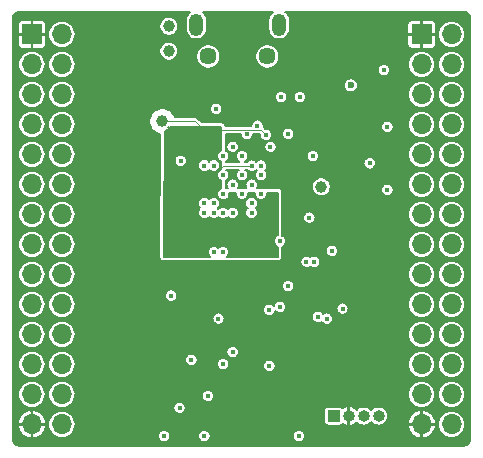
<source format=gbr>
G04 #@! TF.GenerationSoftware,KiCad,Pcbnew,5.0.2-bee76a0~70~ubuntu18.04.1*
G04 #@! TF.CreationDate,2018-12-10T15:17:23+01:00*
G04 #@! TF.ProjectId,sammyultra,73616d6d-7975-46c7-9472-612e6b696361,rev?*
G04 #@! TF.SameCoordinates,Original*
G04 #@! TF.FileFunction,Copper,L3,Inr*
G04 #@! TF.FilePolarity,Positive*
%FSLAX46Y46*%
G04 Gerber Fmt 4.6, Leading zero omitted, Abs format (unit mm)*
G04 Created by KiCad (PCBNEW 5.0.2-bee76a0~70~ubuntu18.04.1) date 2018-12-10T15:17:23 CET*
%MOMM*%
%LPD*%
G01*
G04 APERTURE LIST*
G04 #@! TA.AperFunction,ViaPad*
%ADD10C,1.000000*%
G04 #@! TD*
G04 #@! TA.AperFunction,ViaPad*
%ADD11O,1.700000X1.700000*%
G04 #@! TD*
G04 #@! TA.AperFunction,ViaPad*
%ADD12R,1.700000X1.700000*%
G04 #@! TD*
G04 #@! TA.AperFunction,ViaPad*
%ADD13R,1.000000X1.000000*%
G04 #@! TD*
G04 #@! TA.AperFunction,ViaPad*
%ADD14O,1.000000X1.000000*%
G04 #@! TD*
G04 #@! TA.AperFunction,ViaPad*
%ADD15C,1.450000*%
G04 #@! TD*
G04 #@! TA.AperFunction,ViaPad*
%ADD16O,1.200000X1.900000*%
G04 #@! TD*
G04 #@! TA.AperFunction,ViaPad*
%ADD17C,0.450000*%
G04 #@! TD*
G04 #@! TA.AperFunction,ViaPad*
%ADD18C,0.600000*%
G04 #@! TD*
G04 #@! TA.AperFunction,ViaPad*
%ADD19C,0.800000*%
G04 #@! TD*
G04 #@! TA.AperFunction,Conductor*
%ADD20C,0.088900*%
G04 #@! TD*
G04 #@! TA.AperFunction,Conductor*
%ADD21C,0.200000*%
G04 #@! TD*
G04 APERTURE END LIST*
D10*
G04 #@! TO.N,/USB_D_M*
G04 #@! TO.C,TP10*
X89600000Y-81600000D03*
G04 #@! TD*
G04 #@! TO.N,/USB_D_P*
G04 #@! TO.C,TP9*
X89600000Y-83700000D03*
G04 #@! TD*
G04 #@! TO.N,/ERASE*
G04 #@! TO.C,TP8*
X102500000Y-95200000D03*
G04 #@! TD*
G04 #@! TO.N,+1V8*
G04 #@! TO.C,TP1*
X89050000Y-89650000D03*
G04 #@! TD*
D11*
G04 #@! TO.N,GND*
G04 #@! TO.C,J3*
X80540000Y-115300000D03*
G04 #@! TO.N,+3V3*
X78000000Y-115300000D03*
G04 #@! TO.N,/PA2*
X80540000Y-112760000D03*
G04 #@! TO.N,/PA1*
X78000000Y-112760000D03*
G04 #@! TO.N,/PA0*
X80540000Y-110220000D03*
G04 #@! TO.N,/PA25*
X78000000Y-110220000D03*
G04 #@! TO.N,/PA26*
X80540000Y-107680000D03*
G04 #@! TO.N,/PA23*
X78000000Y-107680000D03*
G04 #@! TO.N,/PA21*
X80540000Y-105140000D03*
G04 #@! TO.N,/PA20*
X78000000Y-105140000D03*
G04 #@! TO.N,/PA17*
X80540000Y-102600000D03*
G04 #@! TO.N,/PA19*
X78000000Y-102600000D03*
G04 #@! TO.N,/PA14*
X80540000Y-100060000D03*
G04 #@! TO.N,/PA16*
X78000000Y-100060000D03*
G04 #@! TO.N,/PB4*
X80540000Y-97520000D03*
G04 #@! TO.N,/PB3*
X78000000Y-97520000D03*
G04 #@! TO.N,/PA30*
X80540000Y-94980000D03*
G04 #@! TO.N,/PB8*
X78000000Y-94980000D03*
G04 #@! TO.N,/PB5*
X80540000Y-92440000D03*
G04 #@! TO.N,/PB7*
X78000000Y-92440000D03*
G04 #@! TO.N,/PB6*
X80540000Y-89900000D03*
G04 #@! TO.N,/PB2*
X78000000Y-89900000D03*
G04 #@! TO.N,/PB11*
X80540000Y-87360000D03*
G04 #@! TO.N,/PB12*
X78000000Y-87360000D03*
G04 #@! TO.N,/PB1*
X80540000Y-84820000D03*
G04 #@! TO.N,/PA29*
X78000000Y-84820000D03*
G04 #@! TO.N,GND*
X80540000Y-82280000D03*
D12*
G04 #@! TO.N,+3V3*
X78000000Y-82280000D03*
G04 #@! TD*
G04 #@! TO.N,+3V3*
G04 #@! TO.C,J5*
X111000000Y-82280000D03*
D11*
G04 #@! TO.N,GND*
X113540000Y-82280000D03*
G04 #@! TO.N,/PA22*
X111000000Y-84820000D03*
G04 #@! TO.N,/PB13*
X113540000Y-84820000D03*
G04 #@! TO.N,/PB0*
X111000000Y-87360000D03*
G04 #@! TO.N,/PA28*
X113540000Y-87360000D03*
G04 #@! TO.N,/PA31*
X111000000Y-89900000D03*
G04 #@! TO.N,/PB14*
X113540000Y-89900000D03*
G04 #@! TO.N,/PB9*
X111000000Y-92440000D03*
G04 #@! TO.N,/PB20*
X113540000Y-92440000D03*
G04 #@! TO.N,/PB22*
X111000000Y-94980000D03*
G04 #@! TO.N,/PB16*
X113540000Y-94980000D03*
G04 #@! TO.N,/PB10*
X111000000Y-97520000D03*
G04 #@! TO.N,/PB15*
X113540000Y-97520000D03*
G04 #@! TO.N,/PB18*
X111000000Y-100060000D03*
G04 #@! TO.N,/PB17*
X113540000Y-100060000D03*
G04 #@! TO.N,/PB19*
X111000000Y-102600000D03*
G04 #@! TO.N,/PB21*
X113540000Y-102600000D03*
G04 #@! TO.N,/PB24*
X111000000Y-105140000D03*
G04 #@! TO.N,/PB23*
X113540000Y-105140000D03*
G04 #@! TO.N,/PA12*
X111000000Y-107680000D03*
G04 #@! TO.N,/PA11*
X113540000Y-107680000D03*
G04 #@! TO.N,/PA9*
X111000000Y-110220000D03*
G04 #@! TO.N,/PA10*
X113540000Y-110220000D03*
G04 #@! TO.N,/PA24*
X111000000Y-112760000D03*
G04 #@! TO.N,/PA18*
X113540000Y-112760000D03*
G04 #@! TO.N,+3V3*
X111000000Y-115300000D03*
G04 #@! TO.N,GND*
X113540000Y-115300000D03*
G04 #@! TD*
D13*
G04 #@! TO.N,/SWDIO*
G04 #@! TO.C,J4*
X103550000Y-114600000D03*
D14*
G04 #@! TO.N,+3V3*
X104820000Y-114600000D03*
G04 #@! TO.N,/SWCLK*
X106090000Y-114600000D03*
G04 #@! TO.N,GND*
X107360000Y-114600000D03*
G04 #@! TD*
D15*
G04 #@! TO.N,GND*
G04 #@! TO.C,J1*
X97930000Y-84152500D03*
X92930000Y-84152500D03*
D16*
X98930000Y-81452500D03*
X91930000Y-81452500D03*
G04 #@! TD*
D17*
G04 #@! TO.N,+1V8*
X97800000Y-90800000D03*
X93000000Y-90800000D03*
X93400000Y-94200000D03*
X96600000Y-93400000D03*
X98200000Y-98200000D03*
X95000005Y-98200948D03*
X94999058Y-96600011D03*
G04 #@! TO.N,GND*
X95000000Y-95000000D03*
X96600000Y-96600000D03*
X97400000Y-93400000D03*
X95000000Y-91800000D03*
X90600000Y-93000000D03*
X100700000Y-87600000D03*
X98200000Y-91800000D03*
X89800000Y-104400000D03*
X98100000Y-105600000D03*
D18*
X105000000Y-86600000D03*
D17*
X89200000Y-116300000D03*
X92600000Y-116300000D03*
X100600000Y-116300000D03*
X107800000Y-85300000D03*
X108100000Y-95450000D03*
X99100000Y-87600000D03*
X93600000Y-88600000D03*
X99700000Y-90700000D03*
X101800000Y-92600000D03*
X101500000Y-97800000D03*
X106600000Y-93200000D03*
X108100000Y-90100000D03*
X98995188Y-99795188D03*
X104300000Y-105500000D03*
X99700000Y-103600000D03*
G04 #@! TO.N,+3V3*
X88600000Y-92200000D03*
X95000000Y-92600000D03*
X98200000Y-92600000D03*
X95800000Y-95000000D03*
X94400000Y-114000000D03*
D18*
X105300000Y-88900000D03*
X106800000Y-88900000D03*
X106100006Y-88900000D03*
D17*
X99515000Y-97400000D03*
D19*
X100200000Y-100300000D03*
D17*
X103500000Y-109900000D03*
X95000000Y-94200000D03*
D18*
X100000000Y-92566629D03*
D17*
G04 #@! TO.N,/ERASE*
X95800004Y-95800948D03*
G04 #@! TO.N,/SWCLK*
X101900000Y-101550000D03*
X102950000Y-106350000D03*
G04 #@! TO.N,/SWDIO*
X101250000Y-101550000D03*
X102200000Y-106200000D03*
G04 #@! TO.N,/PA28*
X95800000Y-92600000D03*
G04 #@! TO.N,/PB0*
X94200000Y-92600000D03*
G04 #@! TO.N,/PB14*
X97400000Y-94200000D03*
G04 #@! TO.N,/PB9*
X95800000Y-94200000D03*
G04 #@! TO.N,/PA31*
X94200000Y-94200000D03*
G04 #@! TO.N,/PB13*
X93400000Y-93400000D03*
G04 #@! TO.N,/PA22*
X92600000Y-93400000D03*
G04 #@! TO.N,/PB20*
X96600957Y-94999996D03*
G04 #@! TO.N,/PB22*
X97400000Y-95800000D03*
G04 #@! TO.N,/PB16*
X94204931Y-95805949D03*
G04 #@! TO.N,/PB15*
X93400000Y-96600000D03*
G04 #@! TO.N,/PA18*
X92600000Y-96600000D03*
G04 #@! TO.N,/PA10*
X95000000Y-97400000D03*
G04 #@! TO.N,/PA24*
X92600000Y-97400000D03*
G04 #@! TO.N,/~RSTB~*
X96600000Y-97400000D03*
X103400000Y-100600000D03*
G04 #@! TO.N,/DFSDM*
X97100000Y-90000000D03*
X96200000Y-90741640D03*
G04 #@! TO.N,/MCDA1*
X94200000Y-97400000D03*
X90500000Y-113900000D03*
X94200000Y-100700000D03*
X94200000Y-110200000D03*
X95000000Y-109200000D03*
G04 #@! TO.N,/MCDA0*
X91505000Y-109850000D03*
G04 #@! TO.N,/MCCK*
X93400000Y-97400000D03*
X93400000Y-100700000D03*
X92900000Y-112900000D03*
G04 #@! TO.N,/MCCDA*
X93800000Y-106350000D03*
G04 #@! TO.N,/MCDA3*
X99000000Y-105350000D03*
G04 #@! TO.N,/MCDA2*
X98105000Y-110350000D03*
G04 #@! TD*
D20*
G04 #@! TO.N,+1V8*
X93400000Y-94200000D02*
X94200000Y-93400000D01*
X94200000Y-93400000D02*
X96600000Y-93400000D01*
X97575001Y-90575001D02*
X97800000Y-90800000D01*
X97383289Y-90383289D02*
X97575001Y-90575001D01*
X93416711Y-90383289D02*
X97383289Y-90383289D01*
X93000000Y-90800000D02*
X93416711Y-90383289D01*
X91850000Y-89650000D02*
X93000000Y-90800000D01*
X89050000Y-89650000D02*
X91850000Y-89650000D01*
G04 #@! TD*
D21*
G04 #@! TO.N,+3V3*
G36*
X91290526Y-80463025D02*
X91178058Y-80600068D01*
X91094487Y-80756419D01*
X91043023Y-80926069D01*
X91030000Y-81058293D01*
X91030000Y-81846706D01*
X91043023Y-81978930D01*
X91094486Y-82148580D01*
X91178057Y-82304931D01*
X91290525Y-82441975D01*
X91427568Y-82554443D01*
X91583919Y-82638014D01*
X91753569Y-82689477D01*
X91930000Y-82706854D01*
X92106430Y-82689477D01*
X92276080Y-82638014D01*
X92432431Y-82554443D01*
X92569475Y-82441975D01*
X92681943Y-82304932D01*
X92765514Y-82148581D01*
X92816977Y-81978931D01*
X92830000Y-81846707D01*
X92830000Y-81058293D01*
X92816977Y-80926069D01*
X92765514Y-80756419D01*
X92681943Y-80600068D01*
X92569475Y-80463025D01*
X92462216Y-80375000D01*
X98397784Y-80375000D01*
X98290525Y-80463025D01*
X98178057Y-80600069D01*
X98094486Y-80756420D01*
X98043023Y-80926070D01*
X98030000Y-81058294D01*
X98030000Y-81846707D01*
X98043023Y-81978931D01*
X98094487Y-82148581D01*
X98178058Y-82304932D01*
X98290526Y-82441975D01*
X98427569Y-82554443D01*
X98583920Y-82638014D01*
X98753570Y-82689477D01*
X98930000Y-82706854D01*
X99106431Y-82689477D01*
X99276081Y-82638014D01*
X99432432Y-82554443D01*
X99569475Y-82441975D01*
X99607615Y-82395500D01*
X109796000Y-82395500D01*
X109796000Y-83164866D01*
X109809604Y-83233258D01*
X109836289Y-83297682D01*
X109875030Y-83355662D01*
X109924338Y-83404970D01*
X109982318Y-83443711D01*
X110046742Y-83470396D01*
X110115134Y-83484000D01*
X110884500Y-83484000D01*
X110973000Y-83395500D01*
X110973000Y-82307000D01*
X111027000Y-82307000D01*
X111027000Y-83395500D01*
X111115500Y-83484000D01*
X111884866Y-83484000D01*
X111953258Y-83470396D01*
X112017682Y-83443711D01*
X112075662Y-83404970D01*
X112124970Y-83355662D01*
X112163711Y-83297682D01*
X112190396Y-83233258D01*
X112204000Y-83164866D01*
X112204000Y-82395500D01*
X112115500Y-82307000D01*
X111027000Y-82307000D01*
X110973000Y-82307000D01*
X109884500Y-82307000D01*
X109796000Y-82395500D01*
X99607615Y-82395500D01*
X99681943Y-82304932D01*
X99695269Y-82280000D01*
X112384436Y-82280000D01*
X112406640Y-82505439D01*
X112472398Y-82722215D01*
X112579184Y-82921997D01*
X112722893Y-83097107D01*
X112898003Y-83240816D01*
X113097785Y-83347602D01*
X113314561Y-83413360D01*
X113483508Y-83430000D01*
X113596492Y-83430000D01*
X113765439Y-83413360D01*
X113982215Y-83347602D01*
X114181997Y-83240816D01*
X114357107Y-83097107D01*
X114500816Y-82921997D01*
X114607602Y-82722215D01*
X114673360Y-82505439D01*
X114695564Y-82280000D01*
X114673360Y-82054561D01*
X114607602Y-81837785D01*
X114500816Y-81638003D01*
X114357107Y-81462893D01*
X114181997Y-81319184D01*
X113982215Y-81212398D01*
X113765439Y-81146640D01*
X113596492Y-81130000D01*
X113483508Y-81130000D01*
X113314561Y-81146640D01*
X113097785Y-81212398D01*
X112898003Y-81319184D01*
X112722893Y-81462893D01*
X112579184Y-81638003D01*
X112472398Y-81837785D01*
X112406640Y-82054561D01*
X112384436Y-82280000D01*
X99695269Y-82280000D01*
X99765514Y-82148581D01*
X99816977Y-81978931D01*
X99830000Y-81846707D01*
X99830000Y-81395134D01*
X109796000Y-81395134D01*
X109796000Y-82164500D01*
X109884500Y-82253000D01*
X110973000Y-82253000D01*
X110973000Y-81164500D01*
X111027000Y-81164500D01*
X111027000Y-82253000D01*
X112115500Y-82253000D01*
X112204000Y-82164500D01*
X112204000Y-81395134D01*
X112190396Y-81326742D01*
X112163711Y-81262318D01*
X112124970Y-81204338D01*
X112075662Y-81155030D01*
X112017682Y-81116289D01*
X111953258Y-81089604D01*
X111884866Y-81076000D01*
X111115500Y-81076000D01*
X111027000Y-81164500D01*
X110973000Y-81164500D01*
X110884500Y-81076000D01*
X110115134Y-81076000D01*
X110046742Y-81089604D01*
X109982318Y-81116289D01*
X109924338Y-81155030D01*
X109875030Y-81204338D01*
X109836289Y-81262318D01*
X109809604Y-81326742D01*
X109796000Y-81395134D01*
X99830000Y-81395134D01*
X99830000Y-81058293D01*
X99816977Y-80926069D01*
X99765514Y-80756419D01*
X99681943Y-80600068D01*
X99569475Y-80463025D01*
X99462215Y-80375000D01*
X114481662Y-80375000D01*
X114621045Y-80388667D01*
X114737483Y-80423821D01*
X114844876Y-80480923D01*
X114939128Y-80557793D01*
X115016657Y-80651508D01*
X115074507Y-80758501D01*
X115110472Y-80874688D01*
X115125001Y-81012914D01*
X115125000Y-116481663D01*
X115111333Y-116621044D01*
X115076178Y-116737485D01*
X115019077Y-116844876D01*
X114942207Y-116939128D01*
X114848488Y-117016659D01*
X114741498Y-117074508D01*
X114625316Y-117110472D01*
X114487096Y-117125000D01*
X77018337Y-117125000D01*
X76878956Y-117111333D01*
X76762515Y-117076178D01*
X76655124Y-117019077D01*
X76560872Y-116942207D01*
X76483341Y-116848488D01*
X76425492Y-116741498D01*
X76389528Y-116625316D01*
X76375000Y-116487096D01*
X76375000Y-115514967D01*
X76815346Y-115514967D01*
X76823257Y-115554745D01*
X76895566Y-115779421D01*
X77010318Y-115985673D01*
X77163103Y-116165575D01*
X77348049Y-116312214D01*
X77558049Y-116419954D01*
X77785033Y-116484655D01*
X77973000Y-116415198D01*
X77973000Y-115327000D01*
X78027000Y-115327000D01*
X78027000Y-116415198D01*
X78214967Y-116484655D01*
X78441951Y-116419954D01*
X78651951Y-116312214D01*
X78836897Y-116165575D01*
X78989682Y-115985673D01*
X79104434Y-115779421D01*
X79176743Y-115554745D01*
X79184654Y-115514967D01*
X79115173Y-115327000D01*
X78027000Y-115327000D01*
X77973000Y-115327000D01*
X76884827Y-115327000D01*
X76815346Y-115514967D01*
X76375000Y-115514967D01*
X76375000Y-115300000D01*
X79384436Y-115300000D01*
X79406640Y-115525439D01*
X79472398Y-115742215D01*
X79579184Y-115941997D01*
X79722893Y-116117107D01*
X79898003Y-116260816D01*
X80097785Y-116367602D01*
X80314561Y-116433360D01*
X80483508Y-116450000D01*
X80596492Y-116450000D01*
X80765439Y-116433360D01*
X80982215Y-116367602D01*
X81181997Y-116260816D01*
X81197257Y-116248292D01*
X88675000Y-116248292D01*
X88675000Y-116351708D01*
X88695176Y-116453137D01*
X88734751Y-116548681D01*
X88792206Y-116634668D01*
X88865332Y-116707794D01*
X88951319Y-116765249D01*
X89046863Y-116804824D01*
X89148292Y-116825000D01*
X89251708Y-116825000D01*
X89353137Y-116804824D01*
X89448681Y-116765249D01*
X89534668Y-116707794D01*
X89607794Y-116634668D01*
X89665249Y-116548681D01*
X89704824Y-116453137D01*
X89725000Y-116351708D01*
X89725000Y-116248292D01*
X92075000Y-116248292D01*
X92075000Y-116351708D01*
X92095176Y-116453137D01*
X92134751Y-116548681D01*
X92192206Y-116634668D01*
X92265332Y-116707794D01*
X92351319Y-116765249D01*
X92446863Y-116804824D01*
X92548292Y-116825000D01*
X92651708Y-116825000D01*
X92753137Y-116804824D01*
X92848681Y-116765249D01*
X92934668Y-116707794D01*
X93007794Y-116634668D01*
X93065249Y-116548681D01*
X93104824Y-116453137D01*
X93125000Y-116351708D01*
X93125000Y-116248292D01*
X100075000Y-116248292D01*
X100075000Y-116351708D01*
X100095176Y-116453137D01*
X100134751Y-116548681D01*
X100192206Y-116634668D01*
X100265332Y-116707794D01*
X100351319Y-116765249D01*
X100446863Y-116804824D01*
X100548292Y-116825000D01*
X100651708Y-116825000D01*
X100753137Y-116804824D01*
X100848681Y-116765249D01*
X100934668Y-116707794D01*
X101007794Y-116634668D01*
X101065249Y-116548681D01*
X101104824Y-116453137D01*
X101125000Y-116351708D01*
X101125000Y-116248292D01*
X101104824Y-116146863D01*
X101065249Y-116051319D01*
X101007794Y-115965332D01*
X100934668Y-115892206D01*
X100848681Y-115834751D01*
X100753137Y-115795176D01*
X100651708Y-115775000D01*
X100548292Y-115775000D01*
X100446863Y-115795176D01*
X100351319Y-115834751D01*
X100265332Y-115892206D01*
X100192206Y-115965332D01*
X100134751Y-116051319D01*
X100095176Y-116146863D01*
X100075000Y-116248292D01*
X93125000Y-116248292D01*
X93104824Y-116146863D01*
X93065249Y-116051319D01*
X93007794Y-115965332D01*
X92934668Y-115892206D01*
X92848681Y-115834751D01*
X92753137Y-115795176D01*
X92651708Y-115775000D01*
X92548292Y-115775000D01*
X92446863Y-115795176D01*
X92351319Y-115834751D01*
X92265332Y-115892206D01*
X92192206Y-115965332D01*
X92134751Y-116051319D01*
X92095176Y-116146863D01*
X92075000Y-116248292D01*
X89725000Y-116248292D01*
X89704824Y-116146863D01*
X89665249Y-116051319D01*
X89607794Y-115965332D01*
X89534668Y-115892206D01*
X89448681Y-115834751D01*
X89353137Y-115795176D01*
X89251708Y-115775000D01*
X89148292Y-115775000D01*
X89046863Y-115795176D01*
X88951319Y-115834751D01*
X88865332Y-115892206D01*
X88792206Y-115965332D01*
X88734751Y-116051319D01*
X88695176Y-116146863D01*
X88675000Y-116248292D01*
X81197257Y-116248292D01*
X81357107Y-116117107D01*
X81500816Y-115941997D01*
X81607602Y-115742215D01*
X81673360Y-115525439D01*
X81674391Y-115514967D01*
X109815346Y-115514967D01*
X109823257Y-115554745D01*
X109895566Y-115779421D01*
X110010318Y-115985673D01*
X110163103Y-116165575D01*
X110348049Y-116312214D01*
X110558049Y-116419954D01*
X110785033Y-116484655D01*
X110973000Y-116415198D01*
X110973000Y-115327000D01*
X111027000Y-115327000D01*
X111027000Y-116415198D01*
X111214967Y-116484655D01*
X111441951Y-116419954D01*
X111651951Y-116312214D01*
X111836897Y-116165575D01*
X111989682Y-115985673D01*
X112104434Y-115779421D01*
X112176743Y-115554745D01*
X112184654Y-115514967D01*
X112115173Y-115327000D01*
X111027000Y-115327000D01*
X110973000Y-115327000D01*
X109884827Y-115327000D01*
X109815346Y-115514967D01*
X81674391Y-115514967D01*
X81695564Y-115300000D01*
X81673360Y-115074561D01*
X81607602Y-114857785D01*
X81500816Y-114658003D01*
X81357107Y-114482893D01*
X81181997Y-114339184D01*
X80982215Y-114232398D01*
X80765439Y-114166640D01*
X80596492Y-114150000D01*
X80483508Y-114150000D01*
X80314561Y-114166640D01*
X80097785Y-114232398D01*
X79898003Y-114339184D01*
X79722893Y-114482893D01*
X79579184Y-114658003D01*
X79472398Y-114857785D01*
X79406640Y-115074561D01*
X79384436Y-115300000D01*
X76375000Y-115300000D01*
X76375000Y-115085033D01*
X76815346Y-115085033D01*
X76884827Y-115273000D01*
X77973000Y-115273000D01*
X77973000Y-114184802D01*
X78027000Y-114184802D01*
X78027000Y-115273000D01*
X79115173Y-115273000D01*
X79184654Y-115085033D01*
X79176743Y-115045255D01*
X79104434Y-114820579D01*
X78989682Y-114614327D01*
X78836897Y-114434425D01*
X78651951Y-114287786D01*
X78441951Y-114180046D01*
X78214967Y-114115345D01*
X78027000Y-114184802D01*
X77973000Y-114184802D01*
X77785033Y-114115345D01*
X77558049Y-114180046D01*
X77348049Y-114287786D01*
X77163103Y-114434425D01*
X77010318Y-114614327D01*
X76895566Y-114820579D01*
X76823257Y-115045255D01*
X76815346Y-115085033D01*
X76375000Y-115085033D01*
X76375000Y-112760000D01*
X76844436Y-112760000D01*
X76866640Y-112985439D01*
X76932398Y-113202215D01*
X77039184Y-113401997D01*
X77182893Y-113577107D01*
X77358003Y-113720816D01*
X77557785Y-113827602D01*
X77774561Y-113893360D01*
X77943508Y-113910000D01*
X78056492Y-113910000D01*
X78225439Y-113893360D01*
X78442215Y-113827602D01*
X78641997Y-113720816D01*
X78817107Y-113577107D01*
X78960816Y-113401997D01*
X79067602Y-113202215D01*
X79133360Y-112985439D01*
X79155564Y-112760000D01*
X79384436Y-112760000D01*
X79406640Y-112985439D01*
X79472398Y-113202215D01*
X79579184Y-113401997D01*
X79722893Y-113577107D01*
X79898003Y-113720816D01*
X80097785Y-113827602D01*
X80314561Y-113893360D01*
X80483508Y-113910000D01*
X80596492Y-113910000D01*
X80765439Y-113893360D01*
X80914008Y-113848292D01*
X89975000Y-113848292D01*
X89975000Y-113951708D01*
X89995176Y-114053137D01*
X90034751Y-114148681D01*
X90092206Y-114234668D01*
X90165332Y-114307794D01*
X90251319Y-114365249D01*
X90346863Y-114404824D01*
X90448292Y-114425000D01*
X90551708Y-114425000D01*
X90653137Y-114404824D01*
X90748681Y-114365249D01*
X90834668Y-114307794D01*
X90907794Y-114234668D01*
X90965249Y-114148681D01*
X90985413Y-114100000D01*
X102748549Y-114100000D01*
X102748549Y-115100000D01*
X102754341Y-115158810D01*
X102771496Y-115215360D01*
X102799353Y-115267477D01*
X102836842Y-115313158D01*
X102882523Y-115350647D01*
X102934640Y-115378504D01*
X102991190Y-115395659D01*
X103050000Y-115401451D01*
X104050000Y-115401451D01*
X104108810Y-115395659D01*
X104165360Y-115378504D01*
X104217477Y-115350647D01*
X104263158Y-115313158D01*
X104297702Y-115271065D01*
X104340125Y-115306427D01*
X104487163Y-115386472D01*
X104646991Y-115436293D01*
X104659804Y-115438840D01*
X104793000Y-115365024D01*
X104793000Y-114627000D01*
X104773000Y-114627000D01*
X104773000Y-114573000D01*
X104793000Y-114573000D01*
X104793000Y-113834976D01*
X104847000Y-113834976D01*
X104847000Y-114573000D01*
X104867000Y-114573000D01*
X104867000Y-114627000D01*
X104847000Y-114627000D01*
X104847000Y-115365024D01*
X104980196Y-115438840D01*
X104993009Y-115436293D01*
X105152837Y-115386472D01*
X105299875Y-115306427D01*
X105428471Y-115199234D01*
X105487206Y-115126539D01*
X105521578Y-115168422D01*
X105643394Y-115268393D01*
X105782372Y-115342679D01*
X105933173Y-115388424D01*
X106050707Y-115400000D01*
X106129293Y-115400000D01*
X106246827Y-115388424D01*
X106397628Y-115342679D01*
X106536606Y-115268393D01*
X106658422Y-115168422D01*
X106725000Y-115087296D01*
X106791578Y-115168422D01*
X106913394Y-115268393D01*
X107052372Y-115342679D01*
X107203173Y-115388424D01*
X107320707Y-115400000D01*
X107399293Y-115400000D01*
X107516827Y-115388424D01*
X107667628Y-115342679D01*
X107747474Y-115300000D01*
X112384436Y-115300000D01*
X112406640Y-115525439D01*
X112472398Y-115742215D01*
X112579184Y-115941997D01*
X112722893Y-116117107D01*
X112898003Y-116260816D01*
X113097785Y-116367602D01*
X113314561Y-116433360D01*
X113483508Y-116450000D01*
X113596492Y-116450000D01*
X113765439Y-116433360D01*
X113982215Y-116367602D01*
X114181997Y-116260816D01*
X114357107Y-116117107D01*
X114500816Y-115941997D01*
X114607602Y-115742215D01*
X114673360Y-115525439D01*
X114695564Y-115300000D01*
X114673360Y-115074561D01*
X114607602Y-114857785D01*
X114500816Y-114658003D01*
X114357107Y-114482893D01*
X114181997Y-114339184D01*
X113982215Y-114232398D01*
X113765439Y-114166640D01*
X113596492Y-114150000D01*
X113483508Y-114150000D01*
X113314561Y-114166640D01*
X113097785Y-114232398D01*
X112898003Y-114339184D01*
X112722893Y-114482893D01*
X112579184Y-114658003D01*
X112472398Y-114857785D01*
X112406640Y-115074561D01*
X112384436Y-115300000D01*
X107747474Y-115300000D01*
X107806606Y-115268393D01*
X107928422Y-115168422D01*
X107996857Y-115085033D01*
X109815346Y-115085033D01*
X109884827Y-115273000D01*
X110973000Y-115273000D01*
X110973000Y-114184802D01*
X111027000Y-114184802D01*
X111027000Y-115273000D01*
X112115173Y-115273000D01*
X112184654Y-115085033D01*
X112176743Y-115045255D01*
X112104434Y-114820579D01*
X111989682Y-114614327D01*
X111836897Y-114434425D01*
X111651951Y-114287786D01*
X111441951Y-114180046D01*
X111214967Y-114115345D01*
X111027000Y-114184802D01*
X110973000Y-114184802D01*
X110785033Y-114115345D01*
X110558049Y-114180046D01*
X110348049Y-114287786D01*
X110163103Y-114434425D01*
X110010318Y-114614327D01*
X109895566Y-114820579D01*
X109823257Y-115045255D01*
X109815346Y-115085033D01*
X107996857Y-115085033D01*
X108028393Y-115046606D01*
X108102679Y-114907628D01*
X108148424Y-114756827D01*
X108163870Y-114600000D01*
X108148424Y-114443173D01*
X108102679Y-114292372D01*
X108028393Y-114153394D01*
X107928422Y-114031578D01*
X107806606Y-113931607D01*
X107667628Y-113857321D01*
X107516827Y-113811576D01*
X107399293Y-113800000D01*
X107320707Y-113800000D01*
X107203173Y-113811576D01*
X107052372Y-113857321D01*
X106913394Y-113931607D01*
X106791578Y-114031578D01*
X106725000Y-114112704D01*
X106658422Y-114031578D01*
X106536606Y-113931607D01*
X106397628Y-113857321D01*
X106246827Y-113811576D01*
X106129293Y-113800000D01*
X106050707Y-113800000D01*
X105933173Y-113811576D01*
X105782372Y-113857321D01*
X105643394Y-113931607D01*
X105521578Y-114031578D01*
X105487206Y-114073461D01*
X105428471Y-114000766D01*
X105299875Y-113893573D01*
X105152837Y-113813528D01*
X104993009Y-113763707D01*
X104980196Y-113761160D01*
X104847000Y-113834976D01*
X104793000Y-113834976D01*
X104659804Y-113761160D01*
X104646991Y-113763707D01*
X104487163Y-113813528D01*
X104340125Y-113893573D01*
X104297702Y-113928935D01*
X104263158Y-113886842D01*
X104217477Y-113849353D01*
X104165360Y-113821496D01*
X104108810Y-113804341D01*
X104050000Y-113798549D01*
X103050000Y-113798549D01*
X102991190Y-113804341D01*
X102934640Y-113821496D01*
X102882523Y-113849353D01*
X102836842Y-113886842D01*
X102799353Y-113932523D01*
X102771496Y-113984640D01*
X102754341Y-114041190D01*
X102748549Y-114100000D01*
X90985413Y-114100000D01*
X91004824Y-114053137D01*
X91025000Y-113951708D01*
X91025000Y-113848292D01*
X91004824Y-113746863D01*
X90965249Y-113651319D01*
X90907794Y-113565332D01*
X90834668Y-113492206D01*
X90748681Y-113434751D01*
X90653137Y-113395176D01*
X90551708Y-113375000D01*
X90448292Y-113375000D01*
X90346863Y-113395176D01*
X90251319Y-113434751D01*
X90165332Y-113492206D01*
X90092206Y-113565332D01*
X90034751Y-113651319D01*
X89995176Y-113746863D01*
X89975000Y-113848292D01*
X80914008Y-113848292D01*
X80982215Y-113827602D01*
X81181997Y-113720816D01*
X81357107Y-113577107D01*
X81500816Y-113401997D01*
X81607602Y-113202215D01*
X81673360Y-112985439D01*
X81686867Y-112848292D01*
X92375000Y-112848292D01*
X92375000Y-112951708D01*
X92395176Y-113053137D01*
X92434751Y-113148681D01*
X92492206Y-113234668D01*
X92565332Y-113307794D01*
X92651319Y-113365249D01*
X92746863Y-113404824D01*
X92848292Y-113425000D01*
X92951708Y-113425000D01*
X93053137Y-113404824D01*
X93148681Y-113365249D01*
X93234668Y-113307794D01*
X93307794Y-113234668D01*
X93365249Y-113148681D01*
X93404824Y-113053137D01*
X93425000Y-112951708D01*
X93425000Y-112848292D01*
X93407438Y-112760000D01*
X109844436Y-112760000D01*
X109866640Y-112985439D01*
X109932398Y-113202215D01*
X110039184Y-113401997D01*
X110182893Y-113577107D01*
X110358003Y-113720816D01*
X110557785Y-113827602D01*
X110774561Y-113893360D01*
X110943508Y-113910000D01*
X111056492Y-113910000D01*
X111225439Y-113893360D01*
X111442215Y-113827602D01*
X111641997Y-113720816D01*
X111817107Y-113577107D01*
X111960816Y-113401997D01*
X112067602Y-113202215D01*
X112133360Y-112985439D01*
X112155564Y-112760000D01*
X112384436Y-112760000D01*
X112406640Y-112985439D01*
X112472398Y-113202215D01*
X112579184Y-113401997D01*
X112722893Y-113577107D01*
X112898003Y-113720816D01*
X113097785Y-113827602D01*
X113314561Y-113893360D01*
X113483508Y-113910000D01*
X113596492Y-113910000D01*
X113765439Y-113893360D01*
X113982215Y-113827602D01*
X114181997Y-113720816D01*
X114357107Y-113577107D01*
X114500816Y-113401997D01*
X114607602Y-113202215D01*
X114673360Y-112985439D01*
X114695564Y-112760000D01*
X114673360Y-112534561D01*
X114607602Y-112317785D01*
X114500816Y-112118003D01*
X114357107Y-111942893D01*
X114181997Y-111799184D01*
X113982215Y-111692398D01*
X113765439Y-111626640D01*
X113596492Y-111610000D01*
X113483508Y-111610000D01*
X113314561Y-111626640D01*
X113097785Y-111692398D01*
X112898003Y-111799184D01*
X112722893Y-111942893D01*
X112579184Y-112118003D01*
X112472398Y-112317785D01*
X112406640Y-112534561D01*
X112384436Y-112760000D01*
X112155564Y-112760000D01*
X112133360Y-112534561D01*
X112067602Y-112317785D01*
X111960816Y-112118003D01*
X111817107Y-111942893D01*
X111641997Y-111799184D01*
X111442215Y-111692398D01*
X111225439Y-111626640D01*
X111056492Y-111610000D01*
X110943508Y-111610000D01*
X110774561Y-111626640D01*
X110557785Y-111692398D01*
X110358003Y-111799184D01*
X110182893Y-111942893D01*
X110039184Y-112118003D01*
X109932398Y-112317785D01*
X109866640Y-112534561D01*
X109844436Y-112760000D01*
X93407438Y-112760000D01*
X93404824Y-112746863D01*
X93365249Y-112651319D01*
X93307794Y-112565332D01*
X93234668Y-112492206D01*
X93148681Y-112434751D01*
X93053137Y-112395176D01*
X92951708Y-112375000D01*
X92848292Y-112375000D01*
X92746863Y-112395176D01*
X92651319Y-112434751D01*
X92565332Y-112492206D01*
X92492206Y-112565332D01*
X92434751Y-112651319D01*
X92395176Y-112746863D01*
X92375000Y-112848292D01*
X81686867Y-112848292D01*
X81695564Y-112760000D01*
X81673360Y-112534561D01*
X81607602Y-112317785D01*
X81500816Y-112118003D01*
X81357107Y-111942893D01*
X81181997Y-111799184D01*
X80982215Y-111692398D01*
X80765439Y-111626640D01*
X80596492Y-111610000D01*
X80483508Y-111610000D01*
X80314561Y-111626640D01*
X80097785Y-111692398D01*
X79898003Y-111799184D01*
X79722893Y-111942893D01*
X79579184Y-112118003D01*
X79472398Y-112317785D01*
X79406640Y-112534561D01*
X79384436Y-112760000D01*
X79155564Y-112760000D01*
X79133360Y-112534561D01*
X79067602Y-112317785D01*
X78960816Y-112118003D01*
X78817107Y-111942893D01*
X78641997Y-111799184D01*
X78442215Y-111692398D01*
X78225439Y-111626640D01*
X78056492Y-111610000D01*
X77943508Y-111610000D01*
X77774561Y-111626640D01*
X77557785Y-111692398D01*
X77358003Y-111799184D01*
X77182893Y-111942893D01*
X77039184Y-112118003D01*
X76932398Y-112317785D01*
X76866640Y-112534561D01*
X76844436Y-112760000D01*
X76375000Y-112760000D01*
X76375000Y-110220000D01*
X76844436Y-110220000D01*
X76866640Y-110445439D01*
X76932398Y-110662215D01*
X77039184Y-110861997D01*
X77182893Y-111037107D01*
X77358003Y-111180816D01*
X77557785Y-111287602D01*
X77774561Y-111353360D01*
X77943508Y-111370000D01*
X78056492Y-111370000D01*
X78225439Y-111353360D01*
X78442215Y-111287602D01*
X78641997Y-111180816D01*
X78817107Y-111037107D01*
X78960816Y-110861997D01*
X79067602Y-110662215D01*
X79133360Y-110445439D01*
X79155564Y-110220000D01*
X79384436Y-110220000D01*
X79406640Y-110445439D01*
X79472398Y-110662215D01*
X79579184Y-110861997D01*
X79722893Y-111037107D01*
X79898003Y-111180816D01*
X80097785Y-111287602D01*
X80314561Y-111353360D01*
X80483508Y-111370000D01*
X80596492Y-111370000D01*
X80765439Y-111353360D01*
X80982215Y-111287602D01*
X81181997Y-111180816D01*
X81357107Y-111037107D01*
X81500816Y-110861997D01*
X81607602Y-110662215D01*
X81673360Y-110445439D01*
X81695564Y-110220000D01*
X81673360Y-109994561D01*
X81613823Y-109798292D01*
X90980000Y-109798292D01*
X90980000Y-109901708D01*
X91000176Y-110003137D01*
X91039751Y-110098681D01*
X91097206Y-110184668D01*
X91170332Y-110257794D01*
X91256319Y-110315249D01*
X91351863Y-110354824D01*
X91453292Y-110375000D01*
X91556708Y-110375000D01*
X91658137Y-110354824D01*
X91753681Y-110315249D01*
X91839668Y-110257794D01*
X91912794Y-110184668D01*
X91937099Y-110148292D01*
X93675000Y-110148292D01*
X93675000Y-110251708D01*
X93695176Y-110353137D01*
X93734751Y-110448681D01*
X93792206Y-110534668D01*
X93865332Y-110607794D01*
X93951319Y-110665249D01*
X94046863Y-110704824D01*
X94148292Y-110725000D01*
X94251708Y-110725000D01*
X94353137Y-110704824D01*
X94448681Y-110665249D01*
X94534668Y-110607794D01*
X94607794Y-110534668D01*
X94665249Y-110448681D01*
X94704824Y-110353137D01*
X94715733Y-110298292D01*
X97580000Y-110298292D01*
X97580000Y-110401708D01*
X97600176Y-110503137D01*
X97639751Y-110598681D01*
X97697206Y-110684668D01*
X97770332Y-110757794D01*
X97856319Y-110815249D01*
X97951863Y-110854824D01*
X98053292Y-110875000D01*
X98156708Y-110875000D01*
X98258137Y-110854824D01*
X98353681Y-110815249D01*
X98439668Y-110757794D01*
X98512794Y-110684668D01*
X98570249Y-110598681D01*
X98609824Y-110503137D01*
X98630000Y-110401708D01*
X98630000Y-110298292D01*
X98614427Y-110220000D01*
X109844436Y-110220000D01*
X109866640Y-110445439D01*
X109932398Y-110662215D01*
X110039184Y-110861997D01*
X110182893Y-111037107D01*
X110358003Y-111180816D01*
X110557785Y-111287602D01*
X110774561Y-111353360D01*
X110943508Y-111370000D01*
X111056492Y-111370000D01*
X111225439Y-111353360D01*
X111442215Y-111287602D01*
X111641997Y-111180816D01*
X111817107Y-111037107D01*
X111960816Y-110861997D01*
X112067602Y-110662215D01*
X112133360Y-110445439D01*
X112155564Y-110220000D01*
X112384436Y-110220000D01*
X112406640Y-110445439D01*
X112472398Y-110662215D01*
X112579184Y-110861997D01*
X112722893Y-111037107D01*
X112898003Y-111180816D01*
X113097785Y-111287602D01*
X113314561Y-111353360D01*
X113483508Y-111370000D01*
X113596492Y-111370000D01*
X113765439Y-111353360D01*
X113982215Y-111287602D01*
X114181997Y-111180816D01*
X114357107Y-111037107D01*
X114500816Y-110861997D01*
X114607602Y-110662215D01*
X114673360Y-110445439D01*
X114695564Y-110220000D01*
X114673360Y-109994561D01*
X114607602Y-109777785D01*
X114500816Y-109578003D01*
X114357107Y-109402893D01*
X114181997Y-109259184D01*
X113982215Y-109152398D01*
X113765439Y-109086640D01*
X113596492Y-109070000D01*
X113483508Y-109070000D01*
X113314561Y-109086640D01*
X113097785Y-109152398D01*
X112898003Y-109259184D01*
X112722893Y-109402893D01*
X112579184Y-109578003D01*
X112472398Y-109777785D01*
X112406640Y-109994561D01*
X112384436Y-110220000D01*
X112155564Y-110220000D01*
X112133360Y-109994561D01*
X112067602Y-109777785D01*
X111960816Y-109578003D01*
X111817107Y-109402893D01*
X111641997Y-109259184D01*
X111442215Y-109152398D01*
X111225439Y-109086640D01*
X111056492Y-109070000D01*
X110943508Y-109070000D01*
X110774561Y-109086640D01*
X110557785Y-109152398D01*
X110358003Y-109259184D01*
X110182893Y-109402893D01*
X110039184Y-109578003D01*
X109932398Y-109777785D01*
X109866640Y-109994561D01*
X109844436Y-110220000D01*
X98614427Y-110220000D01*
X98609824Y-110196863D01*
X98570249Y-110101319D01*
X98512794Y-110015332D01*
X98439668Y-109942206D01*
X98353681Y-109884751D01*
X98258137Y-109845176D01*
X98156708Y-109825000D01*
X98053292Y-109825000D01*
X97951863Y-109845176D01*
X97856319Y-109884751D01*
X97770332Y-109942206D01*
X97697206Y-110015332D01*
X97639751Y-110101319D01*
X97600176Y-110196863D01*
X97580000Y-110298292D01*
X94715733Y-110298292D01*
X94725000Y-110251708D01*
X94725000Y-110148292D01*
X94704824Y-110046863D01*
X94665249Y-109951319D01*
X94607794Y-109865332D01*
X94534668Y-109792206D01*
X94448681Y-109734751D01*
X94353137Y-109695176D01*
X94251708Y-109675000D01*
X94148292Y-109675000D01*
X94046863Y-109695176D01*
X93951319Y-109734751D01*
X93865332Y-109792206D01*
X93792206Y-109865332D01*
X93734751Y-109951319D01*
X93695176Y-110046863D01*
X93675000Y-110148292D01*
X91937099Y-110148292D01*
X91970249Y-110098681D01*
X92009824Y-110003137D01*
X92030000Y-109901708D01*
X92030000Y-109798292D01*
X92009824Y-109696863D01*
X91970249Y-109601319D01*
X91912794Y-109515332D01*
X91839668Y-109442206D01*
X91753681Y-109384751D01*
X91658137Y-109345176D01*
X91556708Y-109325000D01*
X91453292Y-109325000D01*
X91351863Y-109345176D01*
X91256319Y-109384751D01*
X91170332Y-109442206D01*
X91097206Y-109515332D01*
X91039751Y-109601319D01*
X91000176Y-109696863D01*
X90980000Y-109798292D01*
X81613823Y-109798292D01*
X81607602Y-109777785D01*
X81500816Y-109578003D01*
X81357107Y-109402893D01*
X81181997Y-109259184D01*
X80982215Y-109152398D01*
X80968680Y-109148292D01*
X94475000Y-109148292D01*
X94475000Y-109251708D01*
X94495176Y-109353137D01*
X94534751Y-109448681D01*
X94592206Y-109534668D01*
X94665332Y-109607794D01*
X94751319Y-109665249D01*
X94846863Y-109704824D01*
X94948292Y-109725000D01*
X95051708Y-109725000D01*
X95153137Y-109704824D01*
X95248681Y-109665249D01*
X95334668Y-109607794D01*
X95407794Y-109534668D01*
X95465249Y-109448681D01*
X95504824Y-109353137D01*
X95525000Y-109251708D01*
X95525000Y-109148292D01*
X95504824Y-109046863D01*
X95465249Y-108951319D01*
X95407794Y-108865332D01*
X95334668Y-108792206D01*
X95248681Y-108734751D01*
X95153137Y-108695176D01*
X95051708Y-108675000D01*
X94948292Y-108675000D01*
X94846863Y-108695176D01*
X94751319Y-108734751D01*
X94665332Y-108792206D01*
X94592206Y-108865332D01*
X94534751Y-108951319D01*
X94495176Y-109046863D01*
X94475000Y-109148292D01*
X80968680Y-109148292D01*
X80765439Y-109086640D01*
X80596492Y-109070000D01*
X80483508Y-109070000D01*
X80314561Y-109086640D01*
X80097785Y-109152398D01*
X79898003Y-109259184D01*
X79722893Y-109402893D01*
X79579184Y-109578003D01*
X79472398Y-109777785D01*
X79406640Y-109994561D01*
X79384436Y-110220000D01*
X79155564Y-110220000D01*
X79133360Y-109994561D01*
X79067602Y-109777785D01*
X78960816Y-109578003D01*
X78817107Y-109402893D01*
X78641997Y-109259184D01*
X78442215Y-109152398D01*
X78225439Y-109086640D01*
X78056492Y-109070000D01*
X77943508Y-109070000D01*
X77774561Y-109086640D01*
X77557785Y-109152398D01*
X77358003Y-109259184D01*
X77182893Y-109402893D01*
X77039184Y-109578003D01*
X76932398Y-109777785D01*
X76866640Y-109994561D01*
X76844436Y-110220000D01*
X76375000Y-110220000D01*
X76375000Y-107680000D01*
X76844436Y-107680000D01*
X76866640Y-107905439D01*
X76932398Y-108122215D01*
X77039184Y-108321997D01*
X77182893Y-108497107D01*
X77358003Y-108640816D01*
X77557785Y-108747602D01*
X77774561Y-108813360D01*
X77943508Y-108830000D01*
X78056492Y-108830000D01*
X78225439Y-108813360D01*
X78442215Y-108747602D01*
X78641997Y-108640816D01*
X78817107Y-108497107D01*
X78960816Y-108321997D01*
X79067602Y-108122215D01*
X79133360Y-107905439D01*
X79155564Y-107680000D01*
X79384436Y-107680000D01*
X79406640Y-107905439D01*
X79472398Y-108122215D01*
X79579184Y-108321997D01*
X79722893Y-108497107D01*
X79898003Y-108640816D01*
X80097785Y-108747602D01*
X80314561Y-108813360D01*
X80483508Y-108830000D01*
X80596492Y-108830000D01*
X80765439Y-108813360D01*
X80982215Y-108747602D01*
X81181997Y-108640816D01*
X81357107Y-108497107D01*
X81500816Y-108321997D01*
X81607602Y-108122215D01*
X81673360Y-107905439D01*
X81695564Y-107680000D01*
X109844436Y-107680000D01*
X109866640Y-107905439D01*
X109932398Y-108122215D01*
X110039184Y-108321997D01*
X110182893Y-108497107D01*
X110358003Y-108640816D01*
X110557785Y-108747602D01*
X110774561Y-108813360D01*
X110943508Y-108830000D01*
X111056492Y-108830000D01*
X111225439Y-108813360D01*
X111442215Y-108747602D01*
X111641997Y-108640816D01*
X111817107Y-108497107D01*
X111960816Y-108321997D01*
X112067602Y-108122215D01*
X112133360Y-107905439D01*
X112155564Y-107680000D01*
X112384436Y-107680000D01*
X112406640Y-107905439D01*
X112472398Y-108122215D01*
X112579184Y-108321997D01*
X112722893Y-108497107D01*
X112898003Y-108640816D01*
X113097785Y-108747602D01*
X113314561Y-108813360D01*
X113483508Y-108830000D01*
X113596492Y-108830000D01*
X113765439Y-108813360D01*
X113982215Y-108747602D01*
X114181997Y-108640816D01*
X114357107Y-108497107D01*
X114500816Y-108321997D01*
X114607602Y-108122215D01*
X114673360Y-107905439D01*
X114695564Y-107680000D01*
X114673360Y-107454561D01*
X114607602Y-107237785D01*
X114500816Y-107038003D01*
X114357107Y-106862893D01*
X114181997Y-106719184D01*
X113982215Y-106612398D01*
X113765439Y-106546640D01*
X113596492Y-106530000D01*
X113483508Y-106530000D01*
X113314561Y-106546640D01*
X113097785Y-106612398D01*
X112898003Y-106719184D01*
X112722893Y-106862893D01*
X112579184Y-107038003D01*
X112472398Y-107237785D01*
X112406640Y-107454561D01*
X112384436Y-107680000D01*
X112155564Y-107680000D01*
X112133360Y-107454561D01*
X112067602Y-107237785D01*
X111960816Y-107038003D01*
X111817107Y-106862893D01*
X111641997Y-106719184D01*
X111442215Y-106612398D01*
X111225439Y-106546640D01*
X111056492Y-106530000D01*
X110943508Y-106530000D01*
X110774561Y-106546640D01*
X110557785Y-106612398D01*
X110358003Y-106719184D01*
X110182893Y-106862893D01*
X110039184Y-107038003D01*
X109932398Y-107237785D01*
X109866640Y-107454561D01*
X109844436Y-107680000D01*
X81695564Y-107680000D01*
X81673360Y-107454561D01*
X81607602Y-107237785D01*
X81500816Y-107038003D01*
X81357107Y-106862893D01*
X81181997Y-106719184D01*
X80982215Y-106612398D01*
X80765439Y-106546640D01*
X80596492Y-106530000D01*
X80483508Y-106530000D01*
X80314561Y-106546640D01*
X80097785Y-106612398D01*
X79898003Y-106719184D01*
X79722893Y-106862893D01*
X79579184Y-107038003D01*
X79472398Y-107237785D01*
X79406640Y-107454561D01*
X79384436Y-107680000D01*
X79155564Y-107680000D01*
X79133360Y-107454561D01*
X79067602Y-107237785D01*
X78960816Y-107038003D01*
X78817107Y-106862893D01*
X78641997Y-106719184D01*
X78442215Y-106612398D01*
X78225439Y-106546640D01*
X78056492Y-106530000D01*
X77943508Y-106530000D01*
X77774561Y-106546640D01*
X77557785Y-106612398D01*
X77358003Y-106719184D01*
X77182893Y-106862893D01*
X77039184Y-107038003D01*
X76932398Y-107237785D01*
X76866640Y-107454561D01*
X76844436Y-107680000D01*
X76375000Y-107680000D01*
X76375000Y-106298292D01*
X93275000Y-106298292D01*
X93275000Y-106401708D01*
X93295176Y-106503137D01*
X93334751Y-106598681D01*
X93392206Y-106684668D01*
X93465332Y-106757794D01*
X93551319Y-106815249D01*
X93646863Y-106854824D01*
X93748292Y-106875000D01*
X93851708Y-106875000D01*
X93953137Y-106854824D01*
X94048681Y-106815249D01*
X94134668Y-106757794D01*
X94207794Y-106684668D01*
X94265249Y-106598681D01*
X94304824Y-106503137D01*
X94325000Y-106401708D01*
X94325000Y-106298292D01*
X94304824Y-106196863D01*
X94284706Y-106148292D01*
X101675000Y-106148292D01*
X101675000Y-106251708D01*
X101695176Y-106353137D01*
X101734751Y-106448681D01*
X101792206Y-106534668D01*
X101865332Y-106607794D01*
X101951319Y-106665249D01*
X102046863Y-106704824D01*
X102148292Y-106725000D01*
X102251708Y-106725000D01*
X102353137Y-106704824D01*
X102448681Y-106665249D01*
X102504368Y-106628040D01*
X102542206Y-106684668D01*
X102615332Y-106757794D01*
X102701319Y-106815249D01*
X102796863Y-106854824D01*
X102898292Y-106875000D01*
X103001708Y-106875000D01*
X103103137Y-106854824D01*
X103198681Y-106815249D01*
X103284668Y-106757794D01*
X103357794Y-106684668D01*
X103415249Y-106598681D01*
X103454824Y-106503137D01*
X103475000Y-106401708D01*
X103475000Y-106298292D01*
X103454824Y-106196863D01*
X103415249Y-106101319D01*
X103357794Y-106015332D01*
X103284668Y-105942206D01*
X103198681Y-105884751D01*
X103103137Y-105845176D01*
X103001708Y-105825000D01*
X102898292Y-105825000D01*
X102796863Y-105845176D01*
X102701319Y-105884751D01*
X102645632Y-105921960D01*
X102607794Y-105865332D01*
X102534668Y-105792206D01*
X102448681Y-105734751D01*
X102353137Y-105695176D01*
X102251708Y-105675000D01*
X102148292Y-105675000D01*
X102046863Y-105695176D01*
X101951319Y-105734751D01*
X101865332Y-105792206D01*
X101792206Y-105865332D01*
X101734751Y-105951319D01*
X101695176Y-106046863D01*
X101675000Y-106148292D01*
X94284706Y-106148292D01*
X94265249Y-106101319D01*
X94207794Y-106015332D01*
X94134668Y-105942206D01*
X94048681Y-105884751D01*
X93953137Y-105845176D01*
X93851708Y-105825000D01*
X93748292Y-105825000D01*
X93646863Y-105845176D01*
X93551319Y-105884751D01*
X93465332Y-105942206D01*
X93392206Y-106015332D01*
X93334751Y-106101319D01*
X93295176Y-106196863D01*
X93275000Y-106298292D01*
X76375000Y-106298292D01*
X76375000Y-105140000D01*
X76844436Y-105140000D01*
X76866640Y-105365439D01*
X76932398Y-105582215D01*
X77039184Y-105781997D01*
X77182893Y-105957107D01*
X77358003Y-106100816D01*
X77557785Y-106207602D01*
X77774561Y-106273360D01*
X77943508Y-106290000D01*
X78056492Y-106290000D01*
X78225439Y-106273360D01*
X78442215Y-106207602D01*
X78641997Y-106100816D01*
X78817107Y-105957107D01*
X78960816Y-105781997D01*
X79067602Y-105582215D01*
X79133360Y-105365439D01*
X79155564Y-105140000D01*
X79384436Y-105140000D01*
X79406640Y-105365439D01*
X79472398Y-105582215D01*
X79579184Y-105781997D01*
X79722893Y-105957107D01*
X79898003Y-106100816D01*
X80097785Y-106207602D01*
X80314561Y-106273360D01*
X80483508Y-106290000D01*
X80596492Y-106290000D01*
X80765439Y-106273360D01*
X80982215Y-106207602D01*
X81181997Y-106100816D01*
X81357107Y-105957107D01*
X81500816Y-105781997D01*
X81607602Y-105582215D01*
X81617892Y-105548292D01*
X97575000Y-105548292D01*
X97575000Y-105651708D01*
X97595176Y-105753137D01*
X97634751Y-105848681D01*
X97692206Y-105934668D01*
X97765332Y-106007794D01*
X97851319Y-106065249D01*
X97946863Y-106104824D01*
X98048292Y-106125000D01*
X98151708Y-106125000D01*
X98253137Y-106104824D01*
X98348681Y-106065249D01*
X98434668Y-106007794D01*
X98507794Y-105934668D01*
X98565249Y-105848681D01*
X98604824Y-105753137D01*
X98614090Y-105706552D01*
X98665332Y-105757794D01*
X98751319Y-105815249D01*
X98846863Y-105854824D01*
X98948292Y-105875000D01*
X99051708Y-105875000D01*
X99153137Y-105854824D01*
X99248681Y-105815249D01*
X99334668Y-105757794D01*
X99407794Y-105684668D01*
X99465249Y-105598681D01*
X99504824Y-105503137D01*
X99515733Y-105448292D01*
X103775000Y-105448292D01*
X103775000Y-105551708D01*
X103795176Y-105653137D01*
X103834751Y-105748681D01*
X103892206Y-105834668D01*
X103965332Y-105907794D01*
X104051319Y-105965249D01*
X104146863Y-106004824D01*
X104248292Y-106025000D01*
X104351708Y-106025000D01*
X104453137Y-106004824D01*
X104548681Y-105965249D01*
X104634668Y-105907794D01*
X104707794Y-105834668D01*
X104765249Y-105748681D01*
X104804824Y-105653137D01*
X104825000Y-105551708D01*
X104825000Y-105448292D01*
X104804824Y-105346863D01*
X104765249Y-105251319D01*
X104707794Y-105165332D01*
X104682462Y-105140000D01*
X109844436Y-105140000D01*
X109866640Y-105365439D01*
X109932398Y-105582215D01*
X110039184Y-105781997D01*
X110182893Y-105957107D01*
X110358003Y-106100816D01*
X110557785Y-106207602D01*
X110774561Y-106273360D01*
X110943508Y-106290000D01*
X111056492Y-106290000D01*
X111225439Y-106273360D01*
X111442215Y-106207602D01*
X111641997Y-106100816D01*
X111817107Y-105957107D01*
X111960816Y-105781997D01*
X112067602Y-105582215D01*
X112133360Y-105365439D01*
X112155564Y-105140000D01*
X112384436Y-105140000D01*
X112406640Y-105365439D01*
X112472398Y-105582215D01*
X112579184Y-105781997D01*
X112722893Y-105957107D01*
X112898003Y-106100816D01*
X113097785Y-106207602D01*
X113314561Y-106273360D01*
X113483508Y-106290000D01*
X113596492Y-106290000D01*
X113765439Y-106273360D01*
X113982215Y-106207602D01*
X114181997Y-106100816D01*
X114357107Y-105957107D01*
X114500816Y-105781997D01*
X114607602Y-105582215D01*
X114673360Y-105365439D01*
X114695564Y-105140000D01*
X114673360Y-104914561D01*
X114607602Y-104697785D01*
X114500816Y-104498003D01*
X114357107Y-104322893D01*
X114181997Y-104179184D01*
X113982215Y-104072398D01*
X113765439Y-104006640D01*
X113596492Y-103990000D01*
X113483508Y-103990000D01*
X113314561Y-104006640D01*
X113097785Y-104072398D01*
X112898003Y-104179184D01*
X112722893Y-104322893D01*
X112579184Y-104498003D01*
X112472398Y-104697785D01*
X112406640Y-104914561D01*
X112384436Y-105140000D01*
X112155564Y-105140000D01*
X112133360Y-104914561D01*
X112067602Y-104697785D01*
X111960816Y-104498003D01*
X111817107Y-104322893D01*
X111641997Y-104179184D01*
X111442215Y-104072398D01*
X111225439Y-104006640D01*
X111056492Y-103990000D01*
X110943508Y-103990000D01*
X110774561Y-104006640D01*
X110557785Y-104072398D01*
X110358003Y-104179184D01*
X110182893Y-104322893D01*
X110039184Y-104498003D01*
X109932398Y-104697785D01*
X109866640Y-104914561D01*
X109844436Y-105140000D01*
X104682462Y-105140000D01*
X104634668Y-105092206D01*
X104548681Y-105034751D01*
X104453137Y-104995176D01*
X104351708Y-104975000D01*
X104248292Y-104975000D01*
X104146863Y-104995176D01*
X104051319Y-105034751D01*
X103965332Y-105092206D01*
X103892206Y-105165332D01*
X103834751Y-105251319D01*
X103795176Y-105346863D01*
X103775000Y-105448292D01*
X99515733Y-105448292D01*
X99525000Y-105401708D01*
X99525000Y-105298292D01*
X99504824Y-105196863D01*
X99465249Y-105101319D01*
X99407794Y-105015332D01*
X99334668Y-104942206D01*
X99248681Y-104884751D01*
X99153137Y-104845176D01*
X99051708Y-104825000D01*
X98948292Y-104825000D01*
X98846863Y-104845176D01*
X98751319Y-104884751D01*
X98665332Y-104942206D01*
X98592206Y-105015332D01*
X98534751Y-105101319D01*
X98495176Y-105196863D01*
X98485910Y-105243448D01*
X98434668Y-105192206D01*
X98348681Y-105134751D01*
X98253137Y-105095176D01*
X98151708Y-105075000D01*
X98048292Y-105075000D01*
X97946863Y-105095176D01*
X97851319Y-105134751D01*
X97765332Y-105192206D01*
X97692206Y-105265332D01*
X97634751Y-105351319D01*
X97595176Y-105446863D01*
X97575000Y-105548292D01*
X81617892Y-105548292D01*
X81673360Y-105365439D01*
X81695564Y-105140000D01*
X81673360Y-104914561D01*
X81607602Y-104697785D01*
X81500816Y-104498003D01*
X81377952Y-104348292D01*
X89275000Y-104348292D01*
X89275000Y-104451708D01*
X89295176Y-104553137D01*
X89334751Y-104648681D01*
X89392206Y-104734668D01*
X89465332Y-104807794D01*
X89551319Y-104865249D01*
X89646863Y-104904824D01*
X89748292Y-104925000D01*
X89851708Y-104925000D01*
X89953137Y-104904824D01*
X90048681Y-104865249D01*
X90134668Y-104807794D01*
X90207794Y-104734668D01*
X90265249Y-104648681D01*
X90304824Y-104553137D01*
X90325000Y-104451708D01*
X90325000Y-104348292D01*
X90304824Y-104246863D01*
X90265249Y-104151319D01*
X90207794Y-104065332D01*
X90134668Y-103992206D01*
X90048681Y-103934751D01*
X89953137Y-103895176D01*
X89851708Y-103875000D01*
X89748292Y-103875000D01*
X89646863Y-103895176D01*
X89551319Y-103934751D01*
X89465332Y-103992206D01*
X89392206Y-104065332D01*
X89334751Y-104151319D01*
X89295176Y-104246863D01*
X89275000Y-104348292D01*
X81377952Y-104348292D01*
X81357107Y-104322893D01*
X81181997Y-104179184D01*
X80982215Y-104072398D01*
X80765439Y-104006640D01*
X80596492Y-103990000D01*
X80483508Y-103990000D01*
X80314561Y-104006640D01*
X80097785Y-104072398D01*
X79898003Y-104179184D01*
X79722893Y-104322893D01*
X79579184Y-104498003D01*
X79472398Y-104697785D01*
X79406640Y-104914561D01*
X79384436Y-105140000D01*
X79155564Y-105140000D01*
X79133360Y-104914561D01*
X79067602Y-104697785D01*
X78960816Y-104498003D01*
X78817107Y-104322893D01*
X78641997Y-104179184D01*
X78442215Y-104072398D01*
X78225439Y-104006640D01*
X78056492Y-103990000D01*
X77943508Y-103990000D01*
X77774561Y-104006640D01*
X77557785Y-104072398D01*
X77358003Y-104179184D01*
X77182893Y-104322893D01*
X77039184Y-104498003D01*
X76932398Y-104697785D01*
X76866640Y-104914561D01*
X76844436Y-105140000D01*
X76375000Y-105140000D01*
X76375000Y-102600000D01*
X76844436Y-102600000D01*
X76866640Y-102825439D01*
X76932398Y-103042215D01*
X77039184Y-103241997D01*
X77182893Y-103417107D01*
X77358003Y-103560816D01*
X77557785Y-103667602D01*
X77774561Y-103733360D01*
X77943508Y-103750000D01*
X78056492Y-103750000D01*
X78225439Y-103733360D01*
X78442215Y-103667602D01*
X78641997Y-103560816D01*
X78817107Y-103417107D01*
X78960816Y-103241997D01*
X79067602Y-103042215D01*
X79133360Y-102825439D01*
X79155564Y-102600000D01*
X79384436Y-102600000D01*
X79406640Y-102825439D01*
X79472398Y-103042215D01*
X79579184Y-103241997D01*
X79722893Y-103417107D01*
X79898003Y-103560816D01*
X80097785Y-103667602D01*
X80314561Y-103733360D01*
X80483508Y-103750000D01*
X80596492Y-103750000D01*
X80765439Y-103733360D01*
X80982215Y-103667602D01*
X81181997Y-103560816D01*
X81197257Y-103548292D01*
X99175000Y-103548292D01*
X99175000Y-103651708D01*
X99195176Y-103753137D01*
X99234751Y-103848681D01*
X99292206Y-103934668D01*
X99365332Y-104007794D01*
X99451319Y-104065249D01*
X99546863Y-104104824D01*
X99648292Y-104125000D01*
X99751708Y-104125000D01*
X99853137Y-104104824D01*
X99948681Y-104065249D01*
X100034668Y-104007794D01*
X100107794Y-103934668D01*
X100165249Y-103848681D01*
X100204824Y-103753137D01*
X100225000Y-103651708D01*
X100225000Y-103548292D01*
X100204824Y-103446863D01*
X100165249Y-103351319D01*
X100107794Y-103265332D01*
X100034668Y-103192206D01*
X99948681Y-103134751D01*
X99853137Y-103095176D01*
X99751708Y-103075000D01*
X99648292Y-103075000D01*
X99546863Y-103095176D01*
X99451319Y-103134751D01*
X99365332Y-103192206D01*
X99292206Y-103265332D01*
X99234751Y-103351319D01*
X99195176Y-103446863D01*
X99175000Y-103548292D01*
X81197257Y-103548292D01*
X81357107Y-103417107D01*
X81500816Y-103241997D01*
X81607602Y-103042215D01*
X81673360Y-102825439D01*
X81695564Y-102600000D01*
X109844436Y-102600000D01*
X109866640Y-102825439D01*
X109932398Y-103042215D01*
X110039184Y-103241997D01*
X110182893Y-103417107D01*
X110358003Y-103560816D01*
X110557785Y-103667602D01*
X110774561Y-103733360D01*
X110943508Y-103750000D01*
X111056492Y-103750000D01*
X111225439Y-103733360D01*
X111442215Y-103667602D01*
X111641997Y-103560816D01*
X111817107Y-103417107D01*
X111960816Y-103241997D01*
X112067602Y-103042215D01*
X112133360Y-102825439D01*
X112155564Y-102600000D01*
X112384436Y-102600000D01*
X112406640Y-102825439D01*
X112472398Y-103042215D01*
X112579184Y-103241997D01*
X112722893Y-103417107D01*
X112898003Y-103560816D01*
X113097785Y-103667602D01*
X113314561Y-103733360D01*
X113483508Y-103750000D01*
X113596492Y-103750000D01*
X113765439Y-103733360D01*
X113982215Y-103667602D01*
X114181997Y-103560816D01*
X114357107Y-103417107D01*
X114500816Y-103241997D01*
X114607602Y-103042215D01*
X114673360Y-102825439D01*
X114695564Y-102600000D01*
X114673360Y-102374561D01*
X114607602Y-102157785D01*
X114500816Y-101958003D01*
X114357107Y-101782893D01*
X114181997Y-101639184D01*
X113982215Y-101532398D01*
X113765439Y-101466640D01*
X113596492Y-101450000D01*
X113483508Y-101450000D01*
X113314561Y-101466640D01*
X113097785Y-101532398D01*
X112898003Y-101639184D01*
X112722893Y-101782893D01*
X112579184Y-101958003D01*
X112472398Y-102157785D01*
X112406640Y-102374561D01*
X112384436Y-102600000D01*
X112155564Y-102600000D01*
X112133360Y-102374561D01*
X112067602Y-102157785D01*
X111960816Y-101958003D01*
X111817107Y-101782893D01*
X111641997Y-101639184D01*
X111442215Y-101532398D01*
X111225439Y-101466640D01*
X111056492Y-101450000D01*
X110943508Y-101450000D01*
X110774561Y-101466640D01*
X110557785Y-101532398D01*
X110358003Y-101639184D01*
X110182893Y-101782893D01*
X110039184Y-101958003D01*
X109932398Y-102157785D01*
X109866640Y-102374561D01*
X109844436Y-102600000D01*
X81695564Y-102600000D01*
X81673360Y-102374561D01*
X81607602Y-102157785D01*
X81500816Y-101958003D01*
X81357107Y-101782893D01*
X81181997Y-101639184D01*
X80982215Y-101532398D01*
X80765439Y-101466640D01*
X80596492Y-101450000D01*
X80483508Y-101450000D01*
X80314561Y-101466640D01*
X80097785Y-101532398D01*
X79898003Y-101639184D01*
X79722893Y-101782893D01*
X79579184Y-101958003D01*
X79472398Y-102157785D01*
X79406640Y-102374561D01*
X79384436Y-102600000D01*
X79155564Y-102600000D01*
X79133360Y-102374561D01*
X79067602Y-102157785D01*
X78960816Y-101958003D01*
X78817107Y-101782893D01*
X78641997Y-101639184D01*
X78442215Y-101532398D01*
X78225439Y-101466640D01*
X78056492Y-101450000D01*
X77943508Y-101450000D01*
X77774561Y-101466640D01*
X77557785Y-101532398D01*
X77358003Y-101639184D01*
X77182893Y-101782893D01*
X77039184Y-101958003D01*
X76932398Y-102157785D01*
X76866640Y-102374561D01*
X76844436Y-102600000D01*
X76375000Y-102600000D01*
X76375000Y-100060000D01*
X76844436Y-100060000D01*
X76866640Y-100285439D01*
X76932398Y-100502215D01*
X77039184Y-100701997D01*
X77182893Y-100877107D01*
X77358003Y-101020816D01*
X77557785Y-101127602D01*
X77774561Y-101193360D01*
X77943508Y-101210000D01*
X78056492Y-101210000D01*
X78225439Y-101193360D01*
X78442215Y-101127602D01*
X78641997Y-101020816D01*
X78817107Y-100877107D01*
X78960816Y-100701997D01*
X79067602Y-100502215D01*
X79133360Y-100285439D01*
X79155564Y-100060000D01*
X79384436Y-100060000D01*
X79406640Y-100285439D01*
X79472398Y-100502215D01*
X79579184Y-100701997D01*
X79722893Y-100877107D01*
X79898003Y-101020816D01*
X80097785Y-101127602D01*
X80314561Y-101193360D01*
X80483508Y-101210000D01*
X80596492Y-101210000D01*
X80765439Y-101193360D01*
X80982215Y-101127602D01*
X81181997Y-101020816D01*
X81357107Y-100877107D01*
X81500816Y-100701997D01*
X81607602Y-100502215D01*
X81673360Y-100285439D01*
X81695564Y-100060000D01*
X81673360Y-99834561D01*
X81607602Y-99617785D01*
X81500816Y-99418003D01*
X81357107Y-99242893D01*
X81181997Y-99099184D01*
X80982215Y-98992398D01*
X80765439Y-98926640D01*
X80596492Y-98910000D01*
X80483508Y-98910000D01*
X80314561Y-98926640D01*
X80097785Y-98992398D01*
X79898003Y-99099184D01*
X79722893Y-99242893D01*
X79579184Y-99418003D01*
X79472398Y-99617785D01*
X79406640Y-99834561D01*
X79384436Y-100060000D01*
X79155564Y-100060000D01*
X79133360Y-99834561D01*
X79067602Y-99617785D01*
X78960816Y-99418003D01*
X78817107Y-99242893D01*
X78641997Y-99099184D01*
X78442215Y-98992398D01*
X78225439Y-98926640D01*
X78056492Y-98910000D01*
X77943508Y-98910000D01*
X77774561Y-98926640D01*
X77557785Y-98992398D01*
X77358003Y-99099184D01*
X77182893Y-99242893D01*
X77039184Y-99418003D01*
X76932398Y-99617785D01*
X76866640Y-99834561D01*
X76844436Y-100060000D01*
X76375000Y-100060000D01*
X76375000Y-97520000D01*
X76844436Y-97520000D01*
X76866640Y-97745439D01*
X76932398Y-97962215D01*
X77039184Y-98161997D01*
X77182893Y-98337107D01*
X77358003Y-98480816D01*
X77557785Y-98587602D01*
X77774561Y-98653360D01*
X77943508Y-98670000D01*
X78056492Y-98670000D01*
X78225439Y-98653360D01*
X78442215Y-98587602D01*
X78641997Y-98480816D01*
X78817107Y-98337107D01*
X78960816Y-98161997D01*
X79067602Y-97962215D01*
X79133360Y-97745439D01*
X79155564Y-97520000D01*
X79384436Y-97520000D01*
X79406640Y-97745439D01*
X79472398Y-97962215D01*
X79579184Y-98161997D01*
X79722893Y-98337107D01*
X79898003Y-98480816D01*
X80097785Y-98587602D01*
X80314561Y-98653360D01*
X80483508Y-98670000D01*
X80596492Y-98670000D01*
X80765439Y-98653360D01*
X80982215Y-98587602D01*
X81181997Y-98480816D01*
X81357107Y-98337107D01*
X81500816Y-98161997D01*
X81607602Y-97962215D01*
X81673360Y-97745439D01*
X81695564Y-97520000D01*
X81673360Y-97294561D01*
X81607602Y-97077785D01*
X81500816Y-96878003D01*
X81357107Y-96702893D01*
X81181997Y-96559184D01*
X80982215Y-96452398D01*
X80765439Y-96386640D01*
X80596492Y-96370000D01*
X80483508Y-96370000D01*
X80314561Y-96386640D01*
X80097785Y-96452398D01*
X79898003Y-96559184D01*
X79722893Y-96702893D01*
X79579184Y-96878003D01*
X79472398Y-97077785D01*
X79406640Y-97294561D01*
X79384436Y-97520000D01*
X79155564Y-97520000D01*
X79133360Y-97294561D01*
X79067602Y-97077785D01*
X78960816Y-96878003D01*
X78817107Y-96702893D01*
X78641997Y-96559184D01*
X78442215Y-96452398D01*
X78225439Y-96386640D01*
X78056492Y-96370000D01*
X77943508Y-96370000D01*
X77774561Y-96386640D01*
X77557785Y-96452398D01*
X77358003Y-96559184D01*
X77182893Y-96702893D01*
X77039184Y-96878003D01*
X76932398Y-97077785D01*
X76866640Y-97294561D01*
X76844436Y-97520000D01*
X76375000Y-97520000D01*
X76375000Y-94980000D01*
X76844436Y-94980000D01*
X76866640Y-95205439D01*
X76932398Y-95422215D01*
X77039184Y-95621997D01*
X77182893Y-95797107D01*
X77358003Y-95940816D01*
X77557785Y-96047602D01*
X77774561Y-96113360D01*
X77943508Y-96130000D01*
X78056492Y-96130000D01*
X78225439Y-96113360D01*
X78442215Y-96047602D01*
X78641997Y-95940816D01*
X78817107Y-95797107D01*
X78960816Y-95621997D01*
X79067602Y-95422215D01*
X79133360Y-95205439D01*
X79155564Y-94980000D01*
X79384436Y-94980000D01*
X79406640Y-95205439D01*
X79472398Y-95422215D01*
X79579184Y-95621997D01*
X79722893Y-95797107D01*
X79898003Y-95940816D01*
X80097785Y-96047602D01*
X80314561Y-96113360D01*
X80483508Y-96130000D01*
X80596492Y-96130000D01*
X80765439Y-96113360D01*
X80982215Y-96047602D01*
X81181997Y-95940816D01*
X81357107Y-95797107D01*
X81500816Y-95621997D01*
X81607602Y-95422215D01*
X81673360Y-95205439D01*
X81695564Y-94980000D01*
X81673360Y-94754561D01*
X81607602Y-94537785D01*
X81500816Y-94338003D01*
X81357107Y-94162893D01*
X81181997Y-94019184D01*
X80982215Y-93912398D01*
X80765439Y-93846640D01*
X80596492Y-93830000D01*
X80483508Y-93830000D01*
X80314561Y-93846640D01*
X80097785Y-93912398D01*
X79898003Y-94019184D01*
X79722893Y-94162893D01*
X79579184Y-94338003D01*
X79472398Y-94537785D01*
X79406640Y-94754561D01*
X79384436Y-94980000D01*
X79155564Y-94980000D01*
X79133360Y-94754561D01*
X79067602Y-94537785D01*
X78960816Y-94338003D01*
X78817107Y-94162893D01*
X78641997Y-94019184D01*
X78442215Y-93912398D01*
X78225439Y-93846640D01*
X78056492Y-93830000D01*
X77943508Y-93830000D01*
X77774561Y-93846640D01*
X77557785Y-93912398D01*
X77358003Y-94019184D01*
X77182893Y-94162893D01*
X77039184Y-94338003D01*
X76932398Y-94537785D01*
X76866640Y-94754561D01*
X76844436Y-94980000D01*
X76375000Y-94980000D01*
X76375000Y-92440000D01*
X76844436Y-92440000D01*
X76866640Y-92665439D01*
X76932398Y-92882215D01*
X77039184Y-93081997D01*
X77182893Y-93257107D01*
X77358003Y-93400816D01*
X77557785Y-93507602D01*
X77774561Y-93573360D01*
X77943508Y-93590000D01*
X78056492Y-93590000D01*
X78225439Y-93573360D01*
X78442215Y-93507602D01*
X78641997Y-93400816D01*
X78817107Y-93257107D01*
X78960816Y-93081997D01*
X79067602Y-92882215D01*
X79133360Y-92665439D01*
X79155564Y-92440000D01*
X79384436Y-92440000D01*
X79406640Y-92665439D01*
X79472398Y-92882215D01*
X79579184Y-93081997D01*
X79722893Y-93257107D01*
X79898003Y-93400816D01*
X80097785Y-93507602D01*
X80314561Y-93573360D01*
X80483508Y-93590000D01*
X80596492Y-93590000D01*
X80765439Y-93573360D01*
X80982215Y-93507602D01*
X81181997Y-93400816D01*
X81357107Y-93257107D01*
X81500816Y-93081997D01*
X81607602Y-92882215D01*
X81673360Y-92665439D01*
X81695564Y-92440000D01*
X81673360Y-92214561D01*
X81607602Y-91997785D01*
X81500816Y-91798003D01*
X81357107Y-91622893D01*
X81181997Y-91479184D01*
X80982215Y-91372398D01*
X80765439Y-91306640D01*
X80596492Y-91290000D01*
X80483508Y-91290000D01*
X80314561Y-91306640D01*
X80097785Y-91372398D01*
X79898003Y-91479184D01*
X79722893Y-91622893D01*
X79579184Y-91798003D01*
X79472398Y-91997785D01*
X79406640Y-92214561D01*
X79384436Y-92440000D01*
X79155564Y-92440000D01*
X79133360Y-92214561D01*
X79067602Y-91997785D01*
X78960816Y-91798003D01*
X78817107Y-91622893D01*
X78641997Y-91479184D01*
X78442215Y-91372398D01*
X78225439Y-91306640D01*
X78056492Y-91290000D01*
X77943508Y-91290000D01*
X77774561Y-91306640D01*
X77557785Y-91372398D01*
X77358003Y-91479184D01*
X77182893Y-91622893D01*
X77039184Y-91798003D01*
X76932398Y-91997785D01*
X76866640Y-92214561D01*
X76844436Y-92440000D01*
X76375000Y-92440000D01*
X76375000Y-89900000D01*
X76844436Y-89900000D01*
X76866640Y-90125439D01*
X76932398Y-90342215D01*
X77039184Y-90541997D01*
X77182893Y-90717107D01*
X77358003Y-90860816D01*
X77557785Y-90967602D01*
X77774561Y-91033360D01*
X77943508Y-91050000D01*
X78056492Y-91050000D01*
X78225439Y-91033360D01*
X78442215Y-90967602D01*
X78641997Y-90860816D01*
X78817107Y-90717107D01*
X78960816Y-90541997D01*
X79067602Y-90342215D01*
X79133360Y-90125439D01*
X79155564Y-89900000D01*
X79384436Y-89900000D01*
X79406640Y-90125439D01*
X79472398Y-90342215D01*
X79579184Y-90541997D01*
X79722893Y-90717107D01*
X79898003Y-90860816D01*
X80097785Y-90967602D01*
X80314561Y-91033360D01*
X80483508Y-91050000D01*
X80596492Y-91050000D01*
X80765439Y-91033360D01*
X80982215Y-90967602D01*
X81181997Y-90860816D01*
X81357107Y-90717107D01*
X81500816Y-90541997D01*
X81607602Y-90342215D01*
X81673360Y-90125439D01*
X81695564Y-89900000D01*
X81673360Y-89674561D01*
X81633045Y-89541659D01*
X87950000Y-89541659D01*
X87950000Y-89758341D01*
X87992273Y-89970858D01*
X88075193Y-90171045D01*
X88195575Y-90351209D01*
X88348791Y-90504425D01*
X88528955Y-90624807D01*
X88729142Y-90707727D01*
X88850663Y-90731899D01*
X88800004Y-101198548D01*
X88822836Y-101314805D01*
X88887868Y-101412132D01*
X88985195Y-101477164D01*
X89100000Y-101500000D01*
X98900000Y-101500000D01*
X98908586Y-101498292D01*
X100725000Y-101498292D01*
X100725000Y-101601708D01*
X100745176Y-101703137D01*
X100784751Y-101798681D01*
X100842206Y-101884668D01*
X100915332Y-101957794D01*
X101001319Y-102015249D01*
X101096863Y-102054824D01*
X101198292Y-102075000D01*
X101301708Y-102075000D01*
X101403137Y-102054824D01*
X101498681Y-102015249D01*
X101575000Y-101964254D01*
X101651319Y-102015249D01*
X101746863Y-102054824D01*
X101848292Y-102075000D01*
X101951708Y-102075000D01*
X102053137Y-102054824D01*
X102148681Y-102015249D01*
X102234668Y-101957794D01*
X102307794Y-101884668D01*
X102365249Y-101798681D01*
X102404824Y-101703137D01*
X102425000Y-101601708D01*
X102425000Y-101498292D01*
X102404824Y-101396863D01*
X102365249Y-101301319D01*
X102307794Y-101215332D01*
X102234668Y-101142206D01*
X102148681Y-101084751D01*
X102053137Y-101045176D01*
X101951708Y-101025000D01*
X101848292Y-101025000D01*
X101746863Y-101045176D01*
X101651319Y-101084751D01*
X101575000Y-101135746D01*
X101498681Y-101084751D01*
X101403137Y-101045176D01*
X101301708Y-101025000D01*
X101198292Y-101025000D01*
X101096863Y-101045176D01*
X101001319Y-101084751D01*
X100915332Y-101142206D01*
X100842206Y-101215332D01*
X100784751Y-101301319D01*
X100745176Y-101396863D01*
X100725000Y-101498292D01*
X98908586Y-101498292D01*
X99014805Y-101477164D01*
X99112132Y-101412132D01*
X99177164Y-101314805D01*
X99200000Y-101200000D01*
X99200000Y-100548292D01*
X102875000Y-100548292D01*
X102875000Y-100651708D01*
X102895176Y-100753137D01*
X102934751Y-100848681D01*
X102992206Y-100934668D01*
X103065332Y-101007794D01*
X103151319Y-101065249D01*
X103246863Y-101104824D01*
X103348292Y-101125000D01*
X103451708Y-101125000D01*
X103553137Y-101104824D01*
X103648681Y-101065249D01*
X103734668Y-101007794D01*
X103807794Y-100934668D01*
X103865249Y-100848681D01*
X103904824Y-100753137D01*
X103925000Y-100651708D01*
X103925000Y-100548292D01*
X103904824Y-100446863D01*
X103865249Y-100351319D01*
X103807794Y-100265332D01*
X103734668Y-100192206D01*
X103648681Y-100134751D01*
X103553137Y-100095176D01*
X103451708Y-100075000D01*
X103348292Y-100075000D01*
X103246863Y-100095176D01*
X103151319Y-100134751D01*
X103065332Y-100192206D01*
X102992206Y-100265332D01*
X102934751Y-100351319D01*
X102895176Y-100446863D01*
X102875000Y-100548292D01*
X99200000Y-100548292D01*
X99200000Y-100278608D01*
X99243869Y-100260437D01*
X99329856Y-100202982D01*
X99402982Y-100129856D01*
X99449658Y-100060000D01*
X109844436Y-100060000D01*
X109866640Y-100285439D01*
X109932398Y-100502215D01*
X110039184Y-100701997D01*
X110182893Y-100877107D01*
X110358003Y-101020816D01*
X110557785Y-101127602D01*
X110774561Y-101193360D01*
X110943508Y-101210000D01*
X111056492Y-101210000D01*
X111225439Y-101193360D01*
X111442215Y-101127602D01*
X111641997Y-101020816D01*
X111817107Y-100877107D01*
X111960816Y-100701997D01*
X112067602Y-100502215D01*
X112133360Y-100285439D01*
X112155564Y-100060000D01*
X112384436Y-100060000D01*
X112406640Y-100285439D01*
X112472398Y-100502215D01*
X112579184Y-100701997D01*
X112722893Y-100877107D01*
X112898003Y-101020816D01*
X113097785Y-101127602D01*
X113314561Y-101193360D01*
X113483508Y-101210000D01*
X113596492Y-101210000D01*
X113765439Y-101193360D01*
X113982215Y-101127602D01*
X114181997Y-101020816D01*
X114357107Y-100877107D01*
X114500816Y-100701997D01*
X114607602Y-100502215D01*
X114673360Y-100285439D01*
X114695564Y-100060000D01*
X114673360Y-99834561D01*
X114607602Y-99617785D01*
X114500816Y-99418003D01*
X114357107Y-99242893D01*
X114181997Y-99099184D01*
X113982215Y-98992398D01*
X113765439Y-98926640D01*
X113596492Y-98910000D01*
X113483508Y-98910000D01*
X113314561Y-98926640D01*
X113097785Y-98992398D01*
X112898003Y-99099184D01*
X112722893Y-99242893D01*
X112579184Y-99418003D01*
X112472398Y-99617785D01*
X112406640Y-99834561D01*
X112384436Y-100060000D01*
X112155564Y-100060000D01*
X112133360Y-99834561D01*
X112067602Y-99617785D01*
X111960816Y-99418003D01*
X111817107Y-99242893D01*
X111641997Y-99099184D01*
X111442215Y-98992398D01*
X111225439Y-98926640D01*
X111056492Y-98910000D01*
X110943508Y-98910000D01*
X110774561Y-98926640D01*
X110557785Y-98992398D01*
X110358003Y-99099184D01*
X110182893Y-99242893D01*
X110039184Y-99418003D01*
X109932398Y-99617785D01*
X109866640Y-99834561D01*
X109844436Y-100060000D01*
X99449658Y-100060000D01*
X99460437Y-100043869D01*
X99500012Y-99948325D01*
X99520188Y-99846896D01*
X99520188Y-99743480D01*
X99500012Y-99642051D01*
X99460437Y-99546507D01*
X99402982Y-99460520D01*
X99329856Y-99387394D01*
X99243869Y-99329939D01*
X99200000Y-99311768D01*
X99200000Y-97748292D01*
X100975000Y-97748292D01*
X100975000Y-97851708D01*
X100995176Y-97953137D01*
X101034751Y-98048681D01*
X101092206Y-98134668D01*
X101165332Y-98207794D01*
X101251319Y-98265249D01*
X101346863Y-98304824D01*
X101448292Y-98325000D01*
X101551708Y-98325000D01*
X101653137Y-98304824D01*
X101748681Y-98265249D01*
X101834668Y-98207794D01*
X101907794Y-98134668D01*
X101965249Y-98048681D01*
X102004824Y-97953137D01*
X102025000Y-97851708D01*
X102025000Y-97748292D01*
X102004824Y-97646863D01*
X101965249Y-97551319D01*
X101944323Y-97520000D01*
X109844436Y-97520000D01*
X109866640Y-97745439D01*
X109932398Y-97962215D01*
X110039184Y-98161997D01*
X110182893Y-98337107D01*
X110358003Y-98480816D01*
X110557785Y-98587602D01*
X110774561Y-98653360D01*
X110943508Y-98670000D01*
X111056492Y-98670000D01*
X111225439Y-98653360D01*
X111442215Y-98587602D01*
X111641997Y-98480816D01*
X111817107Y-98337107D01*
X111960816Y-98161997D01*
X112067602Y-97962215D01*
X112133360Y-97745439D01*
X112155564Y-97520000D01*
X112384436Y-97520000D01*
X112406640Y-97745439D01*
X112472398Y-97962215D01*
X112579184Y-98161997D01*
X112722893Y-98337107D01*
X112898003Y-98480816D01*
X113097785Y-98587602D01*
X113314561Y-98653360D01*
X113483508Y-98670000D01*
X113596492Y-98670000D01*
X113765439Y-98653360D01*
X113982215Y-98587602D01*
X114181997Y-98480816D01*
X114357107Y-98337107D01*
X114500816Y-98161997D01*
X114607602Y-97962215D01*
X114673360Y-97745439D01*
X114695564Y-97520000D01*
X114673360Y-97294561D01*
X114607602Y-97077785D01*
X114500816Y-96878003D01*
X114357107Y-96702893D01*
X114181997Y-96559184D01*
X113982215Y-96452398D01*
X113765439Y-96386640D01*
X113596492Y-96370000D01*
X113483508Y-96370000D01*
X113314561Y-96386640D01*
X113097785Y-96452398D01*
X112898003Y-96559184D01*
X112722893Y-96702893D01*
X112579184Y-96878003D01*
X112472398Y-97077785D01*
X112406640Y-97294561D01*
X112384436Y-97520000D01*
X112155564Y-97520000D01*
X112133360Y-97294561D01*
X112067602Y-97077785D01*
X111960816Y-96878003D01*
X111817107Y-96702893D01*
X111641997Y-96559184D01*
X111442215Y-96452398D01*
X111225439Y-96386640D01*
X111056492Y-96370000D01*
X110943508Y-96370000D01*
X110774561Y-96386640D01*
X110557785Y-96452398D01*
X110358003Y-96559184D01*
X110182893Y-96702893D01*
X110039184Y-96878003D01*
X109932398Y-97077785D01*
X109866640Y-97294561D01*
X109844436Y-97520000D01*
X101944323Y-97520000D01*
X101907794Y-97465332D01*
X101834668Y-97392206D01*
X101748681Y-97334751D01*
X101653137Y-97295176D01*
X101551708Y-97275000D01*
X101448292Y-97275000D01*
X101346863Y-97295176D01*
X101251319Y-97334751D01*
X101165332Y-97392206D01*
X101092206Y-97465332D01*
X101034751Y-97551319D01*
X100995176Y-97646863D01*
X100975000Y-97748292D01*
X99200000Y-97748292D01*
X99200000Y-95600000D01*
X99177164Y-95485195D01*
X99112132Y-95387868D01*
X99014805Y-95322836D01*
X98900000Y-95300000D01*
X97564783Y-95300000D01*
X97553137Y-95295176D01*
X97451708Y-95275000D01*
X97348292Y-95275000D01*
X97246863Y-95295176D01*
X97235217Y-95300000D01*
X97031913Y-95300000D01*
X97066206Y-95248677D01*
X97105781Y-95153133D01*
X97112131Y-95121207D01*
X101700000Y-95121207D01*
X101700000Y-95278793D01*
X101730743Y-95433351D01*
X101791049Y-95578942D01*
X101878599Y-95709970D01*
X101990030Y-95821401D01*
X102121058Y-95908951D01*
X102266649Y-95969257D01*
X102421207Y-96000000D01*
X102578793Y-96000000D01*
X102733351Y-95969257D01*
X102878942Y-95908951D01*
X103009970Y-95821401D01*
X103121401Y-95709970D01*
X103208951Y-95578942D01*
X103269257Y-95433351D01*
X103276230Y-95398292D01*
X107575000Y-95398292D01*
X107575000Y-95501708D01*
X107595176Y-95603137D01*
X107634751Y-95698681D01*
X107692206Y-95784668D01*
X107765332Y-95857794D01*
X107851319Y-95915249D01*
X107946863Y-95954824D01*
X108048292Y-95975000D01*
X108151708Y-95975000D01*
X108253137Y-95954824D01*
X108348681Y-95915249D01*
X108434668Y-95857794D01*
X108507794Y-95784668D01*
X108565249Y-95698681D01*
X108604824Y-95603137D01*
X108625000Y-95501708D01*
X108625000Y-95398292D01*
X108604824Y-95296863D01*
X108565249Y-95201319D01*
X108507794Y-95115332D01*
X108434668Y-95042206D01*
X108348681Y-94984751D01*
X108337211Y-94980000D01*
X109844436Y-94980000D01*
X109866640Y-95205439D01*
X109932398Y-95422215D01*
X110039184Y-95621997D01*
X110182893Y-95797107D01*
X110358003Y-95940816D01*
X110557785Y-96047602D01*
X110774561Y-96113360D01*
X110943508Y-96130000D01*
X111056492Y-96130000D01*
X111225439Y-96113360D01*
X111442215Y-96047602D01*
X111641997Y-95940816D01*
X111817107Y-95797107D01*
X111960816Y-95621997D01*
X112067602Y-95422215D01*
X112133360Y-95205439D01*
X112155564Y-94980000D01*
X112384436Y-94980000D01*
X112406640Y-95205439D01*
X112472398Y-95422215D01*
X112579184Y-95621997D01*
X112722893Y-95797107D01*
X112898003Y-95940816D01*
X113097785Y-96047602D01*
X113314561Y-96113360D01*
X113483508Y-96130000D01*
X113596492Y-96130000D01*
X113765439Y-96113360D01*
X113982215Y-96047602D01*
X114181997Y-95940816D01*
X114357107Y-95797107D01*
X114500816Y-95621997D01*
X114607602Y-95422215D01*
X114673360Y-95205439D01*
X114695564Y-94980000D01*
X114673360Y-94754561D01*
X114607602Y-94537785D01*
X114500816Y-94338003D01*
X114357107Y-94162893D01*
X114181997Y-94019184D01*
X113982215Y-93912398D01*
X113765439Y-93846640D01*
X113596492Y-93830000D01*
X113483508Y-93830000D01*
X113314561Y-93846640D01*
X113097785Y-93912398D01*
X112898003Y-94019184D01*
X112722893Y-94162893D01*
X112579184Y-94338003D01*
X112472398Y-94537785D01*
X112406640Y-94754561D01*
X112384436Y-94980000D01*
X112155564Y-94980000D01*
X112133360Y-94754561D01*
X112067602Y-94537785D01*
X111960816Y-94338003D01*
X111817107Y-94162893D01*
X111641997Y-94019184D01*
X111442215Y-93912398D01*
X111225439Y-93846640D01*
X111056492Y-93830000D01*
X110943508Y-93830000D01*
X110774561Y-93846640D01*
X110557785Y-93912398D01*
X110358003Y-94019184D01*
X110182893Y-94162893D01*
X110039184Y-94338003D01*
X109932398Y-94537785D01*
X109866640Y-94754561D01*
X109844436Y-94980000D01*
X108337211Y-94980000D01*
X108253137Y-94945176D01*
X108151708Y-94925000D01*
X108048292Y-94925000D01*
X107946863Y-94945176D01*
X107851319Y-94984751D01*
X107765332Y-95042206D01*
X107692206Y-95115332D01*
X107634751Y-95201319D01*
X107595176Y-95296863D01*
X107575000Y-95398292D01*
X103276230Y-95398292D01*
X103300000Y-95278793D01*
X103300000Y-95121207D01*
X103269257Y-94966649D01*
X103208951Y-94821058D01*
X103121401Y-94690030D01*
X103009970Y-94578599D01*
X102878942Y-94491049D01*
X102733351Y-94430743D01*
X102578793Y-94400000D01*
X102421207Y-94400000D01*
X102266649Y-94430743D01*
X102121058Y-94491049D01*
X101990030Y-94578599D01*
X101878599Y-94690030D01*
X101791049Y-94821058D01*
X101730743Y-94966649D01*
X101700000Y-95121207D01*
X97112131Y-95121207D01*
X97125957Y-95051704D01*
X97125957Y-94948288D01*
X97105781Y-94846859D01*
X97066206Y-94751315D01*
X97008751Y-94665328D01*
X96935625Y-94592202D01*
X96849638Y-94534747D01*
X96754094Y-94495172D01*
X96652665Y-94474996D01*
X96549249Y-94474996D01*
X96447820Y-94495172D01*
X96352276Y-94534747D01*
X96266289Y-94592202D01*
X96193163Y-94665328D01*
X96135708Y-94751315D01*
X96096133Y-94846859D01*
X96075957Y-94948288D01*
X96075957Y-95051704D01*
X96096133Y-95153133D01*
X96135708Y-95248677D01*
X96170001Y-95300000D01*
X95962499Y-95300000D01*
X95953141Y-95296124D01*
X95851712Y-95275948D01*
X95748296Y-95275948D01*
X95646867Y-95296124D01*
X95637509Y-95300000D01*
X95430959Y-95300000D01*
X95465249Y-95248681D01*
X95504824Y-95153137D01*
X95525000Y-95051708D01*
X95525000Y-94948292D01*
X95504824Y-94846863D01*
X95465249Y-94751319D01*
X95407794Y-94665332D01*
X95334668Y-94592206D01*
X95248681Y-94534751D01*
X95153137Y-94495176D01*
X95051708Y-94475000D01*
X94948292Y-94475000D01*
X94846863Y-94495176D01*
X94751319Y-94534751D01*
X94665332Y-94592206D01*
X94592206Y-94665332D01*
X94534751Y-94751319D01*
X94495176Y-94846863D01*
X94475000Y-94948292D01*
X94475000Y-95051708D01*
X94495176Y-95153137D01*
X94534751Y-95248681D01*
X94569041Y-95300000D01*
X94404961Y-95300000D01*
X94405200Y-94683259D01*
X94448681Y-94665249D01*
X94534668Y-94607794D01*
X94607794Y-94534668D01*
X94665249Y-94448681D01*
X94704824Y-94353137D01*
X94725000Y-94251708D01*
X94725000Y-94148292D01*
X94704824Y-94046863D01*
X94665249Y-93951319D01*
X94607794Y-93865332D01*
X94534668Y-93792206D01*
X94463196Y-93744450D01*
X95536804Y-93744450D01*
X95465332Y-93792206D01*
X95392206Y-93865332D01*
X95334751Y-93951319D01*
X95295176Y-94046863D01*
X95275000Y-94148292D01*
X95275000Y-94251708D01*
X95295176Y-94353137D01*
X95334751Y-94448681D01*
X95392206Y-94534668D01*
X95465332Y-94607794D01*
X95551319Y-94665249D01*
X95646863Y-94704824D01*
X95748292Y-94725000D01*
X95851708Y-94725000D01*
X95953137Y-94704824D01*
X96048681Y-94665249D01*
X96134668Y-94607794D01*
X96207794Y-94534668D01*
X96265249Y-94448681D01*
X96304824Y-94353137D01*
X96325000Y-94251708D01*
X96325000Y-94148292D01*
X96304824Y-94046863D01*
X96265249Y-93951319D01*
X96207794Y-93865332D01*
X96134668Y-93792206D01*
X96063196Y-93744450D01*
X96201988Y-93744450D01*
X96265332Y-93807794D01*
X96351319Y-93865249D01*
X96446863Y-93904824D01*
X96548292Y-93925000D01*
X96651708Y-93925000D01*
X96753137Y-93904824D01*
X96848681Y-93865249D01*
X96934668Y-93807794D01*
X97000000Y-93742462D01*
X97057538Y-93800000D01*
X96992206Y-93865332D01*
X96934751Y-93951319D01*
X96895176Y-94046863D01*
X96875000Y-94148292D01*
X96875000Y-94251708D01*
X96895176Y-94353137D01*
X96934751Y-94448681D01*
X96992206Y-94534668D01*
X97065332Y-94607794D01*
X97151319Y-94665249D01*
X97246863Y-94704824D01*
X97348292Y-94725000D01*
X97451708Y-94725000D01*
X97553137Y-94704824D01*
X97648681Y-94665249D01*
X97734668Y-94607794D01*
X97807794Y-94534668D01*
X97865249Y-94448681D01*
X97904824Y-94353137D01*
X97925000Y-94251708D01*
X97925000Y-94148292D01*
X97904824Y-94046863D01*
X97865249Y-93951319D01*
X97807794Y-93865332D01*
X97742462Y-93800000D01*
X97807794Y-93734668D01*
X97865249Y-93648681D01*
X97904824Y-93553137D01*
X97925000Y-93451708D01*
X97925000Y-93348292D01*
X97904824Y-93246863D01*
X97865249Y-93151319D01*
X97863227Y-93148292D01*
X106075000Y-93148292D01*
X106075000Y-93251708D01*
X106095176Y-93353137D01*
X106134751Y-93448681D01*
X106192206Y-93534668D01*
X106265332Y-93607794D01*
X106351319Y-93665249D01*
X106446863Y-93704824D01*
X106548292Y-93725000D01*
X106651708Y-93725000D01*
X106753137Y-93704824D01*
X106848681Y-93665249D01*
X106934668Y-93607794D01*
X107007794Y-93534668D01*
X107065249Y-93448681D01*
X107104824Y-93353137D01*
X107125000Y-93251708D01*
X107125000Y-93148292D01*
X107104824Y-93046863D01*
X107065249Y-92951319D01*
X107007794Y-92865332D01*
X106934668Y-92792206D01*
X106848681Y-92734751D01*
X106753137Y-92695176D01*
X106651708Y-92675000D01*
X106548292Y-92675000D01*
X106446863Y-92695176D01*
X106351319Y-92734751D01*
X106265332Y-92792206D01*
X106192206Y-92865332D01*
X106134751Y-92951319D01*
X106095176Y-93046863D01*
X106075000Y-93148292D01*
X97863227Y-93148292D01*
X97807794Y-93065332D01*
X97734668Y-92992206D01*
X97648681Y-92934751D01*
X97553137Y-92895176D01*
X97451708Y-92875000D01*
X97348292Y-92875000D01*
X97246863Y-92895176D01*
X97151319Y-92934751D01*
X97065332Y-92992206D01*
X97000000Y-93057538D01*
X96934668Y-92992206D01*
X96848681Y-92934751D01*
X96753137Y-92895176D01*
X96651708Y-92875000D01*
X96548292Y-92875000D01*
X96446863Y-92895176D01*
X96351319Y-92934751D01*
X96265332Y-92992206D01*
X96201988Y-93055550D01*
X96063196Y-93055550D01*
X96134668Y-93007794D01*
X96207794Y-92934668D01*
X96265249Y-92848681D01*
X96304824Y-92753137D01*
X96325000Y-92651708D01*
X96325000Y-92548292D01*
X101275000Y-92548292D01*
X101275000Y-92651708D01*
X101295176Y-92753137D01*
X101334751Y-92848681D01*
X101392206Y-92934668D01*
X101465332Y-93007794D01*
X101551319Y-93065249D01*
X101646863Y-93104824D01*
X101748292Y-93125000D01*
X101851708Y-93125000D01*
X101953137Y-93104824D01*
X102048681Y-93065249D01*
X102134668Y-93007794D01*
X102207794Y-92934668D01*
X102265249Y-92848681D01*
X102304824Y-92753137D01*
X102325000Y-92651708D01*
X102325000Y-92548292D01*
X102304824Y-92446863D01*
X102301982Y-92440000D01*
X109844436Y-92440000D01*
X109866640Y-92665439D01*
X109932398Y-92882215D01*
X110039184Y-93081997D01*
X110182893Y-93257107D01*
X110358003Y-93400816D01*
X110557785Y-93507602D01*
X110774561Y-93573360D01*
X110943508Y-93590000D01*
X111056492Y-93590000D01*
X111225439Y-93573360D01*
X111442215Y-93507602D01*
X111641997Y-93400816D01*
X111817107Y-93257107D01*
X111960816Y-93081997D01*
X112067602Y-92882215D01*
X112133360Y-92665439D01*
X112155564Y-92440000D01*
X112384436Y-92440000D01*
X112406640Y-92665439D01*
X112472398Y-92882215D01*
X112579184Y-93081997D01*
X112722893Y-93257107D01*
X112898003Y-93400816D01*
X113097785Y-93507602D01*
X113314561Y-93573360D01*
X113483508Y-93590000D01*
X113596492Y-93590000D01*
X113765439Y-93573360D01*
X113982215Y-93507602D01*
X114181997Y-93400816D01*
X114357107Y-93257107D01*
X114500816Y-93081997D01*
X114607602Y-92882215D01*
X114673360Y-92665439D01*
X114695564Y-92440000D01*
X114673360Y-92214561D01*
X114607602Y-91997785D01*
X114500816Y-91798003D01*
X114357107Y-91622893D01*
X114181997Y-91479184D01*
X113982215Y-91372398D01*
X113765439Y-91306640D01*
X113596492Y-91290000D01*
X113483508Y-91290000D01*
X113314561Y-91306640D01*
X113097785Y-91372398D01*
X112898003Y-91479184D01*
X112722893Y-91622893D01*
X112579184Y-91798003D01*
X112472398Y-91997785D01*
X112406640Y-92214561D01*
X112384436Y-92440000D01*
X112155564Y-92440000D01*
X112133360Y-92214561D01*
X112067602Y-91997785D01*
X111960816Y-91798003D01*
X111817107Y-91622893D01*
X111641997Y-91479184D01*
X111442215Y-91372398D01*
X111225439Y-91306640D01*
X111056492Y-91290000D01*
X110943508Y-91290000D01*
X110774561Y-91306640D01*
X110557785Y-91372398D01*
X110358003Y-91479184D01*
X110182893Y-91622893D01*
X110039184Y-91798003D01*
X109932398Y-91997785D01*
X109866640Y-92214561D01*
X109844436Y-92440000D01*
X102301982Y-92440000D01*
X102265249Y-92351319D01*
X102207794Y-92265332D01*
X102134668Y-92192206D01*
X102048681Y-92134751D01*
X101953137Y-92095176D01*
X101851708Y-92075000D01*
X101748292Y-92075000D01*
X101646863Y-92095176D01*
X101551319Y-92134751D01*
X101465332Y-92192206D01*
X101392206Y-92265332D01*
X101334751Y-92351319D01*
X101295176Y-92446863D01*
X101275000Y-92548292D01*
X96325000Y-92548292D01*
X96304824Y-92446863D01*
X96265249Y-92351319D01*
X96207794Y-92265332D01*
X96134668Y-92192206D01*
X96048681Y-92134751D01*
X95953137Y-92095176D01*
X95851708Y-92075000D01*
X95748292Y-92075000D01*
X95646863Y-92095176D01*
X95551319Y-92134751D01*
X95465332Y-92192206D01*
X95392206Y-92265332D01*
X95334751Y-92351319D01*
X95295176Y-92446863D01*
X95275000Y-92548292D01*
X95275000Y-92651708D01*
X95295176Y-92753137D01*
X95334751Y-92848681D01*
X95392206Y-92934668D01*
X95465332Y-93007794D01*
X95536804Y-93055550D01*
X94463196Y-93055550D01*
X94534668Y-93007794D01*
X94607794Y-92934668D01*
X94665249Y-92848681D01*
X94704824Y-92753137D01*
X94725000Y-92651708D01*
X94725000Y-92548292D01*
X94704824Y-92446863D01*
X94665249Y-92351319D01*
X94607794Y-92265332D01*
X94534668Y-92192206D01*
X94448681Y-92134751D01*
X94406196Y-92117153D01*
X94406338Y-91748292D01*
X94475000Y-91748292D01*
X94475000Y-91851708D01*
X94495176Y-91953137D01*
X94534751Y-92048681D01*
X94592206Y-92134668D01*
X94665332Y-92207794D01*
X94751319Y-92265249D01*
X94846863Y-92304824D01*
X94948292Y-92325000D01*
X95051708Y-92325000D01*
X95153137Y-92304824D01*
X95248681Y-92265249D01*
X95334668Y-92207794D01*
X95407794Y-92134668D01*
X95465249Y-92048681D01*
X95504824Y-91953137D01*
X95525000Y-91851708D01*
X95525000Y-91748292D01*
X97675000Y-91748292D01*
X97675000Y-91851708D01*
X97695176Y-91953137D01*
X97734751Y-92048681D01*
X97792206Y-92134668D01*
X97865332Y-92207794D01*
X97951319Y-92265249D01*
X98046863Y-92304824D01*
X98148292Y-92325000D01*
X98251708Y-92325000D01*
X98353137Y-92304824D01*
X98448681Y-92265249D01*
X98534668Y-92207794D01*
X98607794Y-92134668D01*
X98665249Y-92048681D01*
X98704824Y-91953137D01*
X98725000Y-91851708D01*
X98725000Y-91748292D01*
X98704824Y-91646863D01*
X98665249Y-91551319D01*
X98607794Y-91465332D01*
X98534668Y-91392206D01*
X98448681Y-91334751D01*
X98353137Y-91295176D01*
X98251708Y-91275000D01*
X98148292Y-91275000D01*
X98046863Y-91295176D01*
X97951319Y-91334751D01*
X97865332Y-91392206D01*
X97792206Y-91465332D01*
X97734751Y-91551319D01*
X97695176Y-91646863D01*
X97675000Y-91748292D01*
X95525000Y-91748292D01*
X95504824Y-91646863D01*
X95465249Y-91551319D01*
X95407794Y-91465332D01*
X95334668Y-91392206D01*
X95248681Y-91334751D01*
X95153137Y-91295176D01*
X95051708Y-91275000D01*
X94948292Y-91275000D01*
X94846863Y-91295176D01*
X94751319Y-91334751D01*
X94665332Y-91392206D01*
X94592206Y-91465332D01*
X94534751Y-91551319D01*
X94495176Y-91646863D01*
X94475000Y-91748292D01*
X94406338Y-91748292D01*
X94406734Y-90727739D01*
X95675000Y-90727739D01*
X95675000Y-90793348D01*
X95695176Y-90894777D01*
X95734751Y-90990321D01*
X95792206Y-91076308D01*
X95865332Y-91149434D01*
X95951319Y-91206889D01*
X96046863Y-91246464D01*
X96148292Y-91266640D01*
X96251708Y-91266640D01*
X96353137Y-91246464D01*
X96448681Y-91206889D01*
X96534668Y-91149434D01*
X96607794Y-91076308D01*
X96665249Y-90990321D01*
X96704824Y-90894777D01*
X96725000Y-90793348D01*
X96725000Y-90727739D01*
X97240614Y-90727739D01*
X97275000Y-90762125D01*
X97275000Y-90851708D01*
X97295176Y-90953137D01*
X97334751Y-91048681D01*
X97392206Y-91134668D01*
X97465332Y-91207794D01*
X97551319Y-91265249D01*
X97646863Y-91304824D01*
X97748292Y-91325000D01*
X97851708Y-91325000D01*
X97953137Y-91304824D01*
X98048681Y-91265249D01*
X98134668Y-91207794D01*
X98207794Y-91134668D01*
X98265249Y-91048681D01*
X98304824Y-90953137D01*
X98325000Y-90851708D01*
X98325000Y-90748292D01*
X98305109Y-90648292D01*
X99175000Y-90648292D01*
X99175000Y-90751708D01*
X99195176Y-90853137D01*
X99234751Y-90948681D01*
X99292206Y-91034668D01*
X99365332Y-91107794D01*
X99451319Y-91165249D01*
X99546863Y-91204824D01*
X99648292Y-91225000D01*
X99751708Y-91225000D01*
X99853137Y-91204824D01*
X99948681Y-91165249D01*
X100034668Y-91107794D01*
X100107794Y-91034668D01*
X100165249Y-90948681D01*
X100204824Y-90853137D01*
X100225000Y-90751708D01*
X100225000Y-90648292D01*
X100204824Y-90546863D01*
X100165249Y-90451319D01*
X100107794Y-90365332D01*
X100034668Y-90292206D01*
X99948681Y-90234751D01*
X99853137Y-90195176D01*
X99751708Y-90175000D01*
X99648292Y-90175000D01*
X99546863Y-90195176D01*
X99451319Y-90234751D01*
X99365332Y-90292206D01*
X99292206Y-90365332D01*
X99234751Y-90451319D01*
X99195176Y-90546863D01*
X99175000Y-90648292D01*
X98305109Y-90648292D01*
X98304824Y-90646863D01*
X98265249Y-90551319D01*
X98207794Y-90465332D01*
X98134668Y-90392206D01*
X98048681Y-90334751D01*
X97953137Y-90295176D01*
X97851708Y-90275000D01*
X97762125Y-90275000D01*
X97638821Y-90151697D01*
X97628030Y-90138548D01*
X97610575Y-90124223D01*
X97625000Y-90051708D01*
X97625000Y-90048292D01*
X107575000Y-90048292D01*
X107575000Y-90151708D01*
X107595176Y-90253137D01*
X107634751Y-90348681D01*
X107692206Y-90434668D01*
X107765332Y-90507794D01*
X107851319Y-90565249D01*
X107946863Y-90604824D01*
X108048292Y-90625000D01*
X108151708Y-90625000D01*
X108253137Y-90604824D01*
X108348681Y-90565249D01*
X108434668Y-90507794D01*
X108507794Y-90434668D01*
X108565249Y-90348681D01*
X108604824Y-90253137D01*
X108625000Y-90151708D01*
X108625000Y-90048292D01*
X108604824Y-89946863D01*
X108585414Y-89900000D01*
X109844436Y-89900000D01*
X109866640Y-90125439D01*
X109932398Y-90342215D01*
X110039184Y-90541997D01*
X110182893Y-90717107D01*
X110358003Y-90860816D01*
X110557785Y-90967602D01*
X110774561Y-91033360D01*
X110943508Y-91050000D01*
X111056492Y-91050000D01*
X111225439Y-91033360D01*
X111442215Y-90967602D01*
X111641997Y-90860816D01*
X111817107Y-90717107D01*
X111960816Y-90541997D01*
X112067602Y-90342215D01*
X112133360Y-90125439D01*
X112155564Y-89900000D01*
X112384436Y-89900000D01*
X112406640Y-90125439D01*
X112472398Y-90342215D01*
X112579184Y-90541997D01*
X112722893Y-90717107D01*
X112898003Y-90860816D01*
X113097785Y-90967602D01*
X113314561Y-91033360D01*
X113483508Y-91050000D01*
X113596492Y-91050000D01*
X113765439Y-91033360D01*
X113982215Y-90967602D01*
X114181997Y-90860816D01*
X114357107Y-90717107D01*
X114500816Y-90541997D01*
X114607602Y-90342215D01*
X114673360Y-90125439D01*
X114695564Y-89900000D01*
X114673360Y-89674561D01*
X114607602Y-89457785D01*
X114500816Y-89258003D01*
X114357107Y-89082893D01*
X114181997Y-88939184D01*
X113982215Y-88832398D01*
X113765439Y-88766640D01*
X113596492Y-88750000D01*
X113483508Y-88750000D01*
X113314561Y-88766640D01*
X113097785Y-88832398D01*
X112898003Y-88939184D01*
X112722893Y-89082893D01*
X112579184Y-89258003D01*
X112472398Y-89457785D01*
X112406640Y-89674561D01*
X112384436Y-89900000D01*
X112155564Y-89900000D01*
X112133360Y-89674561D01*
X112067602Y-89457785D01*
X111960816Y-89258003D01*
X111817107Y-89082893D01*
X111641997Y-88939184D01*
X111442215Y-88832398D01*
X111225439Y-88766640D01*
X111056492Y-88750000D01*
X110943508Y-88750000D01*
X110774561Y-88766640D01*
X110557785Y-88832398D01*
X110358003Y-88939184D01*
X110182893Y-89082893D01*
X110039184Y-89258003D01*
X109932398Y-89457785D01*
X109866640Y-89674561D01*
X109844436Y-89900000D01*
X108585414Y-89900000D01*
X108565249Y-89851319D01*
X108507794Y-89765332D01*
X108434668Y-89692206D01*
X108348681Y-89634751D01*
X108253137Y-89595176D01*
X108151708Y-89575000D01*
X108048292Y-89575000D01*
X107946863Y-89595176D01*
X107851319Y-89634751D01*
X107765332Y-89692206D01*
X107692206Y-89765332D01*
X107634751Y-89851319D01*
X107595176Y-89946863D01*
X107575000Y-90048292D01*
X97625000Y-90048292D01*
X97625000Y-89948292D01*
X97604824Y-89846863D01*
X97565249Y-89751319D01*
X97507794Y-89665332D01*
X97434668Y-89592206D01*
X97348681Y-89534751D01*
X97253137Y-89495176D01*
X97151708Y-89475000D01*
X97048292Y-89475000D01*
X96946863Y-89495176D01*
X96851319Y-89534751D01*
X96765332Y-89592206D01*
X96692206Y-89665332D01*
X96634751Y-89751319D01*
X96595176Y-89846863D01*
X96575000Y-89948292D01*
X96575000Y-90038839D01*
X94406150Y-90038839D01*
X94384164Y-89928195D01*
X94319132Y-89830868D01*
X94221805Y-89765836D01*
X94107000Y-89743000D01*
X92430125Y-89743000D01*
X92105533Y-89418409D01*
X92094741Y-89405259D01*
X92042292Y-89362215D01*
X91982453Y-89330231D01*
X91917524Y-89310535D01*
X91866914Y-89305550D01*
X91850000Y-89303884D01*
X91833086Y-89305550D01*
X90097955Y-89305550D01*
X90024807Y-89128955D01*
X89904425Y-88948791D01*
X89751209Y-88795575D01*
X89571045Y-88675193D01*
X89370858Y-88592273D01*
X89158341Y-88550000D01*
X88941659Y-88550000D01*
X88729142Y-88592273D01*
X88528955Y-88675193D01*
X88348791Y-88795575D01*
X88195575Y-88948791D01*
X88075193Y-89128955D01*
X87992273Y-89329142D01*
X87950000Y-89541659D01*
X81633045Y-89541659D01*
X81607602Y-89457785D01*
X81500816Y-89258003D01*
X81357107Y-89082893D01*
X81181997Y-88939184D01*
X80982215Y-88832398D01*
X80765439Y-88766640D01*
X80596492Y-88750000D01*
X80483508Y-88750000D01*
X80314561Y-88766640D01*
X80097785Y-88832398D01*
X79898003Y-88939184D01*
X79722893Y-89082893D01*
X79579184Y-89258003D01*
X79472398Y-89457785D01*
X79406640Y-89674561D01*
X79384436Y-89900000D01*
X79155564Y-89900000D01*
X79133360Y-89674561D01*
X79067602Y-89457785D01*
X78960816Y-89258003D01*
X78817107Y-89082893D01*
X78641997Y-88939184D01*
X78442215Y-88832398D01*
X78225439Y-88766640D01*
X78056492Y-88750000D01*
X77943508Y-88750000D01*
X77774561Y-88766640D01*
X77557785Y-88832398D01*
X77358003Y-88939184D01*
X77182893Y-89082893D01*
X77039184Y-89258003D01*
X76932398Y-89457785D01*
X76866640Y-89674561D01*
X76844436Y-89900000D01*
X76375000Y-89900000D01*
X76375000Y-88548292D01*
X93075000Y-88548292D01*
X93075000Y-88651708D01*
X93095176Y-88753137D01*
X93134751Y-88848681D01*
X93192206Y-88934668D01*
X93265332Y-89007794D01*
X93351319Y-89065249D01*
X93446863Y-89104824D01*
X93548292Y-89125000D01*
X93651708Y-89125000D01*
X93753137Y-89104824D01*
X93848681Y-89065249D01*
X93934668Y-89007794D01*
X94007794Y-88934668D01*
X94065249Y-88848681D01*
X94104824Y-88753137D01*
X94125000Y-88651708D01*
X94125000Y-88548292D01*
X94104824Y-88446863D01*
X94065249Y-88351319D01*
X94007794Y-88265332D01*
X93934668Y-88192206D01*
X93848681Y-88134751D01*
X93753137Y-88095176D01*
X93651708Y-88075000D01*
X93548292Y-88075000D01*
X93446863Y-88095176D01*
X93351319Y-88134751D01*
X93265332Y-88192206D01*
X93192206Y-88265332D01*
X93134751Y-88351319D01*
X93095176Y-88446863D01*
X93075000Y-88548292D01*
X76375000Y-88548292D01*
X76375000Y-87360000D01*
X76844436Y-87360000D01*
X76866640Y-87585439D01*
X76932398Y-87802215D01*
X77039184Y-88001997D01*
X77182893Y-88177107D01*
X77358003Y-88320816D01*
X77557785Y-88427602D01*
X77774561Y-88493360D01*
X77943508Y-88510000D01*
X78056492Y-88510000D01*
X78225439Y-88493360D01*
X78442215Y-88427602D01*
X78641997Y-88320816D01*
X78817107Y-88177107D01*
X78960816Y-88001997D01*
X79067602Y-87802215D01*
X79133360Y-87585439D01*
X79155564Y-87360000D01*
X79384436Y-87360000D01*
X79406640Y-87585439D01*
X79472398Y-87802215D01*
X79579184Y-88001997D01*
X79722893Y-88177107D01*
X79898003Y-88320816D01*
X80097785Y-88427602D01*
X80314561Y-88493360D01*
X80483508Y-88510000D01*
X80596492Y-88510000D01*
X80765439Y-88493360D01*
X80982215Y-88427602D01*
X81181997Y-88320816D01*
X81357107Y-88177107D01*
X81500816Y-88001997D01*
X81607602Y-87802215D01*
X81673360Y-87585439D01*
X81677018Y-87548292D01*
X98575000Y-87548292D01*
X98575000Y-87651708D01*
X98595176Y-87753137D01*
X98634751Y-87848681D01*
X98692206Y-87934668D01*
X98765332Y-88007794D01*
X98851319Y-88065249D01*
X98946863Y-88104824D01*
X99048292Y-88125000D01*
X99151708Y-88125000D01*
X99253137Y-88104824D01*
X99348681Y-88065249D01*
X99434668Y-88007794D01*
X99507794Y-87934668D01*
X99565249Y-87848681D01*
X99604824Y-87753137D01*
X99625000Y-87651708D01*
X99625000Y-87548292D01*
X100175000Y-87548292D01*
X100175000Y-87651708D01*
X100195176Y-87753137D01*
X100234751Y-87848681D01*
X100292206Y-87934668D01*
X100365332Y-88007794D01*
X100451319Y-88065249D01*
X100546863Y-88104824D01*
X100648292Y-88125000D01*
X100751708Y-88125000D01*
X100853137Y-88104824D01*
X100948681Y-88065249D01*
X101034668Y-88007794D01*
X101107794Y-87934668D01*
X101165249Y-87848681D01*
X101204824Y-87753137D01*
X101225000Y-87651708D01*
X101225000Y-87548292D01*
X101204824Y-87446863D01*
X101168845Y-87360000D01*
X109844436Y-87360000D01*
X109866640Y-87585439D01*
X109932398Y-87802215D01*
X110039184Y-88001997D01*
X110182893Y-88177107D01*
X110358003Y-88320816D01*
X110557785Y-88427602D01*
X110774561Y-88493360D01*
X110943508Y-88510000D01*
X111056492Y-88510000D01*
X111225439Y-88493360D01*
X111442215Y-88427602D01*
X111641997Y-88320816D01*
X111817107Y-88177107D01*
X111960816Y-88001997D01*
X112067602Y-87802215D01*
X112133360Y-87585439D01*
X112155564Y-87360000D01*
X112384436Y-87360000D01*
X112406640Y-87585439D01*
X112472398Y-87802215D01*
X112579184Y-88001997D01*
X112722893Y-88177107D01*
X112898003Y-88320816D01*
X113097785Y-88427602D01*
X113314561Y-88493360D01*
X113483508Y-88510000D01*
X113596492Y-88510000D01*
X113765439Y-88493360D01*
X113982215Y-88427602D01*
X114181997Y-88320816D01*
X114357107Y-88177107D01*
X114500816Y-88001997D01*
X114607602Y-87802215D01*
X114673360Y-87585439D01*
X114695564Y-87360000D01*
X114673360Y-87134561D01*
X114607602Y-86917785D01*
X114500816Y-86718003D01*
X114357107Y-86542893D01*
X114181997Y-86399184D01*
X113982215Y-86292398D01*
X113765439Y-86226640D01*
X113596492Y-86210000D01*
X113483508Y-86210000D01*
X113314561Y-86226640D01*
X113097785Y-86292398D01*
X112898003Y-86399184D01*
X112722893Y-86542893D01*
X112579184Y-86718003D01*
X112472398Y-86917785D01*
X112406640Y-87134561D01*
X112384436Y-87360000D01*
X112155564Y-87360000D01*
X112133360Y-87134561D01*
X112067602Y-86917785D01*
X111960816Y-86718003D01*
X111817107Y-86542893D01*
X111641997Y-86399184D01*
X111442215Y-86292398D01*
X111225439Y-86226640D01*
X111056492Y-86210000D01*
X110943508Y-86210000D01*
X110774561Y-86226640D01*
X110557785Y-86292398D01*
X110358003Y-86399184D01*
X110182893Y-86542893D01*
X110039184Y-86718003D01*
X109932398Y-86917785D01*
X109866640Y-87134561D01*
X109844436Y-87360000D01*
X101168845Y-87360000D01*
X101165249Y-87351319D01*
X101107794Y-87265332D01*
X101034668Y-87192206D01*
X100948681Y-87134751D01*
X100853137Y-87095176D01*
X100751708Y-87075000D01*
X100648292Y-87075000D01*
X100546863Y-87095176D01*
X100451319Y-87134751D01*
X100365332Y-87192206D01*
X100292206Y-87265332D01*
X100234751Y-87351319D01*
X100195176Y-87446863D01*
X100175000Y-87548292D01*
X99625000Y-87548292D01*
X99604824Y-87446863D01*
X99565249Y-87351319D01*
X99507794Y-87265332D01*
X99434668Y-87192206D01*
X99348681Y-87134751D01*
X99253137Y-87095176D01*
X99151708Y-87075000D01*
X99048292Y-87075000D01*
X98946863Y-87095176D01*
X98851319Y-87134751D01*
X98765332Y-87192206D01*
X98692206Y-87265332D01*
X98634751Y-87351319D01*
X98595176Y-87446863D01*
X98575000Y-87548292D01*
X81677018Y-87548292D01*
X81695564Y-87360000D01*
X81673360Y-87134561D01*
X81607602Y-86917785D01*
X81500816Y-86718003D01*
X81357107Y-86542893D01*
X81354685Y-86540905D01*
X104400000Y-86540905D01*
X104400000Y-86659095D01*
X104423058Y-86775014D01*
X104468287Y-86884207D01*
X104533950Y-86982478D01*
X104617522Y-87066050D01*
X104715793Y-87131713D01*
X104824986Y-87176942D01*
X104940905Y-87200000D01*
X105059095Y-87200000D01*
X105175014Y-87176942D01*
X105284207Y-87131713D01*
X105382478Y-87066050D01*
X105466050Y-86982478D01*
X105531713Y-86884207D01*
X105576942Y-86775014D01*
X105600000Y-86659095D01*
X105600000Y-86540905D01*
X105576942Y-86424986D01*
X105531713Y-86315793D01*
X105466050Y-86217522D01*
X105382478Y-86133950D01*
X105284207Y-86068287D01*
X105175014Y-86023058D01*
X105059095Y-86000000D01*
X104940905Y-86000000D01*
X104824986Y-86023058D01*
X104715793Y-86068287D01*
X104617522Y-86133950D01*
X104533950Y-86217522D01*
X104468287Y-86315793D01*
X104423058Y-86424986D01*
X104400000Y-86540905D01*
X81354685Y-86540905D01*
X81181997Y-86399184D01*
X80982215Y-86292398D01*
X80765439Y-86226640D01*
X80596492Y-86210000D01*
X80483508Y-86210000D01*
X80314561Y-86226640D01*
X80097785Y-86292398D01*
X79898003Y-86399184D01*
X79722893Y-86542893D01*
X79579184Y-86718003D01*
X79472398Y-86917785D01*
X79406640Y-87134561D01*
X79384436Y-87360000D01*
X79155564Y-87360000D01*
X79133360Y-87134561D01*
X79067602Y-86917785D01*
X78960816Y-86718003D01*
X78817107Y-86542893D01*
X78641997Y-86399184D01*
X78442215Y-86292398D01*
X78225439Y-86226640D01*
X78056492Y-86210000D01*
X77943508Y-86210000D01*
X77774561Y-86226640D01*
X77557785Y-86292398D01*
X77358003Y-86399184D01*
X77182893Y-86542893D01*
X77039184Y-86718003D01*
X76932398Y-86917785D01*
X76866640Y-87134561D01*
X76844436Y-87360000D01*
X76375000Y-87360000D01*
X76375000Y-84820000D01*
X76844436Y-84820000D01*
X76866640Y-85045439D01*
X76932398Y-85262215D01*
X77039184Y-85461997D01*
X77182893Y-85637107D01*
X77358003Y-85780816D01*
X77557785Y-85887602D01*
X77774561Y-85953360D01*
X77943508Y-85970000D01*
X78056492Y-85970000D01*
X78225439Y-85953360D01*
X78442215Y-85887602D01*
X78641997Y-85780816D01*
X78817107Y-85637107D01*
X78960816Y-85461997D01*
X79067602Y-85262215D01*
X79133360Y-85045439D01*
X79155564Y-84820000D01*
X79384436Y-84820000D01*
X79406640Y-85045439D01*
X79472398Y-85262215D01*
X79579184Y-85461997D01*
X79722893Y-85637107D01*
X79898003Y-85780816D01*
X80097785Y-85887602D01*
X80314561Y-85953360D01*
X80483508Y-85970000D01*
X80596492Y-85970000D01*
X80765439Y-85953360D01*
X80982215Y-85887602D01*
X81181997Y-85780816D01*
X81357107Y-85637107D01*
X81500816Y-85461997D01*
X81607602Y-85262215D01*
X81611825Y-85248292D01*
X107275000Y-85248292D01*
X107275000Y-85351708D01*
X107295176Y-85453137D01*
X107334751Y-85548681D01*
X107392206Y-85634668D01*
X107465332Y-85707794D01*
X107551319Y-85765249D01*
X107646863Y-85804824D01*
X107748292Y-85825000D01*
X107851708Y-85825000D01*
X107953137Y-85804824D01*
X108048681Y-85765249D01*
X108134668Y-85707794D01*
X108207794Y-85634668D01*
X108265249Y-85548681D01*
X108304824Y-85453137D01*
X108325000Y-85351708D01*
X108325000Y-85248292D01*
X108304824Y-85146863D01*
X108265249Y-85051319D01*
X108207794Y-84965332D01*
X108134668Y-84892206D01*
X108048681Y-84834751D01*
X108013069Y-84820000D01*
X109844436Y-84820000D01*
X109866640Y-85045439D01*
X109932398Y-85262215D01*
X110039184Y-85461997D01*
X110182893Y-85637107D01*
X110358003Y-85780816D01*
X110557785Y-85887602D01*
X110774561Y-85953360D01*
X110943508Y-85970000D01*
X111056492Y-85970000D01*
X111225439Y-85953360D01*
X111442215Y-85887602D01*
X111641997Y-85780816D01*
X111817107Y-85637107D01*
X111960816Y-85461997D01*
X112067602Y-85262215D01*
X112133360Y-85045439D01*
X112155564Y-84820000D01*
X112384436Y-84820000D01*
X112406640Y-85045439D01*
X112472398Y-85262215D01*
X112579184Y-85461997D01*
X112722893Y-85637107D01*
X112898003Y-85780816D01*
X113097785Y-85887602D01*
X113314561Y-85953360D01*
X113483508Y-85970000D01*
X113596492Y-85970000D01*
X113765439Y-85953360D01*
X113982215Y-85887602D01*
X114181997Y-85780816D01*
X114357107Y-85637107D01*
X114500816Y-85461997D01*
X114607602Y-85262215D01*
X114673360Y-85045439D01*
X114695564Y-84820000D01*
X114673360Y-84594561D01*
X114607602Y-84377785D01*
X114500816Y-84178003D01*
X114357107Y-84002893D01*
X114181997Y-83859184D01*
X113982215Y-83752398D01*
X113765439Y-83686640D01*
X113596492Y-83670000D01*
X113483508Y-83670000D01*
X113314561Y-83686640D01*
X113097785Y-83752398D01*
X112898003Y-83859184D01*
X112722893Y-84002893D01*
X112579184Y-84178003D01*
X112472398Y-84377785D01*
X112406640Y-84594561D01*
X112384436Y-84820000D01*
X112155564Y-84820000D01*
X112133360Y-84594561D01*
X112067602Y-84377785D01*
X111960816Y-84178003D01*
X111817107Y-84002893D01*
X111641997Y-83859184D01*
X111442215Y-83752398D01*
X111225439Y-83686640D01*
X111056492Y-83670000D01*
X110943508Y-83670000D01*
X110774561Y-83686640D01*
X110557785Y-83752398D01*
X110358003Y-83859184D01*
X110182893Y-84002893D01*
X110039184Y-84178003D01*
X109932398Y-84377785D01*
X109866640Y-84594561D01*
X109844436Y-84820000D01*
X108013069Y-84820000D01*
X107953137Y-84795176D01*
X107851708Y-84775000D01*
X107748292Y-84775000D01*
X107646863Y-84795176D01*
X107551319Y-84834751D01*
X107465332Y-84892206D01*
X107392206Y-84965332D01*
X107334751Y-85051319D01*
X107295176Y-85146863D01*
X107275000Y-85248292D01*
X81611825Y-85248292D01*
X81673360Y-85045439D01*
X81695564Y-84820000D01*
X81673360Y-84594561D01*
X81607602Y-84377785D01*
X81500816Y-84178003D01*
X81357107Y-84002893D01*
X81181997Y-83859184D01*
X80982215Y-83752398D01*
X80765439Y-83686640D01*
X80596492Y-83670000D01*
X80483508Y-83670000D01*
X80314561Y-83686640D01*
X80097785Y-83752398D01*
X79898003Y-83859184D01*
X79722893Y-84002893D01*
X79579184Y-84178003D01*
X79472398Y-84377785D01*
X79406640Y-84594561D01*
X79384436Y-84820000D01*
X79155564Y-84820000D01*
X79133360Y-84594561D01*
X79067602Y-84377785D01*
X78960816Y-84178003D01*
X78817107Y-84002893D01*
X78641997Y-83859184D01*
X78442215Y-83752398D01*
X78225439Y-83686640D01*
X78056492Y-83670000D01*
X77943508Y-83670000D01*
X77774561Y-83686640D01*
X77557785Y-83752398D01*
X77358003Y-83859184D01*
X77182893Y-84002893D01*
X77039184Y-84178003D01*
X76932398Y-84377785D01*
X76866640Y-84594561D01*
X76844436Y-84820000D01*
X76375000Y-84820000D01*
X76375000Y-83621207D01*
X88800000Y-83621207D01*
X88800000Y-83778793D01*
X88830743Y-83933351D01*
X88891049Y-84078942D01*
X88978599Y-84209970D01*
X89090030Y-84321401D01*
X89221058Y-84408951D01*
X89366649Y-84469257D01*
X89521207Y-84500000D01*
X89678793Y-84500000D01*
X89833351Y-84469257D01*
X89978942Y-84408951D01*
X90109970Y-84321401D01*
X90221401Y-84209970D01*
X90308951Y-84078942D01*
X90320298Y-84051546D01*
X91905000Y-84051546D01*
X91905000Y-84253454D01*
X91944390Y-84451482D01*
X92021656Y-84638020D01*
X92133830Y-84805900D01*
X92276600Y-84948670D01*
X92444480Y-85060844D01*
X92631018Y-85138110D01*
X92829046Y-85177500D01*
X93030954Y-85177500D01*
X93228982Y-85138110D01*
X93415520Y-85060844D01*
X93583400Y-84948670D01*
X93726170Y-84805900D01*
X93838344Y-84638020D01*
X93915610Y-84451482D01*
X93955000Y-84253454D01*
X93955000Y-84051546D01*
X96905000Y-84051546D01*
X96905000Y-84253454D01*
X96944390Y-84451482D01*
X97021656Y-84638020D01*
X97133830Y-84805900D01*
X97276600Y-84948670D01*
X97444480Y-85060844D01*
X97631018Y-85138110D01*
X97829046Y-85177500D01*
X98030954Y-85177500D01*
X98228982Y-85138110D01*
X98415520Y-85060844D01*
X98583400Y-84948670D01*
X98726170Y-84805900D01*
X98838344Y-84638020D01*
X98915610Y-84451482D01*
X98955000Y-84253454D01*
X98955000Y-84051546D01*
X98915610Y-83853518D01*
X98838344Y-83666980D01*
X98726170Y-83499100D01*
X98583400Y-83356330D01*
X98415520Y-83244156D01*
X98228982Y-83166890D01*
X98030954Y-83127500D01*
X97829046Y-83127500D01*
X97631018Y-83166890D01*
X97444480Y-83244156D01*
X97276600Y-83356330D01*
X97133830Y-83499100D01*
X97021656Y-83666980D01*
X96944390Y-83853518D01*
X96905000Y-84051546D01*
X93955000Y-84051546D01*
X93915610Y-83853518D01*
X93838344Y-83666980D01*
X93726170Y-83499100D01*
X93583400Y-83356330D01*
X93415520Y-83244156D01*
X93228982Y-83166890D01*
X93030954Y-83127500D01*
X92829046Y-83127500D01*
X92631018Y-83166890D01*
X92444480Y-83244156D01*
X92276600Y-83356330D01*
X92133830Y-83499100D01*
X92021656Y-83666980D01*
X91944390Y-83853518D01*
X91905000Y-84051546D01*
X90320298Y-84051546D01*
X90369257Y-83933351D01*
X90400000Y-83778793D01*
X90400000Y-83621207D01*
X90369257Y-83466649D01*
X90308951Y-83321058D01*
X90221401Y-83190030D01*
X90109970Y-83078599D01*
X89978942Y-82991049D01*
X89833351Y-82930743D01*
X89678793Y-82900000D01*
X89521207Y-82900000D01*
X89366649Y-82930743D01*
X89221058Y-82991049D01*
X89090030Y-83078599D01*
X88978599Y-83190030D01*
X88891049Y-83321058D01*
X88830743Y-83466649D01*
X88800000Y-83621207D01*
X76375000Y-83621207D01*
X76375000Y-82395500D01*
X76796000Y-82395500D01*
X76796000Y-83164866D01*
X76809604Y-83233258D01*
X76836289Y-83297682D01*
X76875030Y-83355662D01*
X76924338Y-83404970D01*
X76982318Y-83443711D01*
X77046742Y-83470396D01*
X77115134Y-83484000D01*
X77884500Y-83484000D01*
X77973000Y-83395500D01*
X77973000Y-82307000D01*
X78027000Y-82307000D01*
X78027000Y-83395500D01*
X78115500Y-83484000D01*
X78884866Y-83484000D01*
X78953258Y-83470396D01*
X79017682Y-83443711D01*
X79075662Y-83404970D01*
X79124970Y-83355662D01*
X79163711Y-83297682D01*
X79190396Y-83233258D01*
X79204000Y-83164866D01*
X79204000Y-82395500D01*
X79115500Y-82307000D01*
X78027000Y-82307000D01*
X77973000Y-82307000D01*
X76884500Y-82307000D01*
X76796000Y-82395500D01*
X76375000Y-82395500D01*
X76375000Y-82280000D01*
X79384436Y-82280000D01*
X79406640Y-82505439D01*
X79472398Y-82722215D01*
X79579184Y-82921997D01*
X79722893Y-83097107D01*
X79898003Y-83240816D01*
X80097785Y-83347602D01*
X80314561Y-83413360D01*
X80483508Y-83430000D01*
X80596492Y-83430000D01*
X80765439Y-83413360D01*
X80982215Y-83347602D01*
X81181997Y-83240816D01*
X81357107Y-83097107D01*
X81500816Y-82921997D01*
X81607602Y-82722215D01*
X81673360Y-82505439D01*
X81695564Y-82280000D01*
X81673360Y-82054561D01*
X81607602Y-81837785D01*
X81500816Y-81638003D01*
X81404965Y-81521207D01*
X88800000Y-81521207D01*
X88800000Y-81678793D01*
X88830743Y-81833351D01*
X88891049Y-81978942D01*
X88978599Y-82109970D01*
X89090030Y-82221401D01*
X89221058Y-82308951D01*
X89366649Y-82369257D01*
X89521207Y-82400000D01*
X89678793Y-82400000D01*
X89833351Y-82369257D01*
X89978942Y-82308951D01*
X90109970Y-82221401D01*
X90221401Y-82109970D01*
X90308951Y-81978942D01*
X90369257Y-81833351D01*
X90400000Y-81678793D01*
X90400000Y-81521207D01*
X90369257Y-81366649D01*
X90308951Y-81221058D01*
X90221401Y-81090030D01*
X90109970Y-80978599D01*
X89978942Y-80891049D01*
X89833351Y-80830743D01*
X89678793Y-80800000D01*
X89521207Y-80800000D01*
X89366649Y-80830743D01*
X89221058Y-80891049D01*
X89090030Y-80978599D01*
X88978599Y-81090030D01*
X88891049Y-81221058D01*
X88830743Y-81366649D01*
X88800000Y-81521207D01*
X81404965Y-81521207D01*
X81357107Y-81462893D01*
X81181997Y-81319184D01*
X80982215Y-81212398D01*
X80765439Y-81146640D01*
X80596492Y-81130000D01*
X80483508Y-81130000D01*
X80314561Y-81146640D01*
X80097785Y-81212398D01*
X79898003Y-81319184D01*
X79722893Y-81462893D01*
X79579184Y-81638003D01*
X79472398Y-81837785D01*
X79406640Y-82054561D01*
X79384436Y-82280000D01*
X76375000Y-82280000D01*
X76375000Y-81395134D01*
X76796000Y-81395134D01*
X76796000Y-82164500D01*
X76884500Y-82253000D01*
X77973000Y-82253000D01*
X77973000Y-81164500D01*
X78027000Y-81164500D01*
X78027000Y-82253000D01*
X79115500Y-82253000D01*
X79204000Y-82164500D01*
X79204000Y-81395134D01*
X79190396Y-81326742D01*
X79163711Y-81262318D01*
X79124970Y-81204338D01*
X79075662Y-81155030D01*
X79017682Y-81116289D01*
X78953258Y-81089604D01*
X78884866Y-81076000D01*
X78115500Y-81076000D01*
X78027000Y-81164500D01*
X77973000Y-81164500D01*
X77884500Y-81076000D01*
X77115134Y-81076000D01*
X77046742Y-81089604D01*
X76982318Y-81116289D01*
X76924338Y-81155030D01*
X76875030Y-81204338D01*
X76836289Y-81262318D01*
X76809604Y-81326742D01*
X76796000Y-81395134D01*
X76375000Y-81395134D01*
X76375000Y-81018338D01*
X76388667Y-80878955D01*
X76423821Y-80762517D01*
X76480923Y-80655124D01*
X76557793Y-80560872D01*
X76651508Y-80483343D01*
X76758501Y-80425493D01*
X76874688Y-80389528D01*
X77012904Y-80375000D01*
X91397785Y-80375000D01*
X91290526Y-80463025D01*
X91290526Y-80463025D01*
G37*
X91290526Y-80463025D02*
X91178058Y-80600068D01*
X91094487Y-80756419D01*
X91043023Y-80926069D01*
X91030000Y-81058293D01*
X91030000Y-81846706D01*
X91043023Y-81978930D01*
X91094486Y-82148580D01*
X91178057Y-82304931D01*
X91290525Y-82441975D01*
X91427568Y-82554443D01*
X91583919Y-82638014D01*
X91753569Y-82689477D01*
X91930000Y-82706854D01*
X92106430Y-82689477D01*
X92276080Y-82638014D01*
X92432431Y-82554443D01*
X92569475Y-82441975D01*
X92681943Y-82304932D01*
X92765514Y-82148581D01*
X92816977Y-81978931D01*
X92830000Y-81846707D01*
X92830000Y-81058293D01*
X92816977Y-80926069D01*
X92765514Y-80756419D01*
X92681943Y-80600068D01*
X92569475Y-80463025D01*
X92462216Y-80375000D01*
X98397784Y-80375000D01*
X98290525Y-80463025D01*
X98178057Y-80600069D01*
X98094486Y-80756420D01*
X98043023Y-80926070D01*
X98030000Y-81058294D01*
X98030000Y-81846707D01*
X98043023Y-81978931D01*
X98094487Y-82148581D01*
X98178058Y-82304932D01*
X98290526Y-82441975D01*
X98427569Y-82554443D01*
X98583920Y-82638014D01*
X98753570Y-82689477D01*
X98930000Y-82706854D01*
X99106431Y-82689477D01*
X99276081Y-82638014D01*
X99432432Y-82554443D01*
X99569475Y-82441975D01*
X99607615Y-82395500D01*
X109796000Y-82395500D01*
X109796000Y-83164866D01*
X109809604Y-83233258D01*
X109836289Y-83297682D01*
X109875030Y-83355662D01*
X109924338Y-83404970D01*
X109982318Y-83443711D01*
X110046742Y-83470396D01*
X110115134Y-83484000D01*
X110884500Y-83484000D01*
X110973000Y-83395500D01*
X110973000Y-82307000D01*
X111027000Y-82307000D01*
X111027000Y-83395500D01*
X111115500Y-83484000D01*
X111884866Y-83484000D01*
X111953258Y-83470396D01*
X112017682Y-83443711D01*
X112075662Y-83404970D01*
X112124970Y-83355662D01*
X112163711Y-83297682D01*
X112190396Y-83233258D01*
X112204000Y-83164866D01*
X112204000Y-82395500D01*
X112115500Y-82307000D01*
X111027000Y-82307000D01*
X110973000Y-82307000D01*
X109884500Y-82307000D01*
X109796000Y-82395500D01*
X99607615Y-82395500D01*
X99681943Y-82304932D01*
X99695269Y-82280000D01*
X112384436Y-82280000D01*
X112406640Y-82505439D01*
X112472398Y-82722215D01*
X112579184Y-82921997D01*
X112722893Y-83097107D01*
X112898003Y-83240816D01*
X113097785Y-83347602D01*
X113314561Y-83413360D01*
X113483508Y-83430000D01*
X113596492Y-83430000D01*
X113765439Y-83413360D01*
X113982215Y-83347602D01*
X114181997Y-83240816D01*
X114357107Y-83097107D01*
X114500816Y-82921997D01*
X114607602Y-82722215D01*
X114673360Y-82505439D01*
X114695564Y-82280000D01*
X114673360Y-82054561D01*
X114607602Y-81837785D01*
X114500816Y-81638003D01*
X114357107Y-81462893D01*
X114181997Y-81319184D01*
X113982215Y-81212398D01*
X113765439Y-81146640D01*
X113596492Y-81130000D01*
X113483508Y-81130000D01*
X113314561Y-81146640D01*
X113097785Y-81212398D01*
X112898003Y-81319184D01*
X112722893Y-81462893D01*
X112579184Y-81638003D01*
X112472398Y-81837785D01*
X112406640Y-82054561D01*
X112384436Y-82280000D01*
X99695269Y-82280000D01*
X99765514Y-82148581D01*
X99816977Y-81978931D01*
X99830000Y-81846707D01*
X99830000Y-81395134D01*
X109796000Y-81395134D01*
X109796000Y-82164500D01*
X109884500Y-82253000D01*
X110973000Y-82253000D01*
X110973000Y-81164500D01*
X111027000Y-81164500D01*
X111027000Y-82253000D01*
X112115500Y-82253000D01*
X112204000Y-82164500D01*
X112204000Y-81395134D01*
X112190396Y-81326742D01*
X112163711Y-81262318D01*
X112124970Y-81204338D01*
X112075662Y-81155030D01*
X112017682Y-81116289D01*
X111953258Y-81089604D01*
X111884866Y-81076000D01*
X111115500Y-81076000D01*
X111027000Y-81164500D01*
X110973000Y-81164500D01*
X110884500Y-81076000D01*
X110115134Y-81076000D01*
X110046742Y-81089604D01*
X109982318Y-81116289D01*
X109924338Y-81155030D01*
X109875030Y-81204338D01*
X109836289Y-81262318D01*
X109809604Y-81326742D01*
X109796000Y-81395134D01*
X99830000Y-81395134D01*
X99830000Y-81058293D01*
X99816977Y-80926069D01*
X99765514Y-80756419D01*
X99681943Y-80600068D01*
X99569475Y-80463025D01*
X99462215Y-80375000D01*
X114481662Y-80375000D01*
X114621045Y-80388667D01*
X114737483Y-80423821D01*
X114844876Y-80480923D01*
X114939128Y-80557793D01*
X115016657Y-80651508D01*
X115074507Y-80758501D01*
X115110472Y-80874688D01*
X115125001Y-81012914D01*
X115125000Y-116481663D01*
X115111333Y-116621044D01*
X115076178Y-116737485D01*
X115019077Y-116844876D01*
X114942207Y-116939128D01*
X114848488Y-117016659D01*
X114741498Y-117074508D01*
X114625316Y-117110472D01*
X114487096Y-117125000D01*
X77018337Y-117125000D01*
X76878956Y-117111333D01*
X76762515Y-117076178D01*
X76655124Y-117019077D01*
X76560872Y-116942207D01*
X76483341Y-116848488D01*
X76425492Y-116741498D01*
X76389528Y-116625316D01*
X76375000Y-116487096D01*
X76375000Y-115514967D01*
X76815346Y-115514967D01*
X76823257Y-115554745D01*
X76895566Y-115779421D01*
X77010318Y-115985673D01*
X77163103Y-116165575D01*
X77348049Y-116312214D01*
X77558049Y-116419954D01*
X77785033Y-116484655D01*
X77973000Y-116415198D01*
X77973000Y-115327000D01*
X78027000Y-115327000D01*
X78027000Y-116415198D01*
X78214967Y-116484655D01*
X78441951Y-116419954D01*
X78651951Y-116312214D01*
X78836897Y-116165575D01*
X78989682Y-115985673D01*
X79104434Y-115779421D01*
X79176743Y-115554745D01*
X79184654Y-115514967D01*
X79115173Y-115327000D01*
X78027000Y-115327000D01*
X77973000Y-115327000D01*
X76884827Y-115327000D01*
X76815346Y-115514967D01*
X76375000Y-115514967D01*
X76375000Y-115300000D01*
X79384436Y-115300000D01*
X79406640Y-115525439D01*
X79472398Y-115742215D01*
X79579184Y-115941997D01*
X79722893Y-116117107D01*
X79898003Y-116260816D01*
X80097785Y-116367602D01*
X80314561Y-116433360D01*
X80483508Y-116450000D01*
X80596492Y-116450000D01*
X80765439Y-116433360D01*
X80982215Y-116367602D01*
X81181997Y-116260816D01*
X81197257Y-116248292D01*
X88675000Y-116248292D01*
X88675000Y-116351708D01*
X88695176Y-116453137D01*
X88734751Y-116548681D01*
X88792206Y-116634668D01*
X88865332Y-116707794D01*
X88951319Y-116765249D01*
X89046863Y-116804824D01*
X89148292Y-116825000D01*
X89251708Y-116825000D01*
X89353137Y-116804824D01*
X89448681Y-116765249D01*
X89534668Y-116707794D01*
X89607794Y-116634668D01*
X89665249Y-116548681D01*
X89704824Y-116453137D01*
X89725000Y-116351708D01*
X89725000Y-116248292D01*
X92075000Y-116248292D01*
X92075000Y-116351708D01*
X92095176Y-116453137D01*
X92134751Y-116548681D01*
X92192206Y-116634668D01*
X92265332Y-116707794D01*
X92351319Y-116765249D01*
X92446863Y-116804824D01*
X92548292Y-116825000D01*
X92651708Y-116825000D01*
X92753137Y-116804824D01*
X92848681Y-116765249D01*
X92934668Y-116707794D01*
X93007794Y-116634668D01*
X93065249Y-116548681D01*
X93104824Y-116453137D01*
X93125000Y-116351708D01*
X93125000Y-116248292D01*
X100075000Y-116248292D01*
X100075000Y-116351708D01*
X100095176Y-116453137D01*
X100134751Y-116548681D01*
X100192206Y-116634668D01*
X100265332Y-116707794D01*
X100351319Y-116765249D01*
X100446863Y-116804824D01*
X100548292Y-116825000D01*
X100651708Y-116825000D01*
X100753137Y-116804824D01*
X100848681Y-116765249D01*
X100934668Y-116707794D01*
X101007794Y-116634668D01*
X101065249Y-116548681D01*
X101104824Y-116453137D01*
X101125000Y-116351708D01*
X101125000Y-116248292D01*
X101104824Y-116146863D01*
X101065249Y-116051319D01*
X101007794Y-115965332D01*
X100934668Y-115892206D01*
X100848681Y-115834751D01*
X100753137Y-115795176D01*
X100651708Y-115775000D01*
X100548292Y-115775000D01*
X100446863Y-115795176D01*
X100351319Y-115834751D01*
X100265332Y-115892206D01*
X100192206Y-115965332D01*
X100134751Y-116051319D01*
X100095176Y-116146863D01*
X100075000Y-116248292D01*
X93125000Y-116248292D01*
X93104824Y-116146863D01*
X93065249Y-116051319D01*
X93007794Y-115965332D01*
X92934668Y-115892206D01*
X92848681Y-115834751D01*
X92753137Y-115795176D01*
X92651708Y-115775000D01*
X92548292Y-115775000D01*
X92446863Y-115795176D01*
X92351319Y-115834751D01*
X92265332Y-115892206D01*
X92192206Y-115965332D01*
X92134751Y-116051319D01*
X92095176Y-116146863D01*
X92075000Y-116248292D01*
X89725000Y-116248292D01*
X89704824Y-116146863D01*
X89665249Y-116051319D01*
X89607794Y-115965332D01*
X89534668Y-115892206D01*
X89448681Y-115834751D01*
X89353137Y-115795176D01*
X89251708Y-115775000D01*
X89148292Y-115775000D01*
X89046863Y-115795176D01*
X88951319Y-115834751D01*
X88865332Y-115892206D01*
X88792206Y-115965332D01*
X88734751Y-116051319D01*
X88695176Y-116146863D01*
X88675000Y-116248292D01*
X81197257Y-116248292D01*
X81357107Y-116117107D01*
X81500816Y-115941997D01*
X81607602Y-115742215D01*
X81673360Y-115525439D01*
X81674391Y-115514967D01*
X109815346Y-115514967D01*
X109823257Y-115554745D01*
X109895566Y-115779421D01*
X110010318Y-115985673D01*
X110163103Y-116165575D01*
X110348049Y-116312214D01*
X110558049Y-116419954D01*
X110785033Y-116484655D01*
X110973000Y-116415198D01*
X110973000Y-115327000D01*
X111027000Y-115327000D01*
X111027000Y-116415198D01*
X111214967Y-116484655D01*
X111441951Y-116419954D01*
X111651951Y-116312214D01*
X111836897Y-116165575D01*
X111989682Y-115985673D01*
X112104434Y-115779421D01*
X112176743Y-115554745D01*
X112184654Y-115514967D01*
X112115173Y-115327000D01*
X111027000Y-115327000D01*
X110973000Y-115327000D01*
X109884827Y-115327000D01*
X109815346Y-115514967D01*
X81674391Y-115514967D01*
X81695564Y-115300000D01*
X81673360Y-115074561D01*
X81607602Y-114857785D01*
X81500816Y-114658003D01*
X81357107Y-114482893D01*
X81181997Y-114339184D01*
X80982215Y-114232398D01*
X80765439Y-114166640D01*
X80596492Y-114150000D01*
X80483508Y-114150000D01*
X80314561Y-114166640D01*
X80097785Y-114232398D01*
X79898003Y-114339184D01*
X79722893Y-114482893D01*
X79579184Y-114658003D01*
X79472398Y-114857785D01*
X79406640Y-115074561D01*
X79384436Y-115300000D01*
X76375000Y-115300000D01*
X76375000Y-115085033D01*
X76815346Y-115085033D01*
X76884827Y-115273000D01*
X77973000Y-115273000D01*
X77973000Y-114184802D01*
X78027000Y-114184802D01*
X78027000Y-115273000D01*
X79115173Y-115273000D01*
X79184654Y-115085033D01*
X79176743Y-115045255D01*
X79104434Y-114820579D01*
X78989682Y-114614327D01*
X78836897Y-114434425D01*
X78651951Y-114287786D01*
X78441951Y-114180046D01*
X78214967Y-114115345D01*
X78027000Y-114184802D01*
X77973000Y-114184802D01*
X77785033Y-114115345D01*
X77558049Y-114180046D01*
X77348049Y-114287786D01*
X77163103Y-114434425D01*
X77010318Y-114614327D01*
X76895566Y-114820579D01*
X76823257Y-115045255D01*
X76815346Y-115085033D01*
X76375000Y-115085033D01*
X76375000Y-112760000D01*
X76844436Y-112760000D01*
X76866640Y-112985439D01*
X76932398Y-113202215D01*
X77039184Y-113401997D01*
X77182893Y-113577107D01*
X77358003Y-113720816D01*
X77557785Y-113827602D01*
X77774561Y-113893360D01*
X77943508Y-113910000D01*
X78056492Y-113910000D01*
X78225439Y-113893360D01*
X78442215Y-113827602D01*
X78641997Y-113720816D01*
X78817107Y-113577107D01*
X78960816Y-113401997D01*
X79067602Y-113202215D01*
X79133360Y-112985439D01*
X79155564Y-112760000D01*
X79384436Y-112760000D01*
X79406640Y-112985439D01*
X79472398Y-113202215D01*
X79579184Y-113401997D01*
X79722893Y-113577107D01*
X79898003Y-113720816D01*
X80097785Y-113827602D01*
X80314561Y-113893360D01*
X80483508Y-113910000D01*
X80596492Y-113910000D01*
X80765439Y-113893360D01*
X80914008Y-113848292D01*
X89975000Y-113848292D01*
X89975000Y-113951708D01*
X89995176Y-114053137D01*
X90034751Y-114148681D01*
X90092206Y-114234668D01*
X90165332Y-114307794D01*
X90251319Y-114365249D01*
X90346863Y-114404824D01*
X90448292Y-114425000D01*
X90551708Y-114425000D01*
X90653137Y-114404824D01*
X90748681Y-114365249D01*
X90834668Y-114307794D01*
X90907794Y-114234668D01*
X90965249Y-114148681D01*
X90985413Y-114100000D01*
X102748549Y-114100000D01*
X102748549Y-115100000D01*
X102754341Y-115158810D01*
X102771496Y-115215360D01*
X102799353Y-115267477D01*
X102836842Y-115313158D01*
X102882523Y-115350647D01*
X102934640Y-115378504D01*
X102991190Y-115395659D01*
X103050000Y-115401451D01*
X104050000Y-115401451D01*
X104108810Y-115395659D01*
X104165360Y-115378504D01*
X104217477Y-115350647D01*
X104263158Y-115313158D01*
X104297702Y-115271065D01*
X104340125Y-115306427D01*
X104487163Y-115386472D01*
X104646991Y-115436293D01*
X104659804Y-115438840D01*
X104793000Y-115365024D01*
X104793000Y-114627000D01*
X104773000Y-114627000D01*
X104773000Y-114573000D01*
X104793000Y-114573000D01*
X104793000Y-113834976D01*
X104847000Y-113834976D01*
X104847000Y-114573000D01*
X104867000Y-114573000D01*
X104867000Y-114627000D01*
X104847000Y-114627000D01*
X104847000Y-115365024D01*
X104980196Y-115438840D01*
X104993009Y-115436293D01*
X105152837Y-115386472D01*
X105299875Y-115306427D01*
X105428471Y-115199234D01*
X105487206Y-115126539D01*
X105521578Y-115168422D01*
X105643394Y-115268393D01*
X105782372Y-115342679D01*
X105933173Y-115388424D01*
X106050707Y-115400000D01*
X106129293Y-115400000D01*
X106246827Y-115388424D01*
X106397628Y-115342679D01*
X106536606Y-115268393D01*
X106658422Y-115168422D01*
X106725000Y-115087296D01*
X106791578Y-115168422D01*
X106913394Y-115268393D01*
X107052372Y-115342679D01*
X107203173Y-115388424D01*
X107320707Y-115400000D01*
X107399293Y-115400000D01*
X107516827Y-115388424D01*
X107667628Y-115342679D01*
X107747474Y-115300000D01*
X112384436Y-115300000D01*
X112406640Y-115525439D01*
X112472398Y-115742215D01*
X112579184Y-115941997D01*
X112722893Y-116117107D01*
X112898003Y-116260816D01*
X113097785Y-116367602D01*
X113314561Y-116433360D01*
X113483508Y-116450000D01*
X113596492Y-116450000D01*
X113765439Y-116433360D01*
X113982215Y-116367602D01*
X114181997Y-116260816D01*
X114357107Y-116117107D01*
X114500816Y-115941997D01*
X114607602Y-115742215D01*
X114673360Y-115525439D01*
X114695564Y-115300000D01*
X114673360Y-115074561D01*
X114607602Y-114857785D01*
X114500816Y-114658003D01*
X114357107Y-114482893D01*
X114181997Y-114339184D01*
X113982215Y-114232398D01*
X113765439Y-114166640D01*
X113596492Y-114150000D01*
X113483508Y-114150000D01*
X113314561Y-114166640D01*
X113097785Y-114232398D01*
X112898003Y-114339184D01*
X112722893Y-114482893D01*
X112579184Y-114658003D01*
X112472398Y-114857785D01*
X112406640Y-115074561D01*
X112384436Y-115300000D01*
X107747474Y-115300000D01*
X107806606Y-115268393D01*
X107928422Y-115168422D01*
X107996857Y-115085033D01*
X109815346Y-115085033D01*
X109884827Y-115273000D01*
X110973000Y-115273000D01*
X110973000Y-114184802D01*
X111027000Y-114184802D01*
X111027000Y-115273000D01*
X112115173Y-115273000D01*
X112184654Y-115085033D01*
X112176743Y-115045255D01*
X112104434Y-114820579D01*
X111989682Y-114614327D01*
X111836897Y-114434425D01*
X111651951Y-114287786D01*
X111441951Y-114180046D01*
X111214967Y-114115345D01*
X111027000Y-114184802D01*
X110973000Y-114184802D01*
X110785033Y-114115345D01*
X110558049Y-114180046D01*
X110348049Y-114287786D01*
X110163103Y-114434425D01*
X110010318Y-114614327D01*
X109895566Y-114820579D01*
X109823257Y-115045255D01*
X109815346Y-115085033D01*
X107996857Y-115085033D01*
X108028393Y-115046606D01*
X108102679Y-114907628D01*
X108148424Y-114756827D01*
X108163870Y-114600000D01*
X108148424Y-114443173D01*
X108102679Y-114292372D01*
X108028393Y-114153394D01*
X107928422Y-114031578D01*
X107806606Y-113931607D01*
X107667628Y-113857321D01*
X107516827Y-113811576D01*
X107399293Y-113800000D01*
X107320707Y-113800000D01*
X107203173Y-113811576D01*
X107052372Y-113857321D01*
X106913394Y-113931607D01*
X106791578Y-114031578D01*
X106725000Y-114112704D01*
X106658422Y-114031578D01*
X106536606Y-113931607D01*
X106397628Y-113857321D01*
X106246827Y-113811576D01*
X106129293Y-113800000D01*
X106050707Y-113800000D01*
X105933173Y-113811576D01*
X105782372Y-113857321D01*
X105643394Y-113931607D01*
X105521578Y-114031578D01*
X105487206Y-114073461D01*
X105428471Y-114000766D01*
X105299875Y-113893573D01*
X105152837Y-113813528D01*
X104993009Y-113763707D01*
X104980196Y-113761160D01*
X104847000Y-113834976D01*
X104793000Y-113834976D01*
X104659804Y-113761160D01*
X104646991Y-113763707D01*
X104487163Y-113813528D01*
X104340125Y-113893573D01*
X104297702Y-113928935D01*
X104263158Y-113886842D01*
X104217477Y-113849353D01*
X104165360Y-113821496D01*
X104108810Y-113804341D01*
X104050000Y-113798549D01*
X103050000Y-113798549D01*
X102991190Y-113804341D01*
X102934640Y-113821496D01*
X102882523Y-113849353D01*
X102836842Y-113886842D01*
X102799353Y-113932523D01*
X102771496Y-113984640D01*
X102754341Y-114041190D01*
X102748549Y-114100000D01*
X90985413Y-114100000D01*
X91004824Y-114053137D01*
X91025000Y-113951708D01*
X91025000Y-113848292D01*
X91004824Y-113746863D01*
X90965249Y-113651319D01*
X90907794Y-113565332D01*
X90834668Y-113492206D01*
X90748681Y-113434751D01*
X90653137Y-113395176D01*
X90551708Y-113375000D01*
X90448292Y-113375000D01*
X90346863Y-113395176D01*
X90251319Y-113434751D01*
X90165332Y-113492206D01*
X90092206Y-113565332D01*
X90034751Y-113651319D01*
X89995176Y-113746863D01*
X89975000Y-113848292D01*
X80914008Y-113848292D01*
X80982215Y-113827602D01*
X81181997Y-113720816D01*
X81357107Y-113577107D01*
X81500816Y-113401997D01*
X81607602Y-113202215D01*
X81673360Y-112985439D01*
X81686867Y-112848292D01*
X92375000Y-112848292D01*
X92375000Y-112951708D01*
X92395176Y-113053137D01*
X92434751Y-113148681D01*
X92492206Y-113234668D01*
X92565332Y-113307794D01*
X92651319Y-113365249D01*
X92746863Y-113404824D01*
X92848292Y-113425000D01*
X92951708Y-113425000D01*
X93053137Y-113404824D01*
X93148681Y-113365249D01*
X93234668Y-113307794D01*
X93307794Y-113234668D01*
X93365249Y-113148681D01*
X93404824Y-113053137D01*
X93425000Y-112951708D01*
X93425000Y-112848292D01*
X93407438Y-112760000D01*
X109844436Y-112760000D01*
X109866640Y-112985439D01*
X109932398Y-113202215D01*
X110039184Y-113401997D01*
X110182893Y-113577107D01*
X110358003Y-113720816D01*
X110557785Y-113827602D01*
X110774561Y-113893360D01*
X110943508Y-113910000D01*
X111056492Y-113910000D01*
X111225439Y-113893360D01*
X111442215Y-113827602D01*
X111641997Y-113720816D01*
X111817107Y-113577107D01*
X111960816Y-113401997D01*
X112067602Y-113202215D01*
X112133360Y-112985439D01*
X112155564Y-112760000D01*
X112384436Y-112760000D01*
X112406640Y-112985439D01*
X112472398Y-113202215D01*
X112579184Y-113401997D01*
X112722893Y-113577107D01*
X112898003Y-113720816D01*
X113097785Y-113827602D01*
X113314561Y-113893360D01*
X113483508Y-113910000D01*
X113596492Y-113910000D01*
X113765439Y-113893360D01*
X113982215Y-113827602D01*
X114181997Y-113720816D01*
X114357107Y-113577107D01*
X114500816Y-113401997D01*
X114607602Y-113202215D01*
X114673360Y-112985439D01*
X114695564Y-112760000D01*
X114673360Y-112534561D01*
X114607602Y-112317785D01*
X114500816Y-112118003D01*
X114357107Y-111942893D01*
X114181997Y-111799184D01*
X113982215Y-111692398D01*
X113765439Y-111626640D01*
X113596492Y-111610000D01*
X113483508Y-111610000D01*
X113314561Y-111626640D01*
X113097785Y-111692398D01*
X112898003Y-111799184D01*
X112722893Y-111942893D01*
X112579184Y-112118003D01*
X112472398Y-112317785D01*
X112406640Y-112534561D01*
X112384436Y-112760000D01*
X112155564Y-112760000D01*
X112133360Y-112534561D01*
X112067602Y-112317785D01*
X111960816Y-112118003D01*
X111817107Y-111942893D01*
X111641997Y-111799184D01*
X111442215Y-111692398D01*
X111225439Y-111626640D01*
X111056492Y-111610000D01*
X110943508Y-111610000D01*
X110774561Y-111626640D01*
X110557785Y-111692398D01*
X110358003Y-111799184D01*
X110182893Y-111942893D01*
X110039184Y-112118003D01*
X109932398Y-112317785D01*
X109866640Y-112534561D01*
X109844436Y-112760000D01*
X93407438Y-112760000D01*
X93404824Y-112746863D01*
X93365249Y-112651319D01*
X93307794Y-112565332D01*
X93234668Y-112492206D01*
X93148681Y-112434751D01*
X93053137Y-112395176D01*
X92951708Y-112375000D01*
X92848292Y-112375000D01*
X92746863Y-112395176D01*
X92651319Y-112434751D01*
X92565332Y-112492206D01*
X92492206Y-112565332D01*
X92434751Y-112651319D01*
X92395176Y-112746863D01*
X92375000Y-112848292D01*
X81686867Y-112848292D01*
X81695564Y-112760000D01*
X81673360Y-112534561D01*
X81607602Y-112317785D01*
X81500816Y-112118003D01*
X81357107Y-111942893D01*
X81181997Y-111799184D01*
X80982215Y-111692398D01*
X80765439Y-111626640D01*
X80596492Y-111610000D01*
X80483508Y-111610000D01*
X80314561Y-111626640D01*
X80097785Y-111692398D01*
X79898003Y-111799184D01*
X79722893Y-111942893D01*
X79579184Y-112118003D01*
X79472398Y-112317785D01*
X79406640Y-112534561D01*
X79384436Y-112760000D01*
X79155564Y-112760000D01*
X79133360Y-112534561D01*
X79067602Y-112317785D01*
X78960816Y-112118003D01*
X78817107Y-111942893D01*
X78641997Y-111799184D01*
X78442215Y-111692398D01*
X78225439Y-111626640D01*
X78056492Y-111610000D01*
X77943508Y-111610000D01*
X77774561Y-111626640D01*
X77557785Y-111692398D01*
X77358003Y-111799184D01*
X77182893Y-111942893D01*
X77039184Y-112118003D01*
X76932398Y-112317785D01*
X76866640Y-112534561D01*
X76844436Y-112760000D01*
X76375000Y-112760000D01*
X76375000Y-110220000D01*
X76844436Y-110220000D01*
X76866640Y-110445439D01*
X76932398Y-110662215D01*
X77039184Y-110861997D01*
X77182893Y-111037107D01*
X77358003Y-111180816D01*
X77557785Y-111287602D01*
X77774561Y-111353360D01*
X77943508Y-111370000D01*
X78056492Y-111370000D01*
X78225439Y-111353360D01*
X78442215Y-111287602D01*
X78641997Y-111180816D01*
X78817107Y-111037107D01*
X78960816Y-110861997D01*
X79067602Y-110662215D01*
X79133360Y-110445439D01*
X79155564Y-110220000D01*
X79384436Y-110220000D01*
X79406640Y-110445439D01*
X79472398Y-110662215D01*
X79579184Y-110861997D01*
X79722893Y-111037107D01*
X79898003Y-111180816D01*
X80097785Y-111287602D01*
X80314561Y-111353360D01*
X80483508Y-111370000D01*
X80596492Y-111370000D01*
X80765439Y-111353360D01*
X80982215Y-111287602D01*
X81181997Y-111180816D01*
X81357107Y-111037107D01*
X81500816Y-110861997D01*
X81607602Y-110662215D01*
X81673360Y-110445439D01*
X81695564Y-110220000D01*
X81673360Y-109994561D01*
X81613823Y-109798292D01*
X90980000Y-109798292D01*
X90980000Y-109901708D01*
X91000176Y-110003137D01*
X91039751Y-110098681D01*
X91097206Y-110184668D01*
X91170332Y-110257794D01*
X91256319Y-110315249D01*
X91351863Y-110354824D01*
X91453292Y-110375000D01*
X91556708Y-110375000D01*
X91658137Y-110354824D01*
X91753681Y-110315249D01*
X91839668Y-110257794D01*
X91912794Y-110184668D01*
X91937099Y-110148292D01*
X93675000Y-110148292D01*
X93675000Y-110251708D01*
X93695176Y-110353137D01*
X93734751Y-110448681D01*
X93792206Y-110534668D01*
X93865332Y-110607794D01*
X93951319Y-110665249D01*
X94046863Y-110704824D01*
X94148292Y-110725000D01*
X94251708Y-110725000D01*
X94353137Y-110704824D01*
X94448681Y-110665249D01*
X94534668Y-110607794D01*
X94607794Y-110534668D01*
X94665249Y-110448681D01*
X94704824Y-110353137D01*
X94715733Y-110298292D01*
X97580000Y-110298292D01*
X97580000Y-110401708D01*
X97600176Y-110503137D01*
X97639751Y-110598681D01*
X97697206Y-110684668D01*
X97770332Y-110757794D01*
X97856319Y-110815249D01*
X97951863Y-110854824D01*
X98053292Y-110875000D01*
X98156708Y-110875000D01*
X98258137Y-110854824D01*
X98353681Y-110815249D01*
X98439668Y-110757794D01*
X98512794Y-110684668D01*
X98570249Y-110598681D01*
X98609824Y-110503137D01*
X98630000Y-110401708D01*
X98630000Y-110298292D01*
X98614427Y-110220000D01*
X109844436Y-110220000D01*
X109866640Y-110445439D01*
X109932398Y-110662215D01*
X110039184Y-110861997D01*
X110182893Y-111037107D01*
X110358003Y-111180816D01*
X110557785Y-111287602D01*
X110774561Y-111353360D01*
X110943508Y-111370000D01*
X111056492Y-111370000D01*
X111225439Y-111353360D01*
X111442215Y-111287602D01*
X111641997Y-111180816D01*
X111817107Y-111037107D01*
X111960816Y-110861997D01*
X112067602Y-110662215D01*
X112133360Y-110445439D01*
X112155564Y-110220000D01*
X112384436Y-110220000D01*
X112406640Y-110445439D01*
X112472398Y-110662215D01*
X112579184Y-110861997D01*
X112722893Y-111037107D01*
X112898003Y-111180816D01*
X113097785Y-111287602D01*
X113314561Y-111353360D01*
X113483508Y-111370000D01*
X113596492Y-111370000D01*
X113765439Y-111353360D01*
X113982215Y-111287602D01*
X114181997Y-111180816D01*
X114357107Y-111037107D01*
X114500816Y-110861997D01*
X114607602Y-110662215D01*
X114673360Y-110445439D01*
X114695564Y-110220000D01*
X114673360Y-109994561D01*
X114607602Y-109777785D01*
X114500816Y-109578003D01*
X114357107Y-109402893D01*
X114181997Y-109259184D01*
X113982215Y-109152398D01*
X113765439Y-109086640D01*
X113596492Y-109070000D01*
X113483508Y-109070000D01*
X113314561Y-109086640D01*
X113097785Y-109152398D01*
X112898003Y-109259184D01*
X112722893Y-109402893D01*
X112579184Y-109578003D01*
X112472398Y-109777785D01*
X112406640Y-109994561D01*
X112384436Y-110220000D01*
X112155564Y-110220000D01*
X112133360Y-109994561D01*
X112067602Y-109777785D01*
X111960816Y-109578003D01*
X111817107Y-109402893D01*
X111641997Y-109259184D01*
X111442215Y-109152398D01*
X111225439Y-109086640D01*
X111056492Y-109070000D01*
X110943508Y-109070000D01*
X110774561Y-109086640D01*
X110557785Y-109152398D01*
X110358003Y-109259184D01*
X110182893Y-109402893D01*
X110039184Y-109578003D01*
X109932398Y-109777785D01*
X109866640Y-109994561D01*
X109844436Y-110220000D01*
X98614427Y-110220000D01*
X98609824Y-110196863D01*
X98570249Y-110101319D01*
X98512794Y-110015332D01*
X98439668Y-109942206D01*
X98353681Y-109884751D01*
X98258137Y-109845176D01*
X98156708Y-109825000D01*
X98053292Y-109825000D01*
X97951863Y-109845176D01*
X97856319Y-109884751D01*
X97770332Y-109942206D01*
X97697206Y-110015332D01*
X97639751Y-110101319D01*
X97600176Y-110196863D01*
X97580000Y-110298292D01*
X94715733Y-110298292D01*
X94725000Y-110251708D01*
X94725000Y-110148292D01*
X94704824Y-110046863D01*
X94665249Y-109951319D01*
X94607794Y-109865332D01*
X94534668Y-109792206D01*
X94448681Y-109734751D01*
X94353137Y-109695176D01*
X94251708Y-109675000D01*
X94148292Y-109675000D01*
X94046863Y-109695176D01*
X93951319Y-109734751D01*
X93865332Y-109792206D01*
X93792206Y-109865332D01*
X93734751Y-109951319D01*
X93695176Y-110046863D01*
X93675000Y-110148292D01*
X91937099Y-110148292D01*
X91970249Y-110098681D01*
X92009824Y-110003137D01*
X92030000Y-109901708D01*
X92030000Y-109798292D01*
X92009824Y-109696863D01*
X91970249Y-109601319D01*
X91912794Y-109515332D01*
X91839668Y-109442206D01*
X91753681Y-109384751D01*
X91658137Y-109345176D01*
X91556708Y-109325000D01*
X91453292Y-109325000D01*
X91351863Y-109345176D01*
X91256319Y-109384751D01*
X91170332Y-109442206D01*
X91097206Y-109515332D01*
X91039751Y-109601319D01*
X91000176Y-109696863D01*
X90980000Y-109798292D01*
X81613823Y-109798292D01*
X81607602Y-109777785D01*
X81500816Y-109578003D01*
X81357107Y-109402893D01*
X81181997Y-109259184D01*
X80982215Y-109152398D01*
X80968680Y-109148292D01*
X94475000Y-109148292D01*
X94475000Y-109251708D01*
X94495176Y-109353137D01*
X94534751Y-109448681D01*
X94592206Y-109534668D01*
X94665332Y-109607794D01*
X94751319Y-109665249D01*
X94846863Y-109704824D01*
X94948292Y-109725000D01*
X95051708Y-109725000D01*
X95153137Y-109704824D01*
X95248681Y-109665249D01*
X95334668Y-109607794D01*
X95407794Y-109534668D01*
X95465249Y-109448681D01*
X95504824Y-109353137D01*
X95525000Y-109251708D01*
X95525000Y-109148292D01*
X95504824Y-109046863D01*
X95465249Y-108951319D01*
X95407794Y-108865332D01*
X95334668Y-108792206D01*
X95248681Y-108734751D01*
X95153137Y-108695176D01*
X95051708Y-108675000D01*
X94948292Y-108675000D01*
X94846863Y-108695176D01*
X94751319Y-108734751D01*
X94665332Y-108792206D01*
X94592206Y-108865332D01*
X94534751Y-108951319D01*
X94495176Y-109046863D01*
X94475000Y-109148292D01*
X80968680Y-109148292D01*
X80765439Y-109086640D01*
X80596492Y-109070000D01*
X80483508Y-109070000D01*
X80314561Y-109086640D01*
X80097785Y-109152398D01*
X79898003Y-109259184D01*
X79722893Y-109402893D01*
X79579184Y-109578003D01*
X79472398Y-109777785D01*
X79406640Y-109994561D01*
X79384436Y-110220000D01*
X79155564Y-110220000D01*
X79133360Y-109994561D01*
X79067602Y-109777785D01*
X78960816Y-109578003D01*
X78817107Y-109402893D01*
X78641997Y-109259184D01*
X78442215Y-109152398D01*
X78225439Y-109086640D01*
X78056492Y-109070000D01*
X77943508Y-109070000D01*
X77774561Y-109086640D01*
X77557785Y-109152398D01*
X77358003Y-109259184D01*
X77182893Y-109402893D01*
X77039184Y-109578003D01*
X76932398Y-109777785D01*
X76866640Y-109994561D01*
X76844436Y-110220000D01*
X76375000Y-110220000D01*
X76375000Y-107680000D01*
X76844436Y-107680000D01*
X76866640Y-107905439D01*
X76932398Y-108122215D01*
X77039184Y-108321997D01*
X77182893Y-108497107D01*
X77358003Y-108640816D01*
X77557785Y-108747602D01*
X77774561Y-108813360D01*
X77943508Y-108830000D01*
X78056492Y-108830000D01*
X78225439Y-108813360D01*
X78442215Y-108747602D01*
X78641997Y-108640816D01*
X78817107Y-108497107D01*
X78960816Y-108321997D01*
X79067602Y-108122215D01*
X79133360Y-107905439D01*
X79155564Y-107680000D01*
X79384436Y-107680000D01*
X79406640Y-107905439D01*
X79472398Y-108122215D01*
X79579184Y-108321997D01*
X79722893Y-108497107D01*
X79898003Y-108640816D01*
X80097785Y-108747602D01*
X80314561Y-108813360D01*
X80483508Y-108830000D01*
X80596492Y-108830000D01*
X80765439Y-108813360D01*
X80982215Y-108747602D01*
X81181997Y-108640816D01*
X81357107Y-108497107D01*
X81500816Y-108321997D01*
X81607602Y-108122215D01*
X81673360Y-107905439D01*
X81695564Y-107680000D01*
X109844436Y-107680000D01*
X109866640Y-107905439D01*
X109932398Y-108122215D01*
X110039184Y-108321997D01*
X110182893Y-108497107D01*
X110358003Y-108640816D01*
X110557785Y-108747602D01*
X110774561Y-108813360D01*
X110943508Y-108830000D01*
X111056492Y-108830000D01*
X111225439Y-108813360D01*
X111442215Y-108747602D01*
X111641997Y-108640816D01*
X111817107Y-108497107D01*
X111960816Y-108321997D01*
X112067602Y-108122215D01*
X112133360Y-107905439D01*
X112155564Y-107680000D01*
X112384436Y-107680000D01*
X112406640Y-107905439D01*
X112472398Y-108122215D01*
X112579184Y-108321997D01*
X112722893Y-108497107D01*
X112898003Y-108640816D01*
X113097785Y-108747602D01*
X113314561Y-108813360D01*
X113483508Y-108830000D01*
X113596492Y-108830000D01*
X113765439Y-108813360D01*
X113982215Y-108747602D01*
X114181997Y-108640816D01*
X114357107Y-108497107D01*
X114500816Y-108321997D01*
X114607602Y-108122215D01*
X114673360Y-107905439D01*
X114695564Y-107680000D01*
X114673360Y-107454561D01*
X114607602Y-107237785D01*
X114500816Y-107038003D01*
X114357107Y-106862893D01*
X114181997Y-106719184D01*
X113982215Y-106612398D01*
X113765439Y-106546640D01*
X113596492Y-106530000D01*
X113483508Y-106530000D01*
X113314561Y-106546640D01*
X113097785Y-106612398D01*
X112898003Y-106719184D01*
X112722893Y-106862893D01*
X112579184Y-107038003D01*
X112472398Y-107237785D01*
X112406640Y-107454561D01*
X112384436Y-107680000D01*
X112155564Y-107680000D01*
X112133360Y-107454561D01*
X112067602Y-107237785D01*
X111960816Y-107038003D01*
X111817107Y-106862893D01*
X111641997Y-106719184D01*
X111442215Y-106612398D01*
X111225439Y-106546640D01*
X111056492Y-106530000D01*
X110943508Y-106530000D01*
X110774561Y-106546640D01*
X110557785Y-106612398D01*
X110358003Y-106719184D01*
X110182893Y-106862893D01*
X110039184Y-107038003D01*
X109932398Y-107237785D01*
X109866640Y-107454561D01*
X109844436Y-107680000D01*
X81695564Y-107680000D01*
X81673360Y-107454561D01*
X81607602Y-107237785D01*
X81500816Y-107038003D01*
X81357107Y-106862893D01*
X81181997Y-106719184D01*
X80982215Y-106612398D01*
X80765439Y-106546640D01*
X80596492Y-106530000D01*
X80483508Y-106530000D01*
X80314561Y-106546640D01*
X80097785Y-106612398D01*
X79898003Y-106719184D01*
X79722893Y-106862893D01*
X79579184Y-107038003D01*
X79472398Y-107237785D01*
X79406640Y-107454561D01*
X79384436Y-107680000D01*
X79155564Y-107680000D01*
X79133360Y-107454561D01*
X79067602Y-107237785D01*
X78960816Y-107038003D01*
X78817107Y-106862893D01*
X78641997Y-106719184D01*
X78442215Y-106612398D01*
X78225439Y-106546640D01*
X78056492Y-106530000D01*
X77943508Y-106530000D01*
X77774561Y-106546640D01*
X77557785Y-106612398D01*
X77358003Y-106719184D01*
X77182893Y-106862893D01*
X77039184Y-107038003D01*
X76932398Y-107237785D01*
X76866640Y-107454561D01*
X76844436Y-107680000D01*
X76375000Y-107680000D01*
X76375000Y-106298292D01*
X93275000Y-106298292D01*
X93275000Y-106401708D01*
X93295176Y-106503137D01*
X93334751Y-106598681D01*
X93392206Y-106684668D01*
X93465332Y-106757794D01*
X93551319Y-106815249D01*
X93646863Y-106854824D01*
X93748292Y-106875000D01*
X93851708Y-106875000D01*
X93953137Y-106854824D01*
X94048681Y-106815249D01*
X94134668Y-106757794D01*
X94207794Y-106684668D01*
X94265249Y-106598681D01*
X94304824Y-106503137D01*
X94325000Y-106401708D01*
X94325000Y-106298292D01*
X94304824Y-106196863D01*
X94284706Y-106148292D01*
X101675000Y-106148292D01*
X101675000Y-106251708D01*
X101695176Y-106353137D01*
X101734751Y-106448681D01*
X101792206Y-106534668D01*
X101865332Y-106607794D01*
X101951319Y-106665249D01*
X102046863Y-106704824D01*
X102148292Y-106725000D01*
X102251708Y-106725000D01*
X102353137Y-106704824D01*
X102448681Y-106665249D01*
X102504368Y-106628040D01*
X102542206Y-106684668D01*
X102615332Y-106757794D01*
X102701319Y-106815249D01*
X102796863Y-106854824D01*
X102898292Y-106875000D01*
X103001708Y-106875000D01*
X103103137Y-106854824D01*
X103198681Y-106815249D01*
X103284668Y-106757794D01*
X103357794Y-106684668D01*
X103415249Y-106598681D01*
X103454824Y-106503137D01*
X103475000Y-106401708D01*
X103475000Y-106298292D01*
X103454824Y-106196863D01*
X103415249Y-106101319D01*
X103357794Y-106015332D01*
X103284668Y-105942206D01*
X103198681Y-105884751D01*
X103103137Y-105845176D01*
X103001708Y-105825000D01*
X102898292Y-105825000D01*
X102796863Y-105845176D01*
X102701319Y-105884751D01*
X102645632Y-105921960D01*
X102607794Y-105865332D01*
X102534668Y-105792206D01*
X102448681Y-105734751D01*
X102353137Y-105695176D01*
X102251708Y-105675000D01*
X102148292Y-105675000D01*
X102046863Y-105695176D01*
X101951319Y-105734751D01*
X101865332Y-105792206D01*
X101792206Y-105865332D01*
X101734751Y-105951319D01*
X101695176Y-106046863D01*
X101675000Y-106148292D01*
X94284706Y-106148292D01*
X94265249Y-106101319D01*
X94207794Y-106015332D01*
X94134668Y-105942206D01*
X94048681Y-105884751D01*
X93953137Y-105845176D01*
X93851708Y-105825000D01*
X93748292Y-105825000D01*
X93646863Y-105845176D01*
X93551319Y-105884751D01*
X93465332Y-105942206D01*
X93392206Y-106015332D01*
X93334751Y-106101319D01*
X93295176Y-106196863D01*
X93275000Y-106298292D01*
X76375000Y-106298292D01*
X76375000Y-105140000D01*
X76844436Y-105140000D01*
X76866640Y-105365439D01*
X76932398Y-105582215D01*
X77039184Y-105781997D01*
X77182893Y-105957107D01*
X77358003Y-106100816D01*
X77557785Y-106207602D01*
X77774561Y-106273360D01*
X77943508Y-106290000D01*
X78056492Y-106290000D01*
X78225439Y-106273360D01*
X78442215Y-106207602D01*
X78641997Y-106100816D01*
X78817107Y-105957107D01*
X78960816Y-105781997D01*
X79067602Y-105582215D01*
X79133360Y-105365439D01*
X79155564Y-105140000D01*
X79384436Y-105140000D01*
X79406640Y-105365439D01*
X79472398Y-105582215D01*
X79579184Y-105781997D01*
X79722893Y-105957107D01*
X79898003Y-106100816D01*
X80097785Y-106207602D01*
X80314561Y-106273360D01*
X80483508Y-106290000D01*
X80596492Y-106290000D01*
X80765439Y-106273360D01*
X80982215Y-106207602D01*
X81181997Y-106100816D01*
X81357107Y-105957107D01*
X81500816Y-105781997D01*
X81607602Y-105582215D01*
X81617892Y-105548292D01*
X97575000Y-105548292D01*
X97575000Y-105651708D01*
X97595176Y-105753137D01*
X97634751Y-105848681D01*
X97692206Y-105934668D01*
X97765332Y-106007794D01*
X97851319Y-106065249D01*
X97946863Y-106104824D01*
X98048292Y-106125000D01*
X98151708Y-106125000D01*
X98253137Y-106104824D01*
X98348681Y-106065249D01*
X98434668Y-106007794D01*
X98507794Y-105934668D01*
X98565249Y-105848681D01*
X98604824Y-105753137D01*
X98614090Y-105706552D01*
X98665332Y-105757794D01*
X98751319Y-105815249D01*
X98846863Y-105854824D01*
X98948292Y-105875000D01*
X99051708Y-105875000D01*
X99153137Y-105854824D01*
X99248681Y-105815249D01*
X99334668Y-105757794D01*
X99407794Y-105684668D01*
X99465249Y-105598681D01*
X99504824Y-105503137D01*
X99515733Y-105448292D01*
X103775000Y-105448292D01*
X103775000Y-105551708D01*
X103795176Y-105653137D01*
X103834751Y-105748681D01*
X103892206Y-105834668D01*
X103965332Y-105907794D01*
X104051319Y-105965249D01*
X104146863Y-106004824D01*
X104248292Y-106025000D01*
X104351708Y-106025000D01*
X104453137Y-106004824D01*
X104548681Y-105965249D01*
X104634668Y-105907794D01*
X104707794Y-105834668D01*
X104765249Y-105748681D01*
X104804824Y-105653137D01*
X104825000Y-105551708D01*
X104825000Y-105448292D01*
X104804824Y-105346863D01*
X104765249Y-105251319D01*
X104707794Y-105165332D01*
X104682462Y-105140000D01*
X109844436Y-105140000D01*
X109866640Y-105365439D01*
X109932398Y-105582215D01*
X110039184Y-105781997D01*
X110182893Y-105957107D01*
X110358003Y-106100816D01*
X110557785Y-106207602D01*
X110774561Y-106273360D01*
X110943508Y-106290000D01*
X111056492Y-106290000D01*
X111225439Y-106273360D01*
X111442215Y-106207602D01*
X111641997Y-106100816D01*
X111817107Y-105957107D01*
X111960816Y-105781997D01*
X112067602Y-105582215D01*
X112133360Y-105365439D01*
X112155564Y-105140000D01*
X112384436Y-105140000D01*
X112406640Y-105365439D01*
X112472398Y-105582215D01*
X112579184Y-105781997D01*
X112722893Y-105957107D01*
X112898003Y-106100816D01*
X113097785Y-106207602D01*
X113314561Y-106273360D01*
X113483508Y-106290000D01*
X113596492Y-106290000D01*
X113765439Y-106273360D01*
X113982215Y-106207602D01*
X114181997Y-106100816D01*
X114357107Y-105957107D01*
X114500816Y-105781997D01*
X114607602Y-105582215D01*
X114673360Y-105365439D01*
X114695564Y-105140000D01*
X114673360Y-104914561D01*
X114607602Y-104697785D01*
X114500816Y-104498003D01*
X114357107Y-104322893D01*
X114181997Y-104179184D01*
X113982215Y-104072398D01*
X113765439Y-104006640D01*
X113596492Y-103990000D01*
X113483508Y-103990000D01*
X113314561Y-104006640D01*
X113097785Y-104072398D01*
X112898003Y-104179184D01*
X112722893Y-104322893D01*
X112579184Y-104498003D01*
X112472398Y-104697785D01*
X112406640Y-104914561D01*
X112384436Y-105140000D01*
X112155564Y-105140000D01*
X112133360Y-104914561D01*
X112067602Y-104697785D01*
X111960816Y-104498003D01*
X111817107Y-104322893D01*
X111641997Y-104179184D01*
X111442215Y-104072398D01*
X111225439Y-104006640D01*
X111056492Y-103990000D01*
X110943508Y-103990000D01*
X110774561Y-104006640D01*
X110557785Y-104072398D01*
X110358003Y-104179184D01*
X110182893Y-104322893D01*
X110039184Y-104498003D01*
X109932398Y-104697785D01*
X109866640Y-104914561D01*
X109844436Y-105140000D01*
X104682462Y-105140000D01*
X104634668Y-105092206D01*
X104548681Y-105034751D01*
X104453137Y-104995176D01*
X104351708Y-104975000D01*
X104248292Y-104975000D01*
X104146863Y-104995176D01*
X104051319Y-105034751D01*
X103965332Y-105092206D01*
X103892206Y-105165332D01*
X103834751Y-105251319D01*
X103795176Y-105346863D01*
X103775000Y-105448292D01*
X99515733Y-105448292D01*
X99525000Y-105401708D01*
X99525000Y-105298292D01*
X99504824Y-105196863D01*
X99465249Y-105101319D01*
X99407794Y-105015332D01*
X99334668Y-104942206D01*
X99248681Y-104884751D01*
X99153137Y-104845176D01*
X99051708Y-104825000D01*
X98948292Y-104825000D01*
X98846863Y-104845176D01*
X98751319Y-104884751D01*
X98665332Y-104942206D01*
X98592206Y-105015332D01*
X98534751Y-105101319D01*
X98495176Y-105196863D01*
X98485910Y-105243448D01*
X98434668Y-105192206D01*
X98348681Y-105134751D01*
X98253137Y-105095176D01*
X98151708Y-105075000D01*
X98048292Y-105075000D01*
X97946863Y-105095176D01*
X97851319Y-105134751D01*
X97765332Y-105192206D01*
X97692206Y-105265332D01*
X97634751Y-105351319D01*
X97595176Y-105446863D01*
X97575000Y-105548292D01*
X81617892Y-105548292D01*
X81673360Y-105365439D01*
X81695564Y-105140000D01*
X81673360Y-104914561D01*
X81607602Y-104697785D01*
X81500816Y-104498003D01*
X81377952Y-104348292D01*
X89275000Y-104348292D01*
X89275000Y-104451708D01*
X89295176Y-104553137D01*
X89334751Y-104648681D01*
X89392206Y-104734668D01*
X89465332Y-104807794D01*
X89551319Y-104865249D01*
X89646863Y-104904824D01*
X89748292Y-104925000D01*
X89851708Y-104925000D01*
X89953137Y-104904824D01*
X90048681Y-104865249D01*
X90134668Y-104807794D01*
X90207794Y-104734668D01*
X90265249Y-104648681D01*
X90304824Y-104553137D01*
X90325000Y-104451708D01*
X90325000Y-104348292D01*
X90304824Y-104246863D01*
X90265249Y-104151319D01*
X90207794Y-104065332D01*
X90134668Y-103992206D01*
X90048681Y-103934751D01*
X89953137Y-103895176D01*
X89851708Y-103875000D01*
X89748292Y-103875000D01*
X89646863Y-103895176D01*
X89551319Y-103934751D01*
X89465332Y-103992206D01*
X89392206Y-104065332D01*
X89334751Y-104151319D01*
X89295176Y-104246863D01*
X89275000Y-104348292D01*
X81377952Y-104348292D01*
X81357107Y-104322893D01*
X81181997Y-104179184D01*
X80982215Y-104072398D01*
X80765439Y-104006640D01*
X80596492Y-103990000D01*
X80483508Y-103990000D01*
X80314561Y-104006640D01*
X80097785Y-104072398D01*
X79898003Y-104179184D01*
X79722893Y-104322893D01*
X79579184Y-104498003D01*
X79472398Y-104697785D01*
X79406640Y-104914561D01*
X79384436Y-105140000D01*
X79155564Y-105140000D01*
X79133360Y-104914561D01*
X79067602Y-104697785D01*
X78960816Y-104498003D01*
X78817107Y-104322893D01*
X78641997Y-104179184D01*
X78442215Y-104072398D01*
X78225439Y-104006640D01*
X78056492Y-103990000D01*
X77943508Y-103990000D01*
X77774561Y-104006640D01*
X77557785Y-104072398D01*
X77358003Y-104179184D01*
X77182893Y-104322893D01*
X77039184Y-104498003D01*
X76932398Y-104697785D01*
X76866640Y-104914561D01*
X76844436Y-105140000D01*
X76375000Y-105140000D01*
X76375000Y-102600000D01*
X76844436Y-102600000D01*
X76866640Y-102825439D01*
X76932398Y-103042215D01*
X77039184Y-103241997D01*
X77182893Y-103417107D01*
X77358003Y-103560816D01*
X77557785Y-103667602D01*
X77774561Y-103733360D01*
X77943508Y-103750000D01*
X78056492Y-103750000D01*
X78225439Y-103733360D01*
X78442215Y-103667602D01*
X78641997Y-103560816D01*
X78817107Y-103417107D01*
X78960816Y-103241997D01*
X79067602Y-103042215D01*
X79133360Y-102825439D01*
X79155564Y-102600000D01*
X79384436Y-102600000D01*
X79406640Y-102825439D01*
X79472398Y-103042215D01*
X79579184Y-103241997D01*
X79722893Y-103417107D01*
X79898003Y-103560816D01*
X80097785Y-103667602D01*
X80314561Y-103733360D01*
X80483508Y-103750000D01*
X80596492Y-103750000D01*
X80765439Y-103733360D01*
X80982215Y-103667602D01*
X81181997Y-103560816D01*
X81197257Y-103548292D01*
X99175000Y-103548292D01*
X99175000Y-103651708D01*
X99195176Y-103753137D01*
X99234751Y-103848681D01*
X99292206Y-103934668D01*
X99365332Y-104007794D01*
X99451319Y-104065249D01*
X99546863Y-104104824D01*
X99648292Y-104125000D01*
X99751708Y-104125000D01*
X99853137Y-104104824D01*
X99948681Y-104065249D01*
X100034668Y-104007794D01*
X100107794Y-103934668D01*
X100165249Y-103848681D01*
X100204824Y-103753137D01*
X100225000Y-103651708D01*
X100225000Y-103548292D01*
X100204824Y-103446863D01*
X100165249Y-103351319D01*
X100107794Y-103265332D01*
X100034668Y-103192206D01*
X99948681Y-103134751D01*
X99853137Y-103095176D01*
X99751708Y-103075000D01*
X99648292Y-103075000D01*
X99546863Y-103095176D01*
X99451319Y-103134751D01*
X99365332Y-103192206D01*
X99292206Y-103265332D01*
X99234751Y-103351319D01*
X99195176Y-103446863D01*
X99175000Y-103548292D01*
X81197257Y-103548292D01*
X81357107Y-103417107D01*
X81500816Y-103241997D01*
X81607602Y-103042215D01*
X81673360Y-102825439D01*
X81695564Y-102600000D01*
X109844436Y-102600000D01*
X109866640Y-102825439D01*
X109932398Y-103042215D01*
X110039184Y-103241997D01*
X110182893Y-103417107D01*
X110358003Y-103560816D01*
X110557785Y-103667602D01*
X110774561Y-103733360D01*
X110943508Y-103750000D01*
X111056492Y-103750000D01*
X111225439Y-103733360D01*
X111442215Y-103667602D01*
X111641997Y-103560816D01*
X111817107Y-103417107D01*
X111960816Y-103241997D01*
X112067602Y-103042215D01*
X112133360Y-102825439D01*
X112155564Y-102600000D01*
X112384436Y-102600000D01*
X112406640Y-102825439D01*
X112472398Y-103042215D01*
X112579184Y-103241997D01*
X112722893Y-103417107D01*
X112898003Y-103560816D01*
X113097785Y-103667602D01*
X113314561Y-103733360D01*
X113483508Y-103750000D01*
X113596492Y-103750000D01*
X113765439Y-103733360D01*
X113982215Y-103667602D01*
X114181997Y-103560816D01*
X114357107Y-103417107D01*
X114500816Y-103241997D01*
X114607602Y-103042215D01*
X114673360Y-102825439D01*
X114695564Y-102600000D01*
X114673360Y-102374561D01*
X114607602Y-102157785D01*
X114500816Y-101958003D01*
X114357107Y-101782893D01*
X114181997Y-101639184D01*
X113982215Y-101532398D01*
X113765439Y-101466640D01*
X113596492Y-101450000D01*
X113483508Y-101450000D01*
X113314561Y-101466640D01*
X113097785Y-101532398D01*
X112898003Y-101639184D01*
X112722893Y-101782893D01*
X112579184Y-101958003D01*
X112472398Y-102157785D01*
X112406640Y-102374561D01*
X112384436Y-102600000D01*
X112155564Y-102600000D01*
X112133360Y-102374561D01*
X112067602Y-102157785D01*
X111960816Y-101958003D01*
X111817107Y-101782893D01*
X111641997Y-101639184D01*
X111442215Y-101532398D01*
X111225439Y-101466640D01*
X111056492Y-101450000D01*
X110943508Y-101450000D01*
X110774561Y-101466640D01*
X110557785Y-101532398D01*
X110358003Y-101639184D01*
X110182893Y-101782893D01*
X110039184Y-101958003D01*
X109932398Y-102157785D01*
X109866640Y-102374561D01*
X109844436Y-102600000D01*
X81695564Y-102600000D01*
X81673360Y-102374561D01*
X81607602Y-102157785D01*
X81500816Y-101958003D01*
X81357107Y-101782893D01*
X81181997Y-101639184D01*
X80982215Y-101532398D01*
X80765439Y-101466640D01*
X80596492Y-101450000D01*
X80483508Y-101450000D01*
X80314561Y-101466640D01*
X80097785Y-101532398D01*
X79898003Y-101639184D01*
X79722893Y-101782893D01*
X79579184Y-101958003D01*
X79472398Y-102157785D01*
X79406640Y-102374561D01*
X79384436Y-102600000D01*
X79155564Y-102600000D01*
X79133360Y-102374561D01*
X79067602Y-102157785D01*
X78960816Y-101958003D01*
X78817107Y-101782893D01*
X78641997Y-101639184D01*
X78442215Y-101532398D01*
X78225439Y-101466640D01*
X78056492Y-101450000D01*
X77943508Y-101450000D01*
X77774561Y-101466640D01*
X77557785Y-101532398D01*
X77358003Y-101639184D01*
X77182893Y-101782893D01*
X77039184Y-101958003D01*
X76932398Y-102157785D01*
X76866640Y-102374561D01*
X76844436Y-102600000D01*
X76375000Y-102600000D01*
X76375000Y-100060000D01*
X76844436Y-100060000D01*
X76866640Y-100285439D01*
X76932398Y-100502215D01*
X77039184Y-100701997D01*
X77182893Y-100877107D01*
X77358003Y-101020816D01*
X77557785Y-101127602D01*
X77774561Y-101193360D01*
X77943508Y-101210000D01*
X78056492Y-101210000D01*
X78225439Y-101193360D01*
X78442215Y-101127602D01*
X78641997Y-101020816D01*
X78817107Y-100877107D01*
X78960816Y-100701997D01*
X79067602Y-100502215D01*
X79133360Y-100285439D01*
X79155564Y-100060000D01*
X79384436Y-100060000D01*
X79406640Y-100285439D01*
X79472398Y-100502215D01*
X79579184Y-100701997D01*
X79722893Y-100877107D01*
X79898003Y-101020816D01*
X80097785Y-101127602D01*
X80314561Y-101193360D01*
X80483508Y-101210000D01*
X80596492Y-101210000D01*
X80765439Y-101193360D01*
X80982215Y-101127602D01*
X81181997Y-101020816D01*
X81357107Y-100877107D01*
X81500816Y-100701997D01*
X81607602Y-100502215D01*
X81673360Y-100285439D01*
X81695564Y-100060000D01*
X81673360Y-99834561D01*
X81607602Y-99617785D01*
X81500816Y-99418003D01*
X81357107Y-99242893D01*
X81181997Y-99099184D01*
X80982215Y-98992398D01*
X80765439Y-98926640D01*
X80596492Y-98910000D01*
X80483508Y-98910000D01*
X80314561Y-98926640D01*
X80097785Y-98992398D01*
X79898003Y-99099184D01*
X79722893Y-99242893D01*
X79579184Y-99418003D01*
X79472398Y-99617785D01*
X79406640Y-99834561D01*
X79384436Y-100060000D01*
X79155564Y-100060000D01*
X79133360Y-99834561D01*
X79067602Y-99617785D01*
X78960816Y-99418003D01*
X78817107Y-99242893D01*
X78641997Y-99099184D01*
X78442215Y-98992398D01*
X78225439Y-98926640D01*
X78056492Y-98910000D01*
X77943508Y-98910000D01*
X77774561Y-98926640D01*
X77557785Y-98992398D01*
X77358003Y-99099184D01*
X77182893Y-99242893D01*
X77039184Y-99418003D01*
X76932398Y-99617785D01*
X76866640Y-99834561D01*
X76844436Y-100060000D01*
X76375000Y-100060000D01*
X76375000Y-97520000D01*
X76844436Y-97520000D01*
X76866640Y-97745439D01*
X76932398Y-97962215D01*
X77039184Y-98161997D01*
X77182893Y-98337107D01*
X77358003Y-98480816D01*
X77557785Y-98587602D01*
X77774561Y-98653360D01*
X77943508Y-98670000D01*
X78056492Y-98670000D01*
X78225439Y-98653360D01*
X78442215Y-98587602D01*
X78641997Y-98480816D01*
X78817107Y-98337107D01*
X78960816Y-98161997D01*
X79067602Y-97962215D01*
X79133360Y-97745439D01*
X79155564Y-97520000D01*
X79384436Y-97520000D01*
X79406640Y-97745439D01*
X79472398Y-97962215D01*
X79579184Y-98161997D01*
X79722893Y-98337107D01*
X79898003Y-98480816D01*
X80097785Y-98587602D01*
X80314561Y-98653360D01*
X80483508Y-98670000D01*
X80596492Y-98670000D01*
X80765439Y-98653360D01*
X80982215Y-98587602D01*
X81181997Y-98480816D01*
X81357107Y-98337107D01*
X81500816Y-98161997D01*
X81607602Y-97962215D01*
X81673360Y-97745439D01*
X81695564Y-97520000D01*
X81673360Y-97294561D01*
X81607602Y-97077785D01*
X81500816Y-96878003D01*
X81357107Y-96702893D01*
X81181997Y-96559184D01*
X80982215Y-96452398D01*
X80765439Y-96386640D01*
X80596492Y-96370000D01*
X80483508Y-96370000D01*
X80314561Y-96386640D01*
X80097785Y-96452398D01*
X79898003Y-96559184D01*
X79722893Y-96702893D01*
X79579184Y-96878003D01*
X79472398Y-97077785D01*
X79406640Y-97294561D01*
X79384436Y-97520000D01*
X79155564Y-97520000D01*
X79133360Y-97294561D01*
X79067602Y-97077785D01*
X78960816Y-96878003D01*
X78817107Y-96702893D01*
X78641997Y-96559184D01*
X78442215Y-96452398D01*
X78225439Y-96386640D01*
X78056492Y-96370000D01*
X77943508Y-96370000D01*
X77774561Y-96386640D01*
X77557785Y-96452398D01*
X77358003Y-96559184D01*
X77182893Y-96702893D01*
X77039184Y-96878003D01*
X76932398Y-97077785D01*
X76866640Y-97294561D01*
X76844436Y-97520000D01*
X76375000Y-97520000D01*
X76375000Y-94980000D01*
X76844436Y-94980000D01*
X76866640Y-95205439D01*
X76932398Y-95422215D01*
X77039184Y-95621997D01*
X77182893Y-95797107D01*
X77358003Y-95940816D01*
X77557785Y-96047602D01*
X77774561Y-96113360D01*
X77943508Y-96130000D01*
X78056492Y-96130000D01*
X78225439Y-96113360D01*
X78442215Y-96047602D01*
X78641997Y-95940816D01*
X78817107Y-95797107D01*
X78960816Y-95621997D01*
X79067602Y-95422215D01*
X79133360Y-95205439D01*
X79155564Y-94980000D01*
X79384436Y-94980000D01*
X79406640Y-95205439D01*
X79472398Y-95422215D01*
X79579184Y-95621997D01*
X79722893Y-95797107D01*
X79898003Y-95940816D01*
X80097785Y-96047602D01*
X80314561Y-96113360D01*
X80483508Y-96130000D01*
X80596492Y-96130000D01*
X80765439Y-96113360D01*
X80982215Y-96047602D01*
X81181997Y-95940816D01*
X81357107Y-95797107D01*
X81500816Y-95621997D01*
X81607602Y-95422215D01*
X81673360Y-95205439D01*
X81695564Y-94980000D01*
X81673360Y-94754561D01*
X81607602Y-94537785D01*
X81500816Y-94338003D01*
X81357107Y-94162893D01*
X81181997Y-94019184D01*
X80982215Y-93912398D01*
X80765439Y-93846640D01*
X80596492Y-93830000D01*
X80483508Y-93830000D01*
X80314561Y-93846640D01*
X80097785Y-93912398D01*
X79898003Y-94019184D01*
X79722893Y-94162893D01*
X79579184Y-94338003D01*
X79472398Y-94537785D01*
X79406640Y-94754561D01*
X79384436Y-94980000D01*
X79155564Y-94980000D01*
X79133360Y-94754561D01*
X79067602Y-94537785D01*
X78960816Y-94338003D01*
X78817107Y-94162893D01*
X78641997Y-94019184D01*
X78442215Y-93912398D01*
X78225439Y-93846640D01*
X78056492Y-93830000D01*
X77943508Y-93830000D01*
X77774561Y-93846640D01*
X77557785Y-93912398D01*
X77358003Y-94019184D01*
X77182893Y-94162893D01*
X77039184Y-94338003D01*
X76932398Y-94537785D01*
X76866640Y-94754561D01*
X76844436Y-94980000D01*
X76375000Y-94980000D01*
X76375000Y-92440000D01*
X76844436Y-92440000D01*
X76866640Y-92665439D01*
X76932398Y-92882215D01*
X77039184Y-93081997D01*
X77182893Y-93257107D01*
X77358003Y-93400816D01*
X77557785Y-93507602D01*
X77774561Y-93573360D01*
X77943508Y-93590000D01*
X78056492Y-93590000D01*
X78225439Y-93573360D01*
X78442215Y-93507602D01*
X78641997Y-93400816D01*
X78817107Y-93257107D01*
X78960816Y-93081997D01*
X79067602Y-92882215D01*
X79133360Y-92665439D01*
X79155564Y-92440000D01*
X79384436Y-92440000D01*
X79406640Y-92665439D01*
X79472398Y-92882215D01*
X79579184Y-93081997D01*
X79722893Y-93257107D01*
X79898003Y-93400816D01*
X80097785Y-93507602D01*
X80314561Y-93573360D01*
X80483508Y-93590000D01*
X80596492Y-93590000D01*
X80765439Y-93573360D01*
X80982215Y-93507602D01*
X81181997Y-93400816D01*
X81357107Y-93257107D01*
X81500816Y-93081997D01*
X81607602Y-92882215D01*
X81673360Y-92665439D01*
X81695564Y-92440000D01*
X81673360Y-92214561D01*
X81607602Y-91997785D01*
X81500816Y-91798003D01*
X81357107Y-91622893D01*
X81181997Y-91479184D01*
X80982215Y-91372398D01*
X80765439Y-91306640D01*
X80596492Y-91290000D01*
X80483508Y-91290000D01*
X80314561Y-91306640D01*
X80097785Y-91372398D01*
X79898003Y-91479184D01*
X79722893Y-91622893D01*
X79579184Y-91798003D01*
X79472398Y-91997785D01*
X79406640Y-92214561D01*
X79384436Y-92440000D01*
X79155564Y-92440000D01*
X79133360Y-92214561D01*
X79067602Y-91997785D01*
X78960816Y-91798003D01*
X78817107Y-91622893D01*
X78641997Y-91479184D01*
X78442215Y-91372398D01*
X78225439Y-91306640D01*
X78056492Y-91290000D01*
X77943508Y-91290000D01*
X77774561Y-91306640D01*
X77557785Y-91372398D01*
X77358003Y-91479184D01*
X77182893Y-91622893D01*
X77039184Y-91798003D01*
X76932398Y-91997785D01*
X76866640Y-92214561D01*
X76844436Y-92440000D01*
X76375000Y-92440000D01*
X76375000Y-89900000D01*
X76844436Y-89900000D01*
X76866640Y-90125439D01*
X76932398Y-90342215D01*
X77039184Y-90541997D01*
X77182893Y-90717107D01*
X77358003Y-90860816D01*
X77557785Y-90967602D01*
X77774561Y-91033360D01*
X77943508Y-91050000D01*
X78056492Y-91050000D01*
X78225439Y-91033360D01*
X78442215Y-90967602D01*
X78641997Y-90860816D01*
X78817107Y-90717107D01*
X78960816Y-90541997D01*
X79067602Y-90342215D01*
X79133360Y-90125439D01*
X79155564Y-89900000D01*
X79384436Y-89900000D01*
X79406640Y-90125439D01*
X79472398Y-90342215D01*
X79579184Y-90541997D01*
X79722893Y-90717107D01*
X79898003Y-90860816D01*
X80097785Y-90967602D01*
X80314561Y-91033360D01*
X80483508Y-91050000D01*
X80596492Y-91050000D01*
X80765439Y-91033360D01*
X80982215Y-90967602D01*
X81181997Y-90860816D01*
X81357107Y-90717107D01*
X81500816Y-90541997D01*
X81607602Y-90342215D01*
X81673360Y-90125439D01*
X81695564Y-89900000D01*
X81673360Y-89674561D01*
X81633045Y-89541659D01*
X87950000Y-89541659D01*
X87950000Y-89758341D01*
X87992273Y-89970858D01*
X88075193Y-90171045D01*
X88195575Y-90351209D01*
X88348791Y-90504425D01*
X88528955Y-90624807D01*
X88729142Y-90707727D01*
X88850663Y-90731899D01*
X88800004Y-101198548D01*
X88822836Y-101314805D01*
X88887868Y-101412132D01*
X88985195Y-101477164D01*
X89100000Y-101500000D01*
X98900000Y-101500000D01*
X98908586Y-101498292D01*
X100725000Y-101498292D01*
X100725000Y-101601708D01*
X100745176Y-101703137D01*
X100784751Y-101798681D01*
X100842206Y-101884668D01*
X100915332Y-101957794D01*
X101001319Y-102015249D01*
X101096863Y-102054824D01*
X101198292Y-102075000D01*
X101301708Y-102075000D01*
X101403137Y-102054824D01*
X101498681Y-102015249D01*
X101575000Y-101964254D01*
X101651319Y-102015249D01*
X101746863Y-102054824D01*
X101848292Y-102075000D01*
X101951708Y-102075000D01*
X102053137Y-102054824D01*
X102148681Y-102015249D01*
X102234668Y-101957794D01*
X102307794Y-101884668D01*
X102365249Y-101798681D01*
X102404824Y-101703137D01*
X102425000Y-101601708D01*
X102425000Y-101498292D01*
X102404824Y-101396863D01*
X102365249Y-101301319D01*
X102307794Y-101215332D01*
X102234668Y-101142206D01*
X102148681Y-101084751D01*
X102053137Y-101045176D01*
X101951708Y-101025000D01*
X101848292Y-101025000D01*
X101746863Y-101045176D01*
X101651319Y-101084751D01*
X101575000Y-101135746D01*
X101498681Y-101084751D01*
X101403137Y-101045176D01*
X101301708Y-101025000D01*
X101198292Y-101025000D01*
X101096863Y-101045176D01*
X101001319Y-101084751D01*
X100915332Y-101142206D01*
X100842206Y-101215332D01*
X100784751Y-101301319D01*
X100745176Y-101396863D01*
X100725000Y-101498292D01*
X98908586Y-101498292D01*
X99014805Y-101477164D01*
X99112132Y-101412132D01*
X99177164Y-101314805D01*
X99200000Y-101200000D01*
X99200000Y-100548292D01*
X102875000Y-100548292D01*
X102875000Y-100651708D01*
X102895176Y-100753137D01*
X102934751Y-100848681D01*
X102992206Y-100934668D01*
X103065332Y-101007794D01*
X103151319Y-101065249D01*
X103246863Y-101104824D01*
X103348292Y-101125000D01*
X103451708Y-101125000D01*
X103553137Y-101104824D01*
X103648681Y-101065249D01*
X103734668Y-101007794D01*
X103807794Y-100934668D01*
X103865249Y-100848681D01*
X103904824Y-100753137D01*
X103925000Y-100651708D01*
X103925000Y-100548292D01*
X103904824Y-100446863D01*
X103865249Y-100351319D01*
X103807794Y-100265332D01*
X103734668Y-100192206D01*
X103648681Y-100134751D01*
X103553137Y-100095176D01*
X103451708Y-100075000D01*
X103348292Y-100075000D01*
X103246863Y-100095176D01*
X103151319Y-100134751D01*
X103065332Y-100192206D01*
X102992206Y-100265332D01*
X102934751Y-100351319D01*
X102895176Y-100446863D01*
X102875000Y-100548292D01*
X99200000Y-100548292D01*
X99200000Y-100278608D01*
X99243869Y-100260437D01*
X99329856Y-100202982D01*
X99402982Y-100129856D01*
X99449658Y-100060000D01*
X109844436Y-100060000D01*
X109866640Y-100285439D01*
X109932398Y-100502215D01*
X110039184Y-100701997D01*
X110182893Y-100877107D01*
X110358003Y-101020816D01*
X110557785Y-101127602D01*
X110774561Y-101193360D01*
X110943508Y-101210000D01*
X111056492Y-101210000D01*
X111225439Y-101193360D01*
X111442215Y-101127602D01*
X111641997Y-101020816D01*
X111817107Y-100877107D01*
X111960816Y-100701997D01*
X112067602Y-100502215D01*
X112133360Y-100285439D01*
X112155564Y-100060000D01*
X112384436Y-100060000D01*
X112406640Y-100285439D01*
X112472398Y-100502215D01*
X112579184Y-100701997D01*
X112722893Y-100877107D01*
X112898003Y-101020816D01*
X113097785Y-101127602D01*
X113314561Y-101193360D01*
X113483508Y-101210000D01*
X113596492Y-101210000D01*
X113765439Y-101193360D01*
X113982215Y-101127602D01*
X114181997Y-101020816D01*
X114357107Y-100877107D01*
X114500816Y-100701997D01*
X114607602Y-100502215D01*
X114673360Y-100285439D01*
X114695564Y-100060000D01*
X114673360Y-99834561D01*
X114607602Y-99617785D01*
X114500816Y-99418003D01*
X114357107Y-99242893D01*
X114181997Y-99099184D01*
X113982215Y-98992398D01*
X113765439Y-98926640D01*
X113596492Y-98910000D01*
X113483508Y-98910000D01*
X113314561Y-98926640D01*
X113097785Y-98992398D01*
X112898003Y-99099184D01*
X112722893Y-99242893D01*
X112579184Y-99418003D01*
X112472398Y-99617785D01*
X112406640Y-99834561D01*
X112384436Y-100060000D01*
X112155564Y-100060000D01*
X112133360Y-99834561D01*
X112067602Y-99617785D01*
X111960816Y-99418003D01*
X111817107Y-99242893D01*
X111641997Y-99099184D01*
X111442215Y-98992398D01*
X111225439Y-98926640D01*
X111056492Y-98910000D01*
X110943508Y-98910000D01*
X110774561Y-98926640D01*
X110557785Y-98992398D01*
X110358003Y-99099184D01*
X110182893Y-99242893D01*
X110039184Y-99418003D01*
X109932398Y-99617785D01*
X109866640Y-99834561D01*
X109844436Y-100060000D01*
X99449658Y-100060000D01*
X99460437Y-100043869D01*
X99500012Y-99948325D01*
X99520188Y-99846896D01*
X99520188Y-99743480D01*
X99500012Y-99642051D01*
X99460437Y-99546507D01*
X99402982Y-99460520D01*
X99329856Y-99387394D01*
X99243869Y-99329939D01*
X99200000Y-99311768D01*
X99200000Y-97748292D01*
X100975000Y-97748292D01*
X100975000Y-97851708D01*
X100995176Y-97953137D01*
X101034751Y-98048681D01*
X101092206Y-98134668D01*
X101165332Y-98207794D01*
X101251319Y-98265249D01*
X101346863Y-98304824D01*
X101448292Y-98325000D01*
X101551708Y-98325000D01*
X101653137Y-98304824D01*
X101748681Y-98265249D01*
X101834668Y-98207794D01*
X101907794Y-98134668D01*
X101965249Y-98048681D01*
X102004824Y-97953137D01*
X102025000Y-97851708D01*
X102025000Y-97748292D01*
X102004824Y-97646863D01*
X101965249Y-97551319D01*
X101944323Y-97520000D01*
X109844436Y-97520000D01*
X109866640Y-97745439D01*
X109932398Y-97962215D01*
X110039184Y-98161997D01*
X110182893Y-98337107D01*
X110358003Y-98480816D01*
X110557785Y-98587602D01*
X110774561Y-98653360D01*
X110943508Y-98670000D01*
X111056492Y-98670000D01*
X111225439Y-98653360D01*
X111442215Y-98587602D01*
X111641997Y-98480816D01*
X111817107Y-98337107D01*
X111960816Y-98161997D01*
X112067602Y-97962215D01*
X112133360Y-97745439D01*
X112155564Y-97520000D01*
X112384436Y-97520000D01*
X112406640Y-97745439D01*
X112472398Y-97962215D01*
X112579184Y-98161997D01*
X112722893Y-98337107D01*
X112898003Y-98480816D01*
X113097785Y-98587602D01*
X113314561Y-98653360D01*
X113483508Y-98670000D01*
X113596492Y-98670000D01*
X113765439Y-98653360D01*
X113982215Y-98587602D01*
X114181997Y-98480816D01*
X114357107Y-98337107D01*
X114500816Y-98161997D01*
X114607602Y-97962215D01*
X114673360Y-97745439D01*
X114695564Y-97520000D01*
X114673360Y-97294561D01*
X114607602Y-97077785D01*
X114500816Y-96878003D01*
X114357107Y-96702893D01*
X114181997Y-96559184D01*
X113982215Y-96452398D01*
X113765439Y-96386640D01*
X113596492Y-96370000D01*
X113483508Y-96370000D01*
X113314561Y-96386640D01*
X113097785Y-96452398D01*
X112898003Y-96559184D01*
X112722893Y-96702893D01*
X112579184Y-96878003D01*
X112472398Y-97077785D01*
X112406640Y-97294561D01*
X112384436Y-97520000D01*
X112155564Y-97520000D01*
X112133360Y-97294561D01*
X112067602Y-97077785D01*
X111960816Y-96878003D01*
X111817107Y-96702893D01*
X111641997Y-96559184D01*
X111442215Y-96452398D01*
X111225439Y-96386640D01*
X111056492Y-96370000D01*
X110943508Y-96370000D01*
X110774561Y-96386640D01*
X110557785Y-96452398D01*
X110358003Y-96559184D01*
X110182893Y-96702893D01*
X110039184Y-96878003D01*
X109932398Y-97077785D01*
X109866640Y-97294561D01*
X109844436Y-97520000D01*
X101944323Y-97520000D01*
X101907794Y-97465332D01*
X101834668Y-97392206D01*
X101748681Y-97334751D01*
X101653137Y-97295176D01*
X101551708Y-97275000D01*
X101448292Y-97275000D01*
X101346863Y-97295176D01*
X101251319Y-97334751D01*
X101165332Y-97392206D01*
X101092206Y-97465332D01*
X101034751Y-97551319D01*
X100995176Y-97646863D01*
X100975000Y-97748292D01*
X99200000Y-97748292D01*
X99200000Y-95600000D01*
X99177164Y-95485195D01*
X99112132Y-95387868D01*
X99014805Y-95322836D01*
X98900000Y-95300000D01*
X97564783Y-95300000D01*
X97553137Y-95295176D01*
X97451708Y-95275000D01*
X97348292Y-95275000D01*
X97246863Y-95295176D01*
X97235217Y-95300000D01*
X97031913Y-95300000D01*
X97066206Y-95248677D01*
X97105781Y-95153133D01*
X97112131Y-95121207D01*
X101700000Y-95121207D01*
X101700000Y-95278793D01*
X101730743Y-95433351D01*
X101791049Y-95578942D01*
X101878599Y-95709970D01*
X101990030Y-95821401D01*
X102121058Y-95908951D01*
X102266649Y-95969257D01*
X102421207Y-96000000D01*
X102578793Y-96000000D01*
X102733351Y-95969257D01*
X102878942Y-95908951D01*
X103009970Y-95821401D01*
X103121401Y-95709970D01*
X103208951Y-95578942D01*
X103269257Y-95433351D01*
X103276230Y-95398292D01*
X107575000Y-95398292D01*
X107575000Y-95501708D01*
X107595176Y-95603137D01*
X107634751Y-95698681D01*
X107692206Y-95784668D01*
X107765332Y-95857794D01*
X107851319Y-95915249D01*
X107946863Y-95954824D01*
X108048292Y-95975000D01*
X108151708Y-95975000D01*
X108253137Y-95954824D01*
X108348681Y-95915249D01*
X108434668Y-95857794D01*
X108507794Y-95784668D01*
X108565249Y-95698681D01*
X108604824Y-95603137D01*
X108625000Y-95501708D01*
X108625000Y-95398292D01*
X108604824Y-95296863D01*
X108565249Y-95201319D01*
X108507794Y-95115332D01*
X108434668Y-95042206D01*
X108348681Y-94984751D01*
X108337211Y-94980000D01*
X109844436Y-94980000D01*
X109866640Y-95205439D01*
X109932398Y-95422215D01*
X110039184Y-95621997D01*
X110182893Y-95797107D01*
X110358003Y-95940816D01*
X110557785Y-96047602D01*
X110774561Y-96113360D01*
X110943508Y-96130000D01*
X111056492Y-96130000D01*
X111225439Y-96113360D01*
X111442215Y-96047602D01*
X111641997Y-95940816D01*
X111817107Y-95797107D01*
X111960816Y-95621997D01*
X112067602Y-95422215D01*
X112133360Y-95205439D01*
X112155564Y-94980000D01*
X112384436Y-94980000D01*
X112406640Y-95205439D01*
X112472398Y-95422215D01*
X112579184Y-95621997D01*
X112722893Y-95797107D01*
X112898003Y-95940816D01*
X113097785Y-96047602D01*
X113314561Y-96113360D01*
X113483508Y-96130000D01*
X113596492Y-96130000D01*
X113765439Y-96113360D01*
X113982215Y-96047602D01*
X114181997Y-95940816D01*
X114357107Y-95797107D01*
X114500816Y-95621997D01*
X114607602Y-95422215D01*
X114673360Y-95205439D01*
X114695564Y-94980000D01*
X114673360Y-94754561D01*
X114607602Y-94537785D01*
X114500816Y-94338003D01*
X114357107Y-94162893D01*
X114181997Y-94019184D01*
X113982215Y-93912398D01*
X113765439Y-93846640D01*
X113596492Y-93830000D01*
X113483508Y-93830000D01*
X113314561Y-93846640D01*
X113097785Y-93912398D01*
X112898003Y-94019184D01*
X112722893Y-94162893D01*
X112579184Y-94338003D01*
X112472398Y-94537785D01*
X112406640Y-94754561D01*
X112384436Y-94980000D01*
X112155564Y-94980000D01*
X112133360Y-94754561D01*
X112067602Y-94537785D01*
X111960816Y-94338003D01*
X111817107Y-94162893D01*
X111641997Y-94019184D01*
X111442215Y-93912398D01*
X111225439Y-93846640D01*
X111056492Y-93830000D01*
X110943508Y-93830000D01*
X110774561Y-93846640D01*
X110557785Y-93912398D01*
X110358003Y-94019184D01*
X110182893Y-94162893D01*
X110039184Y-94338003D01*
X109932398Y-94537785D01*
X109866640Y-94754561D01*
X109844436Y-94980000D01*
X108337211Y-94980000D01*
X108253137Y-94945176D01*
X108151708Y-94925000D01*
X108048292Y-94925000D01*
X107946863Y-94945176D01*
X107851319Y-94984751D01*
X107765332Y-95042206D01*
X107692206Y-95115332D01*
X107634751Y-95201319D01*
X107595176Y-95296863D01*
X107575000Y-95398292D01*
X103276230Y-95398292D01*
X103300000Y-95278793D01*
X103300000Y-95121207D01*
X103269257Y-94966649D01*
X103208951Y-94821058D01*
X103121401Y-94690030D01*
X103009970Y-94578599D01*
X102878942Y-94491049D01*
X102733351Y-94430743D01*
X102578793Y-94400000D01*
X102421207Y-94400000D01*
X102266649Y-94430743D01*
X102121058Y-94491049D01*
X101990030Y-94578599D01*
X101878599Y-94690030D01*
X101791049Y-94821058D01*
X101730743Y-94966649D01*
X101700000Y-95121207D01*
X97112131Y-95121207D01*
X97125957Y-95051704D01*
X97125957Y-94948288D01*
X97105781Y-94846859D01*
X97066206Y-94751315D01*
X97008751Y-94665328D01*
X96935625Y-94592202D01*
X96849638Y-94534747D01*
X96754094Y-94495172D01*
X96652665Y-94474996D01*
X96549249Y-94474996D01*
X96447820Y-94495172D01*
X96352276Y-94534747D01*
X96266289Y-94592202D01*
X96193163Y-94665328D01*
X96135708Y-94751315D01*
X96096133Y-94846859D01*
X96075957Y-94948288D01*
X96075957Y-95051704D01*
X96096133Y-95153133D01*
X96135708Y-95248677D01*
X96170001Y-95300000D01*
X95962499Y-95300000D01*
X95953141Y-95296124D01*
X95851712Y-95275948D01*
X95748296Y-95275948D01*
X95646867Y-95296124D01*
X95637509Y-95300000D01*
X95430959Y-95300000D01*
X95465249Y-95248681D01*
X95504824Y-95153137D01*
X95525000Y-95051708D01*
X95525000Y-94948292D01*
X95504824Y-94846863D01*
X95465249Y-94751319D01*
X95407794Y-94665332D01*
X95334668Y-94592206D01*
X95248681Y-94534751D01*
X95153137Y-94495176D01*
X95051708Y-94475000D01*
X94948292Y-94475000D01*
X94846863Y-94495176D01*
X94751319Y-94534751D01*
X94665332Y-94592206D01*
X94592206Y-94665332D01*
X94534751Y-94751319D01*
X94495176Y-94846863D01*
X94475000Y-94948292D01*
X94475000Y-95051708D01*
X94495176Y-95153137D01*
X94534751Y-95248681D01*
X94569041Y-95300000D01*
X94404961Y-95300000D01*
X94405200Y-94683259D01*
X94448681Y-94665249D01*
X94534668Y-94607794D01*
X94607794Y-94534668D01*
X94665249Y-94448681D01*
X94704824Y-94353137D01*
X94725000Y-94251708D01*
X94725000Y-94148292D01*
X94704824Y-94046863D01*
X94665249Y-93951319D01*
X94607794Y-93865332D01*
X94534668Y-93792206D01*
X94463196Y-93744450D01*
X95536804Y-93744450D01*
X95465332Y-93792206D01*
X95392206Y-93865332D01*
X95334751Y-93951319D01*
X95295176Y-94046863D01*
X95275000Y-94148292D01*
X95275000Y-94251708D01*
X95295176Y-94353137D01*
X95334751Y-94448681D01*
X95392206Y-94534668D01*
X95465332Y-94607794D01*
X95551319Y-94665249D01*
X95646863Y-94704824D01*
X95748292Y-94725000D01*
X95851708Y-94725000D01*
X95953137Y-94704824D01*
X96048681Y-94665249D01*
X96134668Y-94607794D01*
X96207794Y-94534668D01*
X96265249Y-94448681D01*
X96304824Y-94353137D01*
X96325000Y-94251708D01*
X96325000Y-94148292D01*
X96304824Y-94046863D01*
X96265249Y-93951319D01*
X96207794Y-93865332D01*
X96134668Y-93792206D01*
X96063196Y-93744450D01*
X96201988Y-93744450D01*
X96265332Y-93807794D01*
X96351319Y-93865249D01*
X96446863Y-93904824D01*
X96548292Y-93925000D01*
X96651708Y-93925000D01*
X96753137Y-93904824D01*
X96848681Y-93865249D01*
X96934668Y-93807794D01*
X97000000Y-93742462D01*
X97057538Y-93800000D01*
X96992206Y-93865332D01*
X96934751Y-93951319D01*
X96895176Y-94046863D01*
X96875000Y-94148292D01*
X96875000Y-94251708D01*
X96895176Y-94353137D01*
X96934751Y-94448681D01*
X96992206Y-94534668D01*
X97065332Y-94607794D01*
X97151319Y-94665249D01*
X97246863Y-94704824D01*
X97348292Y-94725000D01*
X97451708Y-94725000D01*
X97553137Y-94704824D01*
X97648681Y-94665249D01*
X97734668Y-94607794D01*
X97807794Y-94534668D01*
X97865249Y-94448681D01*
X97904824Y-94353137D01*
X97925000Y-94251708D01*
X97925000Y-94148292D01*
X97904824Y-94046863D01*
X97865249Y-93951319D01*
X97807794Y-93865332D01*
X97742462Y-93800000D01*
X97807794Y-93734668D01*
X97865249Y-93648681D01*
X97904824Y-93553137D01*
X97925000Y-93451708D01*
X97925000Y-93348292D01*
X97904824Y-93246863D01*
X97865249Y-93151319D01*
X97863227Y-93148292D01*
X106075000Y-93148292D01*
X106075000Y-93251708D01*
X106095176Y-93353137D01*
X106134751Y-93448681D01*
X106192206Y-93534668D01*
X106265332Y-93607794D01*
X106351319Y-93665249D01*
X106446863Y-93704824D01*
X106548292Y-93725000D01*
X106651708Y-93725000D01*
X106753137Y-93704824D01*
X106848681Y-93665249D01*
X106934668Y-93607794D01*
X107007794Y-93534668D01*
X107065249Y-93448681D01*
X107104824Y-93353137D01*
X107125000Y-93251708D01*
X107125000Y-93148292D01*
X107104824Y-93046863D01*
X107065249Y-92951319D01*
X107007794Y-92865332D01*
X106934668Y-92792206D01*
X106848681Y-92734751D01*
X106753137Y-92695176D01*
X106651708Y-92675000D01*
X106548292Y-92675000D01*
X106446863Y-92695176D01*
X106351319Y-92734751D01*
X106265332Y-92792206D01*
X106192206Y-92865332D01*
X106134751Y-92951319D01*
X106095176Y-93046863D01*
X106075000Y-93148292D01*
X97863227Y-93148292D01*
X97807794Y-93065332D01*
X97734668Y-92992206D01*
X97648681Y-92934751D01*
X97553137Y-92895176D01*
X97451708Y-92875000D01*
X97348292Y-92875000D01*
X97246863Y-92895176D01*
X97151319Y-92934751D01*
X97065332Y-92992206D01*
X97000000Y-93057538D01*
X96934668Y-92992206D01*
X96848681Y-92934751D01*
X96753137Y-92895176D01*
X96651708Y-92875000D01*
X96548292Y-92875000D01*
X96446863Y-92895176D01*
X96351319Y-92934751D01*
X96265332Y-92992206D01*
X96201988Y-93055550D01*
X96063196Y-93055550D01*
X96134668Y-93007794D01*
X96207794Y-92934668D01*
X96265249Y-92848681D01*
X96304824Y-92753137D01*
X96325000Y-92651708D01*
X96325000Y-92548292D01*
X101275000Y-92548292D01*
X101275000Y-92651708D01*
X101295176Y-92753137D01*
X101334751Y-92848681D01*
X101392206Y-92934668D01*
X101465332Y-93007794D01*
X101551319Y-93065249D01*
X101646863Y-93104824D01*
X101748292Y-93125000D01*
X101851708Y-93125000D01*
X101953137Y-93104824D01*
X102048681Y-93065249D01*
X102134668Y-93007794D01*
X102207794Y-92934668D01*
X102265249Y-92848681D01*
X102304824Y-92753137D01*
X102325000Y-92651708D01*
X102325000Y-92548292D01*
X102304824Y-92446863D01*
X102301982Y-92440000D01*
X109844436Y-92440000D01*
X109866640Y-92665439D01*
X109932398Y-92882215D01*
X110039184Y-93081997D01*
X110182893Y-93257107D01*
X110358003Y-93400816D01*
X110557785Y-93507602D01*
X110774561Y-93573360D01*
X110943508Y-93590000D01*
X111056492Y-93590000D01*
X111225439Y-93573360D01*
X111442215Y-93507602D01*
X111641997Y-93400816D01*
X111817107Y-93257107D01*
X111960816Y-93081997D01*
X112067602Y-92882215D01*
X112133360Y-92665439D01*
X112155564Y-92440000D01*
X112384436Y-92440000D01*
X112406640Y-92665439D01*
X112472398Y-92882215D01*
X112579184Y-93081997D01*
X112722893Y-93257107D01*
X112898003Y-93400816D01*
X113097785Y-93507602D01*
X113314561Y-93573360D01*
X113483508Y-93590000D01*
X113596492Y-93590000D01*
X113765439Y-93573360D01*
X113982215Y-93507602D01*
X114181997Y-93400816D01*
X114357107Y-93257107D01*
X114500816Y-93081997D01*
X114607602Y-92882215D01*
X114673360Y-92665439D01*
X114695564Y-92440000D01*
X114673360Y-92214561D01*
X114607602Y-91997785D01*
X114500816Y-91798003D01*
X114357107Y-91622893D01*
X114181997Y-91479184D01*
X113982215Y-91372398D01*
X113765439Y-91306640D01*
X113596492Y-91290000D01*
X113483508Y-91290000D01*
X113314561Y-91306640D01*
X113097785Y-91372398D01*
X112898003Y-91479184D01*
X112722893Y-91622893D01*
X112579184Y-91798003D01*
X112472398Y-91997785D01*
X112406640Y-92214561D01*
X112384436Y-92440000D01*
X112155564Y-92440000D01*
X112133360Y-92214561D01*
X112067602Y-91997785D01*
X111960816Y-91798003D01*
X111817107Y-91622893D01*
X111641997Y-91479184D01*
X111442215Y-91372398D01*
X111225439Y-91306640D01*
X111056492Y-91290000D01*
X110943508Y-91290000D01*
X110774561Y-91306640D01*
X110557785Y-91372398D01*
X110358003Y-91479184D01*
X110182893Y-91622893D01*
X110039184Y-91798003D01*
X109932398Y-91997785D01*
X109866640Y-92214561D01*
X109844436Y-92440000D01*
X102301982Y-92440000D01*
X102265249Y-92351319D01*
X102207794Y-92265332D01*
X102134668Y-92192206D01*
X102048681Y-92134751D01*
X101953137Y-92095176D01*
X101851708Y-92075000D01*
X101748292Y-92075000D01*
X101646863Y-92095176D01*
X101551319Y-92134751D01*
X101465332Y-92192206D01*
X101392206Y-92265332D01*
X101334751Y-92351319D01*
X101295176Y-92446863D01*
X101275000Y-92548292D01*
X96325000Y-92548292D01*
X96304824Y-92446863D01*
X96265249Y-92351319D01*
X96207794Y-92265332D01*
X96134668Y-92192206D01*
X96048681Y-92134751D01*
X95953137Y-92095176D01*
X95851708Y-92075000D01*
X95748292Y-92075000D01*
X95646863Y-92095176D01*
X95551319Y-92134751D01*
X95465332Y-92192206D01*
X95392206Y-92265332D01*
X95334751Y-92351319D01*
X95295176Y-92446863D01*
X95275000Y-92548292D01*
X95275000Y-92651708D01*
X95295176Y-92753137D01*
X95334751Y-92848681D01*
X95392206Y-92934668D01*
X95465332Y-93007794D01*
X95536804Y-93055550D01*
X94463196Y-93055550D01*
X94534668Y-93007794D01*
X94607794Y-92934668D01*
X94665249Y-92848681D01*
X94704824Y-92753137D01*
X94725000Y-92651708D01*
X94725000Y-92548292D01*
X94704824Y-92446863D01*
X94665249Y-92351319D01*
X94607794Y-92265332D01*
X94534668Y-92192206D01*
X94448681Y-92134751D01*
X94406196Y-92117153D01*
X94406338Y-91748292D01*
X94475000Y-91748292D01*
X94475000Y-91851708D01*
X94495176Y-91953137D01*
X94534751Y-92048681D01*
X94592206Y-92134668D01*
X94665332Y-92207794D01*
X94751319Y-92265249D01*
X94846863Y-92304824D01*
X94948292Y-92325000D01*
X95051708Y-92325000D01*
X95153137Y-92304824D01*
X95248681Y-92265249D01*
X95334668Y-92207794D01*
X95407794Y-92134668D01*
X95465249Y-92048681D01*
X95504824Y-91953137D01*
X95525000Y-91851708D01*
X95525000Y-91748292D01*
X97675000Y-91748292D01*
X97675000Y-91851708D01*
X97695176Y-91953137D01*
X97734751Y-92048681D01*
X97792206Y-92134668D01*
X97865332Y-92207794D01*
X97951319Y-92265249D01*
X98046863Y-92304824D01*
X98148292Y-92325000D01*
X98251708Y-92325000D01*
X98353137Y-92304824D01*
X98448681Y-92265249D01*
X98534668Y-92207794D01*
X98607794Y-92134668D01*
X98665249Y-92048681D01*
X98704824Y-91953137D01*
X98725000Y-91851708D01*
X98725000Y-91748292D01*
X98704824Y-91646863D01*
X98665249Y-91551319D01*
X98607794Y-91465332D01*
X98534668Y-91392206D01*
X98448681Y-91334751D01*
X98353137Y-91295176D01*
X98251708Y-91275000D01*
X98148292Y-91275000D01*
X98046863Y-91295176D01*
X97951319Y-91334751D01*
X97865332Y-91392206D01*
X97792206Y-91465332D01*
X97734751Y-91551319D01*
X97695176Y-91646863D01*
X97675000Y-91748292D01*
X95525000Y-91748292D01*
X95504824Y-91646863D01*
X95465249Y-91551319D01*
X95407794Y-91465332D01*
X95334668Y-91392206D01*
X95248681Y-91334751D01*
X95153137Y-91295176D01*
X95051708Y-91275000D01*
X94948292Y-91275000D01*
X94846863Y-91295176D01*
X94751319Y-91334751D01*
X94665332Y-91392206D01*
X94592206Y-91465332D01*
X94534751Y-91551319D01*
X94495176Y-91646863D01*
X94475000Y-91748292D01*
X94406338Y-91748292D01*
X94406734Y-90727739D01*
X95675000Y-90727739D01*
X95675000Y-90793348D01*
X95695176Y-90894777D01*
X95734751Y-90990321D01*
X95792206Y-91076308D01*
X95865332Y-91149434D01*
X95951319Y-91206889D01*
X96046863Y-91246464D01*
X96148292Y-91266640D01*
X96251708Y-91266640D01*
X96353137Y-91246464D01*
X96448681Y-91206889D01*
X96534668Y-91149434D01*
X96607794Y-91076308D01*
X96665249Y-90990321D01*
X96704824Y-90894777D01*
X96725000Y-90793348D01*
X96725000Y-90727739D01*
X97240614Y-90727739D01*
X97275000Y-90762125D01*
X97275000Y-90851708D01*
X97295176Y-90953137D01*
X97334751Y-91048681D01*
X97392206Y-91134668D01*
X97465332Y-91207794D01*
X97551319Y-91265249D01*
X97646863Y-91304824D01*
X97748292Y-91325000D01*
X97851708Y-91325000D01*
X97953137Y-91304824D01*
X98048681Y-91265249D01*
X98134668Y-91207794D01*
X98207794Y-91134668D01*
X98265249Y-91048681D01*
X98304824Y-90953137D01*
X98325000Y-90851708D01*
X98325000Y-90748292D01*
X98305109Y-90648292D01*
X99175000Y-90648292D01*
X99175000Y-90751708D01*
X99195176Y-90853137D01*
X99234751Y-90948681D01*
X99292206Y-91034668D01*
X99365332Y-91107794D01*
X99451319Y-91165249D01*
X99546863Y-91204824D01*
X99648292Y-91225000D01*
X99751708Y-91225000D01*
X99853137Y-91204824D01*
X99948681Y-91165249D01*
X100034668Y-91107794D01*
X100107794Y-91034668D01*
X100165249Y-90948681D01*
X100204824Y-90853137D01*
X100225000Y-90751708D01*
X100225000Y-90648292D01*
X100204824Y-90546863D01*
X100165249Y-90451319D01*
X100107794Y-90365332D01*
X100034668Y-90292206D01*
X99948681Y-90234751D01*
X99853137Y-90195176D01*
X99751708Y-90175000D01*
X99648292Y-90175000D01*
X99546863Y-90195176D01*
X99451319Y-90234751D01*
X99365332Y-90292206D01*
X99292206Y-90365332D01*
X99234751Y-90451319D01*
X99195176Y-90546863D01*
X99175000Y-90648292D01*
X98305109Y-90648292D01*
X98304824Y-90646863D01*
X98265249Y-90551319D01*
X98207794Y-90465332D01*
X98134668Y-90392206D01*
X98048681Y-90334751D01*
X97953137Y-90295176D01*
X97851708Y-90275000D01*
X97762125Y-90275000D01*
X97638821Y-90151697D01*
X97628030Y-90138548D01*
X97610575Y-90124223D01*
X97625000Y-90051708D01*
X97625000Y-90048292D01*
X107575000Y-90048292D01*
X107575000Y-90151708D01*
X107595176Y-90253137D01*
X107634751Y-90348681D01*
X107692206Y-90434668D01*
X107765332Y-90507794D01*
X107851319Y-90565249D01*
X107946863Y-90604824D01*
X108048292Y-90625000D01*
X108151708Y-90625000D01*
X108253137Y-90604824D01*
X108348681Y-90565249D01*
X108434668Y-90507794D01*
X108507794Y-90434668D01*
X108565249Y-90348681D01*
X108604824Y-90253137D01*
X108625000Y-90151708D01*
X108625000Y-90048292D01*
X108604824Y-89946863D01*
X108585414Y-89900000D01*
X109844436Y-89900000D01*
X109866640Y-90125439D01*
X109932398Y-90342215D01*
X110039184Y-90541997D01*
X110182893Y-90717107D01*
X110358003Y-90860816D01*
X110557785Y-90967602D01*
X110774561Y-91033360D01*
X110943508Y-91050000D01*
X111056492Y-91050000D01*
X111225439Y-91033360D01*
X111442215Y-90967602D01*
X111641997Y-90860816D01*
X111817107Y-90717107D01*
X111960816Y-90541997D01*
X112067602Y-90342215D01*
X112133360Y-90125439D01*
X112155564Y-89900000D01*
X112384436Y-89900000D01*
X112406640Y-90125439D01*
X112472398Y-90342215D01*
X112579184Y-90541997D01*
X112722893Y-90717107D01*
X112898003Y-90860816D01*
X113097785Y-90967602D01*
X113314561Y-91033360D01*
X113483508Y-91050000D01*
X113596492Y-91050000D01*
X113765439Y-91033360D01*
X113982215Y-90967602D01*
X114181997Y-90860816D01*
X114357107Y-90717107D01*
X114500816Y-90541997D01*
X114607602Y-90342215D01*
X114673360Y-90125439D01*
X114695564Y-89900000D01*
X114673360Y-89674561D01*
X114607602Y-89457785D01*
X114500816Y-89258003D01*
X114357107Y-89082893D01*
X114181997Y-88939184D01*
X113982215Y-88832398D01*
X113765439Y-88766640D01*
X113596492Y-88750000D01*
X113483508Y-88750000D01*
X113314561Y-88766640D01*
X113097785Y-88832398D01*
X112898003Y-88939184D01*
X112722893Y-89082893D01*
X112579184Y-89258003D01*
X112472398Y-89457785D01*
X112406640Y-89674561D01*
X112384436Y-89900000D01*
X112155564Y-89900000D01*
X112133360Y-89674561D01*
X112067602Y-89457785D01*
X111960816Y-89258003D01*
X111817107Y-89082893D01*
X111641997Y-88939184D01*
X111442215Y-88832398D01*
X111225439Y-88766640D01*
X111056492Y-88750000D01*
X110943508Y-88750000D01*
X110774561Y-88766640D01*
X110557785Y-88832398D01*
X110358003Y-88939184D01*
X110182893Y-89082893D01*
X110039184Y-89258003D01*
X109932398Y-89457785D01*
X109866640Y-89674561D01*
X109844436Y-89900000D01*
X108585414Y-89900000D01*
X108565249Y-89851319D01*
X108507794Y-89765332D01*
X108434668Y-89692206D01*
X108348681Y-89634751D01*
X108253137Y-89595176D01*
X108151708Y-89575000D01*
X108048292Y-89575000D01*
X107946863Y-89595176D01*
X107851319Y-89634751D01*
X107765332Y-89692206D01*
X107692206Y-89765332D01*
X107634751Y-89851319D01*
X107595176Y-89946863D01*
X107575000Y-90048292D01*
X97625000Y-90048292D01*
X97625000Y-89948292D01*
X97604824Y-89846863D01*
X97565249Y-89751319D01*
X97507794Y-89665332D01*
X97434668Y-89592206D01*
X97348681Y-89534751D01*
X97253137Y-89495176D01*
X97151708Y-89475000D01*
X97048292Y-89475000D01*
X96946863Y-89495176D01*
X96851319Y-89534751D01*
X96765332Y-89592206D01*
X96692206Y-89665332D01*
X96634751Y-89751319D01*
X96595176Y-89846863D01*
X96575000Y-89948292D01*
X96575000Y-90038839D01*
X94406150Y-90038839D01*
X94384164Y-89928195D01*
X94319132Y-89830868D01*
X94221805Y-89765836D01*
X94107000Y-89743000D01*
X92430125Y-89743000D01*
X92105533Y-89418409D01*
X92094741Y-89405259D01*
X92042292Y-89362215D01*
X91982453Y-89330231D01*
X91917524Y-89310535D01*
X91866914Y-89305550D01*
X91850000Y-89303884D01*
X91833086Y-89305550D01*
X90097955Y-89305550D01*
X90024807Y-89128955D01*
X89904425Y-88948791D01*
X89751209Y-88795575D01*
X89571045Y-88675193D01*
X89370858Y-88592273D01*
X89158341Y-88550000D01*
X88941659Y-88550000D01*
X88729142Y-88592273D01*
X88528955Y-88675193D01*
X88348791Y-88795575D01*
X88195575Y-88948791D01*
X88075193Y-89128955D01*
X87992273Y-89329142D01*
X87950000Y-89541659D01*
X81633045Y-89541659D01*
X81607602Y-89457785D01*
X81500816Y-89258003D01*
X81357107Y-89082893D01*
X81181997Y-88939184D01*
X80982215Y-88832398D01*
X80765439Y-88766640D01*
X80596492Y-88750000D01*
X80483508Y-88750000D01*
X80314561Y-88766640D01*
X80097785Y-88832398D01*
X79898003Y-88939184D01*
X79722893Y-89082893D01*
X79579184Y-89258003D01*
X79472398Y-89457785D01*
X79406640Y-89674561D01*
X79384436Y-89900000D01*
X79155564Y-89900000D01*
X79133360Y-89674561D01*
X79067602Y-89457785D01*
X78960816Y-89258003D01*
X78817107Y-89082893D01*
X78641997Y-88939184D01*
X78442215Y-88832398D01*
X78225439Y-88766640D01*
X78056492Y-88750000D01*
X77943508Y-88750000D01*
X77774561Y-88766640D01*
X77557785Y-88832398D01*
X77358003Y-88939184D01*
X77182893Y-89082893D01*
X77039184Y-89258003D01*
X76932398Y-89457785D01*
X76866640Y-89674561D01*
X76844436Y-89900000D01*
X76375000Y-89900000D01*
X76375000Y-88548292D01*
X93075000Y-88548292D01*
X93075000Y-88651708D01*
X93095176Y-88753137D01*
X93134751Y-88848681D01*
X93192206Y-88934668D01*
X93265332Y-89007794D01*
X93351319Y-89065249D01*
X93446863Y-89104824D01*
X93548292Y-89125000D01*
X93651708Y-89125000D01*
X93753137Y-89104824D01*
X93848681Y-89065249D01*
X93934668Y-89007794D01*
X94007794Y-88934668D01*
X94065249Y-88848681D01*
X94104824Y-88753137D01*
X94125000Y-88651708D01*
X94125000Y-88548292D01*
X94104824Y-88446863D01*
X94065249Y-88351319D01*
X94007794Y-88265332D01*
X93934668Y-88192206D01*
X93848681Y-88134751D01*
X93753137Y-88095176D01*
X93651708Y-88075000D01*
X93548292Y-88075000D01*
X93446863Y-88095176D01*
X93351319Y-88134751D01*
X93265332Y-88192206D01*
X93192206Y-88265332D01*
X93134751Y-88351319D01*
X93095176Y-88446863D01*
X93075000Y-88548292D01*
X76375000Y-88548292D01*
X76375000Y-87360000D01*
X76844436Y-87360000D01*
X76866640Y-87585439D01*
X76932398Y-87802215D01*
X77039184Y-88001997D01*
X77182893Y-88177107D01*
X77358003Y-88320816D01*
X77557785Y-88427602D01*
X77774561Y-88493360D01*
X77943508Y-88510000D01*
X78056492Y-88510000D01*
X78225439Y-88493360D01*
X78442215Y-88427602D01*
X78641997Y-88320816D01*
X78817107Y-88177107D01*
X78960816Y-88001997D01*
X79067602Y-87802215D01*
X79133360Y-87585439D01*
X79155564Y-87360000D01*
X79384436Y-87360000D01*
X79406640Y-87585439D01*
X79472398Y-87802215D01*
X79579184Y-88001997D01*
X79722893Y-88177107D01*
X79898003Y-88320816D01*
X80097785Y-88427602D01*
X80314561Y-88493360D01*
X80483508Y-88510000D01*
X80596492Y-88510000D01*
X80765439Y-88493360D01*
X80982215Y-88427602D01*
X81181997Y-88320816D01*
X81357107Y-88177107D01*
X81500816Y-88001997D01*
X81607602Y-87802215D01*
X81673360Y-87585439D01*
X81677018Y-87548292D01*
X98575000Y-87548292D01*
X98575000Y-87651708D01*
X98595176Y-87753137D01*
X98634751Y-87848681D01*
X98692206Y-87934668D01*
X98765332Y-88007794D01*
X98851319Y-88065249D01*
X98946863Y-88104824D01*
X99048292Y-88125000D01*
X99151708Y-88125000D01*
X99253137Y-88104824D01*
X99348681Y-88065249D01*
X99434668Y-88007794D01*
X99507794Y-87934668D01*
X99565249Y-87848681D01*
X99604824Y-87753137D01*
X99625000Y-87651708D01*
X99625000Y-87548292D01*
X100175000Y-87548292D01*
X100175000Y-87651708D01*
X100195176Y-87753137D01*
X100234751Y-87848681D01*
X100292206Y-87934668D01*
X100365332Y-88007794D01*
X100451319Y-88065249D01*
X100546863Y-88104824D01*
X100648292Y-88125000D01*
X100751708Y-88125000D01*
X100853137Y-88104824D01*
X100948681Y-88065249D01*
X101034668Y-88007794D01*
X101107794Y-87934668D01*
X101165249Y-87848681D01*
X101204824Y-87753137D01*
X101225000Y-87651708D01*
X101225000Y-87548292D01*
X101204824Y-87446863D01*
X101168845Y-87360000D01*
X109844436Y-87360000D01*
X109866640Y-87585439D01*
X109932398Y-87802215D01*
X110039184Y-88001997D01*
X110182893Y-88177107D01*
X110358003Y-88320816D01*
X110557785Y-88427602D01*
X110774561Y-88493360D01*
X110943508Y-88510000D01*
X111056492Y-88510000D01*
X111225439Y-88493360D01*
X111442215Y-88427602D01*
X111641997Y-88320816D01*
X111817107Y-88177107D01*
X111960816Y-88001997D01*
X112067602Y-87802215D01*
X112133360Y-87585439D01*
X112155564Y-87360000D01*
X112384436Y-87360000D01*
X112406640Y-87585439D01*
X112472398Y-87802215D01*
X112579184Y-88001997D01*
X112722893Y-88177107D01*
X112898003Y-88320816D01*
X113097785Y-88427602D01*
X113314561Y-88493360D01*
X113483508Y-88510000D01*
X113596492Y-88510000D01*
X113765439Y-88493360D01*
X113982215Y-88427602D01*
X114181997Y-88320816D01*
X114357107Y-88177107D01*
X114500816Y-88001997D01*
X114607602Y-87802215D01*
X114673360Y-87585439D01*
X114695564Y-87360000D01*
X114673360Y-87134561D01*
X114607602Y-86917785D01*
X114500816Y-86718003D01*
X114357107Y-86542893D01*
X114181997Y-86399184D01*
X113982215Y-86292398D01*
X113765439Y-86226640D01*
X113596492Y-86210000D01*
X113483508Y-86210000D01*
X113314561Y-86226640D01*
X113097785Y-86292398D01*
X112898003Y-86399184D01*
X112722893Y-86542893D01*
X112579184Y-86718003D01*
X112472398Y-86917785D01*
X112406640Y-87134561D01*
X112384436Y-87360000D01*
X112155564Y-87360000D01*
X112133360Y-87134561D01*
X112067602Y-86917785D01*
X111960816Y-86718003D01*
X111817107Y-86542893D01*
X111641997Y-86399184D01*
X111442215Y-86292398D01*
X111225439Y-86226640D01*
X111056492Y-86210000D01*
X110943508Y-86210000D01*
X110774561Y-86226640D01*
X110557785Y-86292398D01*
X110358003Y-86399184D01*
X110182893Y-86542893D01*
X110039184Y-86718003D01*
X109932398Y-86917785D01*
X109866640Y-87134561D01*
X109844436Y-87360000D01*
X101168845Y-87360000D01*
X101165249Y-87351319D01*
X101107794Y-87265332D01*
X101034668Y-87192206D01*
X100948681Y-87134751D01*
X100853137Y-87095176D01*
X100751708Y-87075000D01*
X100648292Y-87075000D01*
X100546863Y-87095176D01*
X100451319Y-87134751D01*
X100365332Y-87192206D01*
X100292206Y-87265332D01*
X100234751Y-87351319D01*
X100195176Y-87446863D01*
X100175000Y-87548292D01*
X99625000Y-87548292D01*
X99604824Y-87446863D01*
X99565249Y-87351319D01*
X99507794Y-87265332D01*
X99434668Y-87192206D01*
X99348681Y-87134751D01*
X99253137Y-87095176D01*
X99151708Y-87075000D01*
X99048292Y-87075000D01*
X98946863Y-87095176D01*
X98851319Y-87134751D01*
X98765332Y-87192206D01*
X98692206Y-87265332D01*
X98634751Y-87351319D01*
X98595176Y-87446863D01*
X98575000Y-87548292D01*
X81677018Y-87548292D01*
X81695564Y-87360000D01*
X81673360Y-87134561D01*
X81607602Y-86917785D01*
X81500816Y-86718003D01*
X81357107Y-86542893D01*
X81354685Y-86540905D01*
X104400000Y-86540905D01*
X104400000Y-86659095D01*
X104423058Y-86775014D01*
X104468287Y-86884207D01*
X104533950Y-86982478D01*
X104617522Y-87066050D01*
X104715793Y-87131713D01*
X104824986Y-87176942D01*
X104940905Y-87200000D01*
X105059095Y-87200000D01*
X105175014Y-87176942D01*
X105284207Y-87131713D01*
X105382478Y-87066050D01*
X105466050Y-86982478D01*
X105531713Y-86884207D01*
X105576942Y-86775014D01*
X105600000Y-86659095D01*
X105600000Y-86540905D01*
X105576942Y-86424986D01*
X105531713Y-86315793D01*
X105466050Y-86217522D01*
X105382478Y-86133950D01*
X105284207Y-86068287D01*
X105175014Y-86023058D01*
X105059095Y-86000000D01*
X104940905Y-86000000D01*
X104824986Y-86023058D01*
X104715793Y-86068287D01*
X104617522Y-86133950D01*
X104533950Y-86217522D01*
X104468287Y-86315793D01*
X104423058Y-86424986D01*
X104400000Y-86540905D01*
X81354685Y-86540905D01*
X81181997Y-86399184D01*
X80982215Y-86292398D01*
X80765439Y-86226640D01*
X80596492Y-86210000D01*
X80483508Y-86210000D01*
X80314561Y-86226640D01*
X80097785Y-86292398D01*
X79898003Y-86399184D01*
X79722893Y-86542893D01*
X79579184Y-86718003D01*
X79472398Y-86917785D01*
X79406640Y-87134561D01*
X79384436Y-87360000D01*
X79155564Y-87360000D01*
X79133360Y-87134561D01*
X79067602Y-86917785D01*
X78960816Y-86718003D01*
X78817107Y-86542893D01*
X78641997Y-86399184D01*
X78442215Y-86292398D01*
X78225439Y-86226640D01*
X78056492Y-86210000D01*
X77943508Y-86210000D01*
X77774561Y-86226640D01*
X77557785Y-86292398D01*
X77358003Y-86399184D01*
X77182893Y-86542893D01*
X77039184Y-86718003D01*
X76932398Y-86917785D01*
X76866640Y-87134561D01*
X76844436Y-87360000D01*
X76375000Y-87360000D01*
X76375000Y-84820000D01*
X76844436Y-84820000D01*
X76866640Y-85045439D01*
X76932398Y-85262215D01*
X77039184Y-85461997D01*
X77182893Y-85637107D01*
X77358003Y-85780816D01*
X77557785Y-85887602D01*
X77774561Y-85953360D01*
X77943508Y-85970000D01*
X78056492Y-85970000D01*
X78225439Y-85953360D01*
X78442215Y-85887602D01*
X78641997Y-85780816D01*
X78817107Y-85637107D01*
X78960816Y-85461997D01*
X79067602Y-85262215D01*
X79133360Y-85045439D01*
X79155564Y-84820000D01*
X79384436Y-84820000D01*
X79406640Y-85045439D01*
X79472398Y-85262215D01*
X79579184Y-85461997D01*
X79722893Y-85637107D01*
X79898003Y-85780816D01*
X80097785Y-85887602D01*
X80314561Y-85953360D01*
X80483508Y-85970000D01*
X80596492Y-85970000D01*
X80765439Y-85953360D01*
X80982215Y-85887602D01*
X81181997Y-85780816D01*
X81357107Y-85637107D01*
X81500816Y-85461997D01*
X81607602Y-85262215D01*
X81611825Y-85248292D01*
X107275000Y-85248292D01*
X107275000Y-85351708D01*
X107295176Y-85453137D01*
X107334751Y-85548681D01*
X107392206Y-85634668D01*
X107465332Y-85707794D01*
X107551319Y-85765249D01*
X107646863Y-85804824D01*
X107748292Y-85825000D01*
X107851708Y-85825000D01*
X107953137Y-85804824D01*
X108048681Y-85765249D01*
X108134668Y-85707794D01*
X108207794Y-85634668D01*
X108265249Y-85548681D01*
X108304824Y-85453137D01*
X108325000Y-85351708D01*
X108325000Y-85248292D01*
X108304824Y-85146863D01*
X108265249Y-85051319D01*
X108207794Y-84965332D01*
X108134668Y-84892206D01*
X108048681Y-84834751D01*
X108013069Y-84820000D01*
X109844436Y-84820000D01*
X109866640Y-85045439D01*
X109932398Y-85262215D01*
X110039184Y-85461997D01*
X110182893Y-85637107D01*
X110358003Y-85780816D01*
X110557785Y-85887602D01*
X110774561Y-85953360D01*
X110943508Y-85970000D01*
X111056492Y-85970000D01*
X111225439Y-85953360D01*
X111442215Y-85887602D01*
X111641997Y-85780816D01*
X111817107Y-85637107D01*
X111960816Y-85461997D01*
X112067602Y-85262215D01*
X112133360Y-85045439D01*
X112155564Y-84820000D01*
X112384436Y-84820000D01*
X112406640Y-85045439D01*
X112472398Y-85262215D01*
X112579184Y-85461997D01*
X112722893Y-85637107D01*
X112898003Y-85780816D01*
X113097785Y-85887602D01*
X113314561Y-85953360D01*
X113483508Y-85970000D01*
X113596492Y-85970000D01*
X113765439Y-85953360D01*
X113982215Y-85887602D01*
X114181997Y-85780816D01*
X114357107Y-85637107D01*
X114500816Y-85461997D01*
X114607602Y-85262215D01*
X114673360Y-85045439D01*
X114695564Y-84820000D01*
X114673360Y-84594561D01*
X114607602Y-84377785D01*
X114500816Y-84178003D01*
X114357107Y-84002893D01*
X114181997Y-83859184D01*
X113982215Y-83752398D01*
X113765439Y-83686640D01*
X113596492Y-83670000D01*
X113483508Y-83670000D01*
X113314561Y-83686640D01*
X113097785Y-83752398D01*
X112898003Y-83859184D01*
X112722893Y-84002893D01*
X112579184Y-84178003D01*
X112472398Y-84377785D01*
X112406640Y-84594561D01*
X112384436Y-84820000D01*
X112155564Y-84820000D01*
X112133360Y-84594561D01*
X112067602Y-84377785D01*
X111960816Y-84178003D01*
X111817107Y-84002893D01*
X111641997Y-83859184D01*
X111442215Y-83752398D01*
X111225439Y-83686640D01*
X111056492Y-83670000D01*
X110943508Y-83670000D01*
X110774561Y-83686640D01*
X110557785Y-83752398D01*
X110358003Y-83859184D01*
X110182893Y-84002893D01*
X110039184Y-84178003D01*
X109932398Y-84377785D01*
X109866640Y-84594561D01*
X109844436Y-84820000D01*
X108013069Y-84820000D01*
X107953137Y-84795176D01*
X107851708Y-84775000D01*
X107748292Y-84775000D01*
X107646863Y-84795176D01*
X107551319Y-84834751D01*
X107465332Y-84892206D01*
X107392206Y-84965332D01*
X107334751Y-85051319D01*
X107295176Y-85146863D01*
X107275000Y-85248292D01*
X81611825Y-85248292D01*
X81673360Y-85045439D01*
X81695564Y-84820000D01*
X81673360Y-84594561D01*
X81607602Y-84377785D01*
X81500816Y-84178003D01*
X81357107Y-84002893D01*
X81181997Y-83859184D01*
X80982215Y-83752398D01*
X80765439Y-83686640D01*
X80596492Y-83670000D01*
X80483508Y-83670000D01*
X80314561Y-83686640D01*
X80097785Y-83752398D01*
X79898003Y-83859184D01*
X79722893Y-84002893D01*
X79579184Y-84178003D01*
X79472398Y-84377785D01*
X79406640Y-84594561D01*
X79384436Y-84820000D01*
X79155564Y-84820000D01*
X79133360Y-84594561D01*
X79067602Y-84377785D01*
X78960816Y-84178003D01*
X78817107Y-84002893D01*
X78641997Y-83859184D01*
X78442215Y-83752398D01*
X78225439Y-83686640D01*
X78056492Y-83670000D01*
X77943508Y-83670000D01*
X77774561Y-83686640D01*
X77557785Y-83752398D01*
X77358003Y-83859184D01*
X77182893Y-84002893D01*
X77039184Y-84178003D01*
X76932398Y-84377785D01*
X76866640Y-84594561D01*
X76844436Y-84820000D01*
X76375000Y-84820000D01*
X76375000Y-83621207D01*
X88800000Y-83621207D01*
X88800000Y-83778793D01*
X88830743Y-83933351D01*
X88891049Y-84078942D01*
X88978599Y-84209970D01*
X89090030Y-84321401D01*
X89221058Y-84408951D01*
X89366649Y-84469257D01*
X89521207Y-84500000D01*
X89678793Y-84500000D01*
X89833351Y-84469257D01*
X89978942Y-84408951D01*
X90109970Y-84321401D01*
X90221401Y-84209970D01*
X90308951Y-84078942D01*
X90320298Y-84051546D01*
X91905000Y-84051546D01*
X91905000Y-84253454D01*
X91944390Y-84451482D01*
X92021656Y-84638020D01*
X92133830Y-84805900D01*
X92276600Y-84948670D01*
X92444480Y-85060844D01*
X92631018Y-85138110D01*
X92829046Y-85177500D01*
X93030954Y-85177500D01*
X93228982Y-85138110D01*
X93415520Y-85060844D01*
X93583400Y-84948670D01*
X93726170Y-84805900D01*
X93838344Y-84638020D01*
X93915610Y-84451482D01*
X93955000Y-84253454D01*
X93955000Y-84051546D01*
X96905000Y-84051546D01*
X96905000Y-84253454D01*
X96944390Y-84451482D01*
X97021656Y-84638020D01*
X97133830Y-84805900D01*
X97276600Y-84948670D01*
X97444480Y-85060844D01*
X97631018Y-85138110D01*
X97829046Y-85177500D01*
X98030954Y-85177500D01*
X98228982Y-85138110D01*
X98415520Y-85060844D01*
X98583400Y-84948670D01*
X98726170Y-84805900D01*
X98838344Y-84638020D01*
X98915610Y-84451482D01*
X98955000Y-84253454D01*
X98955000Y-84051546D01*
X98915610Y-83853518D01*
X98838344Y-83666980D01*
X98726170Y-83499100D01*
X98583400Y-83356330D01*
X98415520Y-83244156D01*
X98228982Y
... [15492 chars truncated]
</source>
